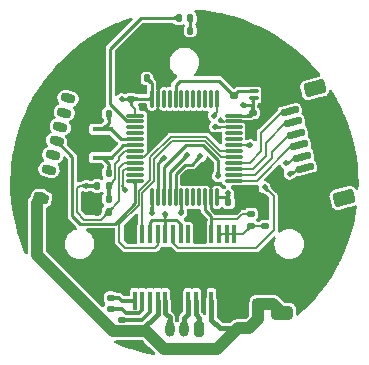
<source format=gbr>
%TF.GenerationSoftware,KiCad,Pcbnew,(6.0.0)*%
%TF.CreationDate,2022-02-06T18:29:28+08:00*%
%TF.ProjectId,STM32_FOC,53544d33-325f-4464-9f43-2e6b69636164,rev?*%
%TF.SameCoordinates,Original*%
%TF.FileFunction,Copper,L1,Top*%
%TF.FilePolarity,Positive*%
%FSLAX46Y46*%
G04 Gerber Fmt 4.6, Leading zero omitted, Abs format (unit mm)*
G04 Created by KiCad (PCBNEW (6.0.0)) date 2022-02-06 18:29:28*
%MOMM*%
%LPD*%
G01*
G04 APERTURE LIST*
G04 Aperture macros list*
%AMRoundRect*
0 Rectangle with rounded corners*
0 $1 Rounding radius*
0 $2 $3 $4 $5 $6 $7 $8 $9 X,Y pos of 4 corners*
0 Add a 4 corners polygon primitive as box body*
4,1,4,$2,$3,$4,$5,$6,$7,$8,$9,$2,$3,0*
0 Add four circle primitives for the rounded corners*
1,1,$1+$1,$2,$3*
1,1,$1+$1,$4,$5*
1,1,$1+$1,$6,$7*
1,1,$1+$1,$8,$9*
0 Add four rect primitives between the rounded corners*
20,1,$1+$1,$2,$3,$4,$5,0*
20,1,$1+$1,$4,$5,$6,$7,0*
20,1,$1+$1,$6,$7,$8,$9,0*
20,1,$1+$1,$8,$9,$2,$3,0*%
%AMHorizOval*
0 Thick line with rounded ends*
0 $1 width*
0 $2 $3 position (X,Y) of the first rounded end (center of the circle)*
0 $4 $5 position (X,Y) of the second rounded end (center of the circle)*
0 Add line between two ends*
20,1,$1,$2,$3,$4,$5,0*
0 Add two circle primitives to create the rounded ends*
1,1,$1,$2,$3*
1,1,$1,$4,$5*%
G04 Aperture macros list end*
%TA.AperFunction,SMDPad,CuDef*%
%ADD10RoundRect,0.140000X0.140000X0.170000X-0.140000X0.170000X-0.140000X-0.170000X0.140000X-0.170000X0*%
%TD*%
%TA.AperFunction,SMDPad,CuDef*%
%ADD11RoundRect,0.140000X0.170000X-0.140000X0.170000X0.140000X-0.170000X0.140000X-0.170000X-0.140000X0*%
%TD*%
%TA.AperFunction,SMDPad,CuDef*%
%ADD12RoundRect,0.140000X-0.140000X-0.170000X0.140000X-0.170000X0.140000X0.170000X-0.140000X0.170000X0*%
%TD*%
%TA.AperFunction,SMDPad,CuDef*%
%ADD13RoundRect,0.140000X-0.170000X0.140000X-0.170000X-0.140000X0.170000X-0.140000X0.170000X0.140000X0*%
%TD*%
%TA.AperFunction,SMDPad,CuDef*%
%ADD14RoundRect,0.075000X0.325000X-0.075000X0.325000X0.075000X-0.325000X0.075000X-0.325000X-0.075000X0*%
%TD*%
%TA.AperFunction,SMDPad,CuDef*%
%ADD15RoundRect,0.135000X0.135000X0.185000X-0.135000X0.185000X-0.135000X-0.185000X0.135000X-0.185000X0*%
%TD*%
%TA.AperFunction,SMDPad,CuDef*%
%ADD16RoundRect,0.135000X-0.185000X0.135000X-0.185000X-0.135000X0.185000X-0.135000X0.185000X0.135000X0*%
%TD*%
%TA.AperFunction,SMDPad,CuDef*%
%ADD17R,1.800000X0.400000*%
%TD*%
%TA.AperFunction,SMDPad,CuDef*%
%ADD18R,1.600000X0.400000*%
%TD*%
%TA.AperFunction,SMDPad,CuDef*%
%ADD19RoundRect,0.250000X0.650000X-0.325000X0.650000X0.325000X-0.650000X0.325000X-0.650000X-0.325000X0*%
%TD*%
%TA.AperFunction,SMDPad,CuDef*%
%ADD20RoundRect,0.147500X0.147500X0.172500X-0.147500X0.172500X-0.147500X-0.172500X0.147500X-0.172500X0*%
%TD*%
%TA.AperFunction,SMDPad,CuDef*%
%ADD21RoundRect,0.135000X0.185000X-0.135000X0.185000X0.135000X-0.185000X0.135000X-0.185000X-0.135000X0*%
%TD*%
%TA.AperFunction,SMDPad,CuDef*%
%ADD22RoundRect,0.075000X-0.662500X-0.075000X0.662500X-0.075000X0.662500X0.075000X-0.662500X0.075000X0*%
%TD*%
%TA.AperFunction,SMDPad,CuDef*%
%ADD23RoundRect,0.075000X-0.075000X-0.662500X0.075000X-0.662500X0.075000X0.662500X-0.075000X0.662500X0*%
%TD*%
%TA.AperFunction,SMDPad,CuDef*%
%ADD24RoundRect,0.150000X-0.642526X-0.016873X-0.564881X-0.306651X0.642526X0.016873X0.564881X0.306651X0*%
%TD*%
%TA.AperFunction,SMDPad,CuDef*%
%ADD25RoundRect,0.250000X-0.718438X0.169842X-0.537265X-0.506306X0.718438X-0.169842X0.537265X0.506306X0*%
%TD*%
%TA.AperFunction,SMDPad,CuDef*%
%ADD26RoundRect,0.135000X-0.135000X-0.185000X0.135000X-0.185000X0.135000X0.185000X-0.135000X0.185000X0*%
%TD*%
%TA.AperFunction,SMDPad,CuDef*%
%ADD27RoundRect,0.225000X0.250000X-0.225000X0.250000X0.225000X-0.250000X0.225000X-0.250000X-0.225000X0*%
%TD*%
%TA.AperFunction,SMDPad,CuDef*%
%ADD28R,0.300000X1.600000*%
%TD*%
%TA.AperFunction,SMDPad,CuDef*%
%ADD29R,5.180000X2.700000*%
%TD*%
%TA.AperFunction,ComponentPad*%
%ADD30C,0.500000*%
%TD*%
%TA.AperFunction,ComponentPad*%
%ADD31RoundRect,0.200000X0.382903X-0.309654X0.486430X0.076717X-0.382903X0.309654X-0.486430X-0.076717X0*%
%TD*%
%TA.AperFunction,ComponentPad*%
%ADD32HorizOval,0.800000X-0.241481X0.064705X0.241481X-0.064705X0*%
%TD*%
%TA.AperFunction,ComponentPad*%
%ADD33RoundRect,0.200000X0.200000X0.450000X-0.200000X0.450000X-0.200000X-0.450000X0.200000X-0.450000X0*%
%TD*%
%TA.AperFunction,ComponentPad*%
%ADD34O,0.800000X1.300000*%
%TD*%
%TA.AperFunction,ViaPad*%
%ADD35C,0.500000*%
%TD*%
%TA.AperFunction,Conductor*%
%ADD36C,1.000000*%
%TD*%
%TA.AperFunction,Conductor*%
%ADD37C,0.400000*%
%TD*%
%TA.AperFunction,Conductor*%
%ADD38C,0.300000*%
%TD*%
%TA.AperFunction,Conductor*%
%ADD39C,0.200000*%
%TD*%
%TA.AperFunction,Conductor*%
%ADD40C,0.250000*%
%TD*%
%TA.AperFunction,Conductor*%
%ADD41C,0.500000*%
%TD*%
G04 APERTURE END LIST*
D10*
%TO.P,C1,1*%
%TO.N,HSE_OUT*%
X93580000Y-99100000D03*
%TO.P,C1,2*%
%TO.N,GND*%
X92620000Y-99100000D03*
%TD*%
D11*
%TO.P,C2,1*%
%TO.N,+3V3*%
X95500000Y-92880000D03*
%TO.P,C2,2*%
%TO.N,GND*%
X95500000Y-91920000D03*
%TD*%
D10*
%TO.P,C3,1*%
%TO.N,+3V3*%
X93580000Y-102400000D03*
%TO.P,C3,2*%
%TO.N,GND*%
X92620000Y-102400000D03*
%TD*%
%TO.P,C4,1*%
%TO.N,HSE_IN*%
X93580000Y-94100000D03*
%TO.P,C4,2*%
%TO.N,GND*%
X92620000Y-94100000D03*
%TD*%
D12*
%TO.P,C9,1*%
%TO.N,+3V3*%
X96820000Y-91100000D03*
%TO.P,C9,2*%
%TO.N,GND*%
X97780000Y-91100000D03*
%TD*%
D11*
%TO.P,C14,1*%
%TO.N,GND*%
X96275000Y-113480000D03*
%TO.P,C14,2*%
%TO.N,+12V*%
X96275000Y-112520000D03*
%TD*%
D13*
%TO.P,C16,1*%
%TO.N,Net-(C16-Pad1)*%
X94750000Y-111570000D03*
%TO.P,C16,2*%
%TO.N,+12V*%
X94750000Y-112530000D03*
%TD*%
D14*
%TO.P,JP1,1,A*%
%TO.N,+3V3*%
X105850000Y-92800000D03*
%TO.P,JP1,2,B*%
%TO.N,Net-(JP1-Pad2)*%
X105850000Y-92200000D03*
%TD*%
D15*
%TO.P,R2,1*%
%TO.N,Net-(D1-Pad1)*%
X100510000Y-87050000D03*
%TO.P,R2,2*%
%TO.N,GND*%
X99490000Y-87050000D03*
%TD*%
D16*
%TO.P,R8,1*%
%TO.N,ERROR*%
X105670000Y-102570000D03*
%TO.P,R8,2*%
%TO.N,Net-(C20-Pad1)*%
X105670000Y-103590000D03*
%TD*%
D17*
%TO.P,Y1,1,1*%
%TO.N,HSE_OUT*%
X93070000Y-97800000D03*
%TO.P,Y1,2,2*%
%TO.N,HSE_IN*%
X93070000Y-95400000D03*
D18*
%TO.P,Y1,3,3*%
%TO.N,GND*%
X93070000Y-96600000D03*
%TD*%
D12*
%TO.P,C5,1*%
%TO.N,+3V3*%
X103720000Y-101600000D03*
%TO.P,C5,2*%
%TO.N,GND*%
X104680000Y-101600000D03*
%TD*%
D13*
%TO.P,C17,1*%
%TO.N,Net-(C17-Pad1)*%
X93750000Y-109670000D03*
%TO.P,C17,2*%
%TO.N,Net-(C17-Pad2)*%
X93750000Y-110630000D03*
%TD*%
D19*
%TO.P,C15,1*%
%TO.N,+12V*%
X108280000Y-110965000D03*
%TO.P,C15,2*%
%TO.N,GND*%
X108280000Y-108015000D03*
%TD*%
D20*
%TO.P,D1,1,K*%
%TO.N,Net-(D1-Pad1)*%
X100485000Y-86000000D03*
%TO.P,D1,2,A*%
%TO.N,Net-(D1-Pad2)*%
X99515000Y-86000000D03*
%TD*%
D21*
%TO.P,R1,1*%
%TO.N,Net-(JP1-Pad2)*%
X104200000Y-92560000D03*
%TO.P,R1,2*%
%TO.N,GND*%
X104200000Y-91540000D03*
%TD*%
D11*
%TO.P,C20,1*%
%TO.N,Net-(C20-Pad1)*%
X106850000Y-103590000D03*
%TO.P,C20,2*%
%TO.N,GND*%
X106850000Y-102630000D03*
%TD*%
D22*
%TO.P,U1,1,VBAT*%
%TO.N,+3V3*%
X95837500Y-94250000D03*
%TO.P,U1,2,PC13*%
%TO.N,Net-(D1-Pad2)*%
X95837500Y-94750000D03*
%TO.P,U1,3,PC14*%
%TO.N,unconnected-(U1-Pad3)*%
X95837500Y-95250000D03*
%TO.P,U1,4,PC15*%
%TO.N,unconnected-(U1-Pad4)*%
X95837500Y-95750000D03*
%TO.P,U1,5,PD0*%
%TO.N,HSE_IN*%
X95837500Y-96250000D03*
%TO.P,U1,6,PD1*%
%TO.N,HSE_OUT*%
X95837500Y-96750000D03*
%TO.P,U1,7,NRST*%
%TO.N,Net-(C6-Pad1)*%
X95837500Y-97250000D03*
%TO.P,U1,8,VSSA*%
%TO.N,GND*%
X95837500Y-97750000D03*
%TO.P,U1,9,VDDA*%
%TO.N,+3V3*%
X95837500Y-98250000D03*
%TO.P,U1,10,PA0*%
%TO.N,EN1*%
X95837500Y-98750000D03*
%TO.P,U1,11,PA1*%
%TO.N,unconnected-(U1-Pad11)*%
X95837500Y-99250000D03*
%TO.P,U1,12,PA2*%
%TO.N,USART2_TX*%
X95837500Y-99750000D03*
D23*
%TO.P,U1,13,PA3*%
%TO.N,USART2_RX*%
X97250000Y-101162500D03*
%TO.P,U1,14,PA4*%
%TO.N,CS*%
X97750000Y-101162500D03*
%TO.P,U1,15,PA5*%
%TO.N,SCK*%
X98250000Y-101162500D03*
%TO.P,U1,16,PA6*%
%TO.N,MISO*%
X98750000Y-101162500D03*
%TO.P,U1,17,PA7*%
%TO.N,MOSI*%
X99250000Y-101162500D03*
%TO.P,U1,18,PB0*%
%TO.N,Button*%
X99750000Y-101162500D03*
%TO.P,U1,19,PB1*%
%TO.N,unconnected-(U1-Pad19)*%
X100250000Y-101162500D03*
%TO.P,U1,20,PB2*%
%TO.N,unconnected-(U1-Pad20)*%
X100750000Y-101162500D03*
%TO.P,U1,21,PB10*%
%TO.N,unconnected-(U1-Pad21)*%
X101250000Y-101162500D03*
%TO.P,U1,22,PB11*%
%TO.N,ERROR*%
X101750000Y-101162500D03*
%TO.P,U1,23,VSS*%
%TO.N,GND*%
X102250000Y-101162500D03*
%TO.P,U1,24,VDD*%
%TO.N,+3V3*%
X102750000Y-101162500D03*
D22*
%TO.P,U1,25,PB12*%
%TO.N,SPI2_CS*%
X104162500Y-99750000D03*
%TO.P,U1,26,PB13*%
%TO.N,SPI2_SCK*%
X104162500Y-99250000D03*
%TO.P,U1,27,PB14*%
%TO.N,SPI2_MISO*%
X104162500Y-98750000D03*
%TO.P,U1,28,PB15*%
%TO.N,SPI2_MOSI*%
X104162500Y-98250000D03*
%TO.P,U1,29,PA8*%
%TO.N,PWMA*%
X104162500Y-97750000D03*
%TO.P,U1,30,PA9*%
%TO.N,PWMB*%
X104162500Y-97250000D03*
%TO.P,U1,31,PA10*%
%TO.N,PWMC*%
X104162500Y-96750000D03*
%TO.P,U1,32,PA11*%
%TO.N,USB_DM*%
X104162500Y-96250000D03*
%TO.P,U1,33,PA12*%
%TO.N,USB_DP*%
X104162500Y-95750000D03*
%TO.P,U1,34,PA13*%
%TO.N,SWDIO*%
X104162500Y-95250000D03*
%TO.P,U1,35,VSS*%
%TO.N,GND*%
X104162500Y-94750000D03*
%TO.P,U1,36,VDD*%
%TO.N,+3V3*%
X104162500Y-94250000D03*
D23*
%TO.P,U1,37,PA14*%
%TO.N,SWCLK*%
X102750000Y-92837500D03*
%TO.P,U1,38,PA15*%
%TO.N,unconnected-(U1-Pad38)*%
X102250000Y-92837500D03*
%TO.P,U1,39,PB3*%
%TO.N,unconnected-(U1-Pad39)*%
X101750000Y-92837500D03*
%TO.P,U1,40,PB4*%
%TO.N,unconnected-(U1-Pad40)*%
X101250000Y-92837500D03*
%TO.P,U1,41,PB5*%
%TO.N,unconnected-(U1-Pad41)*%
X100750000Y-92837500D03*
%TO.P,U1,42,PB6*%
%TO.N,I2C1_SCL*%
X100250000Y-92837500D03*
%TO.P,U1,43,PB7*%
%TO.N,I2C1_SDA*%
X99750000Y-92837500D03*
%TO.P,U1,44,BOOT0*%
%TO.N,Net-(JP1-Pad2)*%
X99250000Y-92837500D03*
%TO.P,U1,45,PB8*%
%TO.N,unconnected-(U1-Pad45)*%
X98750000Y-92837500D03*
%TO.P,U1,46,PB9*%
%TO.N,unconnected-(U1-Pad46)*%
X98250000Y-92837500D03*
%TO.P,U1,47,VSS*%
%TO.N,GND*%
X97750000Y-92837500D03*
%TO.P,U1,48,VDD*%
%TO.N,+3V3*%
X97250000Y-92837500D03*
%TD*%
D13*
%TO.P,C8,1*%
%TO.N,+3V3*%
X105800000Y-94020000D03*
%TO.P,C8,2*%
%TO.N,GND*%
X105800000Y-94980000D03*
%TD*%
D10*
%TO.P,C6,1*%
%TO.N,Net-(C6-Pad1)*%
X93580000Y-101300000D03*
%TO.P,C6,2*%
%TO.N,GND*%
X92620000Y-101300000D03*
%TD*%
D24*
%TO.P,J2,1,Pin_1*%
%TO.N,SPI2_MOSI*%
X108914282Y-93862195D03*
%TO.P,J2,2,Pin_2*%
%TO.N,SPI2_MISO*%
X109173101Y-94828121D03*
%TO.P,J2,3,Pin_3*%
%TO.N,SPI2_SCK*%
X109431920Y-95794046D03*
%TO.P,J2,4,Pin_4*%
%TO.N,SPI2_CS*%
X109690739Y-96759972D03*
%TO.P,J2,5,Pin_5*%
%TO.N,+3V3*%
X109949558Y-97725898D03*
%TO.P,J2,6,Pin_6*%
X110208377Y-98691824D03*
%TO.P,J2,7,Pin_7*%
%TO.N,GND*%
X110467196Y-99657750D03*
%TO.P,J2,8,Pin_8*%
X110726015Y-100623676D03*
D25*
%TO.P,J2,MP*%
%TO.N,N/C*%
X113501442Y-101225861D03*
X111016780Y-91952973D03*
%TD*%
D26*
%TO.P,R3,1*%
%TO.N,+3V3*%
X92590000Y-100200000D03*
%TO.P,R3,2*%
%TO.N,Net-(C6-Pad1)*%
X93610000Y-100200000D03*
%TD*%
D27*
%TO.P,C13,1*%
%TO.N,+12V*%
X106250000Y-110175000D03*
%TO.P,C13,2*%
%TO.N,GND*%
X106250000Y-108625000D03*
%TD*%
D28*
%TO.P,U4,1,CPL*%
%TO.N,Net-(C17-Pad1)*%
X95775000Y-109917500D03*
%TO.P,U4,2,CPH*%
%TO.N,Net-(C17-Pad2)*%
X96425000Y-109917500D03*
%TO.P,U4,3,VCP*%
%TO.N,Net-(C16-Pad1)*%
X97075000Y-109917500D03*
%TO.P,U4,4,VM*%
%TO.N,+12V*%
X97725000Y-109917500D03*
%TO.P,U4,5,OUT1*%
%TO.N,U*%
X98375000Y-109917500D03*
%TO.P,U4,6,PGND1*%
%TO.N,GND*%
X99025000Y-109917500D03*
%TO.P,U4,7,PGND2*%
X99675000Y-109917500D03*
%TO.P,U4,8,OUT2*%
%TO.N,V*%
X100325000Y-109917500D03*
%TO.P,U4,9,OUT3*%
%TO.N,W*%
X100975000Y-109917500D03*
%TO.P,U4,10,PGND3*%
%TO.N,GND*%
X101625000Y-109917500D03*
%TO.P,U4,11,VM*%
%TO.N,+12V*%
X102275000Y-109917500D03*
%TO.P,U4,12,COMPP*%
%TO.N,GND*%
X102925000Y-109917500D03*
%TO.P,U4,13,COMPN*%
X103575000Y-109917500D03*
%TO.P,U4,14,GND*%
X104225000Y-109917500D03*
%TO.P,U4,15,V3P3*%
%TO.N,Net-(C20-Pad1)*%
X104225000Y-104317500D03*
%TO.P,U4,16,nRESET*%
X103575000Y-104317500D03*
%TO.P,U4,17,nSLEEP*%
X102925000Y-104317500D03*
%TO.P,U4,18,nFAULT*%
%TO.N,ERROR*%
X102275000Y-104317500D03*
%TO.P,U4,19,nCOMPO*%
%TO.N,GND*%
X101625000Y-104317500D03*
%TO.P,U4,20,GND*%
X100975000Y-104317500D03*
%TO.P,U4,21,NC*%
%TO.N,unconnected-(U4-Pad21)*%
X100325000Y-104317500D03*
%TO.P,U4,22,EN3*%
%TO.N,EN1*%
X99675000Y-104317500D03*
%TO.P,U4,23,IN3*%
%TO.N,PWMC*%
X99025000Y-104317500D03*
%TO.P,U4,24,EN2*%
%TO.N,EN1*%
X98375000Y-104317500D03*
%TO.P,U4,25,IN2*%
%TO.N,PWMB*%
X97725000Y-104317500D03*
%TO.P,U4,26,EN1*%
%TO.N,EN1*%
X97075000Y-104317500D03*
%TO.P,U4,27,IN1*%
%TO.N,PWMA*%
X96425000Y-104317500D03*
%TO.P,U4,28,GND*%
%TO.N,GND*%
X95775000Y-104317500D03*
D29*
%TO.P,U4,29,PGND*%
X100000000Y-107117500D03*
D30*
%TO.P,U4,30*%
X100000000Y-107117500D03*
%TO.P,U4,31*%
X98700000Y-107117500D03*
%TO.P,U4,34*%
X101300000Y-107117500D03*
%TO.P,U4,41*%
X98700000Y-106117500D03*
%TO.P,U4,42*%
X98700000Y-108117500D03*
%TO.P,U4,43*%
X100000000Y-108117500D03*
%TO.P,U4,44*%
X100000000Y-106117500D03*
%TO.P,U4,45*%
X101300000Y-108117500D03*
%TO.P,U4,46*%
X101300000Y-106117500D03*
%TD*%
D31*
%TO.P,J3,1,Pin_1*%
%TO.N,+12V*%
X87882381Y-101237036D03*
D32*
%TO.P,J3,2,Pin_2*%
%TO.N,GND*%
X88205905Y-100029629D03*
%TO.P,J3,3,Pin_3*%
%TO.N,SWDIO*%
X88529429Y-98822221D03*
%TO.P,J3,4,Pin_4*%
%TO.N,SWCLK*%
X88852952Y-97614814D03*
%TO.P,J3,5,Pin_5*%
%TO.N,USART2_TX*%
X89176476Y-96407407D03*
%TO.P,J3,6,Pin_6*%
%TO.N,USART2_RX*%
X89500000Y-95200000D03*
%TO.P,J3,7,Pin_7*%
%TO.N,Button*%
X89823524Y-93992592D03*
%TO.P,J3,8,Pin_8*%
%TO.N,+3V3*%
X90147048Y-92785185D03*
%TD*%
D33*
%TO.P,J1,1,Pin_1*%
%TO.N,W*%
X101250000Y-112350000D03*
D34*
%TO.P,J1,2,Pin_2*%
%TO.N,V*%
X100000000Y-112350000D03*
%TO.P,J1,3,Pin_3*%
%TO.N,U*%
X98750000Y-112350000D03*
%TD*%
D35*
%TO.N,GND*%
X95500000Y-113500000D03*
X91700000Y-102400000D03*
X109400000Y-100890000D03*
X92600000Y-93300000D03*
X105800000Y-95760000D03*
X91700000Y-99100000D03*
X98600000Y-87050000D03*
X105500000Y-101600000D03*
X95150000Y-104300000D03*
X91600000Y-96600000D03*
X109200000Y-100110000D03*
X102037500Y-98537500D03*
X97800000Y-90200000D03*
X101740000Y-103120000D03*
X104200000Y-90700000D03*
X94600000Y-91900000D03*
%TO.N,+3V3*%
X103720000Y-100830000D03*
X94680000Y-92880000D03*
X108610000Y-98280000D03*
X91700000Y-100200000D03*
X108900000Y-99160000D03*
X104970000Y-93390000D03*
%TO.N,USART2_RX*%
X97250000Y-102500000D03*
%TO.N,SWCLK*%
X102475000Y-94250000D03*
%TO.N,SWDIO*%
X102575000Y-95175000D03*
%TO.N,PWMC*%
X106780000Y-100330000D03*
X105580000Y-96750000D03*
%TO.N,EN1*%
X95000000Y-100550000D03*
X98370000Y-102550000D03*
%TO.N,CS*%
X98250000Y-97800000D03*
%TO.N,SCK*%
X102850000Y-99375000D03*
%TO.N,MISO*%
X100250000Y-97550000D03*
%TO.N,MOSI*%
X101350000Y-97700000D03*
%TO.N,Button*%
X99750000Y-102500000D03*
%TD*%
D36*
%TO.N,+12V*%
X105500000Y-112250000D02*
X106250000Y-111500000D01*
X106250000Y-111500000D02*
X106250000Y-110175000D01*
D37*
X105500000Y-112250000D02*
X103000000Y-112250000D01*
D36*
X105500000Y-112250000D02*
X104500000Y-112250000D01*
D37*
X102275000Y-111525000D02*
X102275000Y-109917500D01*
X103000000Y-112250000D02*
X102275000Y-111525000D01*
D36*
X104500000Y-112250000D02*
X102750000Y-114000000D01*
X102750000Y-114000000D02*
X98250000Y-114000000D01*
X98250000Y-114000000D02*
X96770000Y-112520000D01*
X96770000Y-112520000D02*
X96275000Y-112520000D01*
D38*
%TO.N,GND*%
X95500000Y-113500000D02*
X95520000Y-113480000D01*
X95520000Y-113480000D02*
X96275000Y-113480000D01*
D37*
%TO.N,+12V*%
X97725000Y-111070000D02*
X97725000Y-109917500D01*
X96275000Y-112520000D02*
X97725000Y-111070000D01*
D36*
X94750000Y-112530000D02*
X96240000Y-112530000D01*
X87500000Y-106045000D02*
X87500000Y-101619417D01*
X87882381Y-106427381D02*
X87500000Y-106045000D01*
X87500000Y-101619417D02*
X87882381Y-101237036D01*
D39*
%TO.N,GND*%
X109420000Y-100110000D02*
X109200000Y-100110000D01*
X109872250Y-99657750D02*
X109420000Y-100110000D01*
X110467196Y-99657750D02*
X109872250Y-99657750D01*
%TO.N,+3V3*%
X109170000Y-99160000D02*
X108900000Y-99160000D01*
X109638176Y-98691824D02*
X109170000Y-99160000D01*
X110208377Y-98691824D02*
X109638176Y-98691824D01*
%TO.N,GND*%
X110459691Y-100890000D02*
X110726015Y-100623676D01*
X109400000Y-100890000D02*
X110459691Y-100890000D01*
%TO.N,+3V3*%
X108840000Y-98280000D02*
X108610000Y-98280000D01*
X109394102Y-97725898D02*
X108840000Y-98280000D01*
X109949558Y-97725898D02*
X109394102Y-97725898D01*
%TO.N,SPI2_SCK*%
X108925954Y-95794046D02*
X109431920Y-95794046D01*
X107400000Y-97320000D02*
X108925954Y-95794046D01*
X107400000Y-97850000D02*
X107400000Y-97320000D01*
X104788229Y-99250000D02*
X104798229Y-99260000D01*
X105990000Y-99260000D02*
X107400000Y-97850000D01*
X104162500Y-99250000D02*
X104788229Y-99250000D01*
X104798229Y-99260000D02*
X105990000Y-99260000D01*
%TO.N,EN1*%
X94960000Y-98750000D02*
X95837500Y-98750000D01*
X94760000Y-98950000D02*
X94960000Y-98750000D01*
X94760000Y-100310000D02*
X94760000Y-98950000D01*
X95000000Y-100550000D02*
X94760000Y-100310000D01*
%TO.N,Net-(C6-Pad1)*%
X94160480Y-98329520D02*
X94160480Y-99649520D01*
X94160480Y-99649520D02*
X93610000Y-100200000D01*
X94480000Y-98010000D02*
X94160480Y-98329520D01*
X94480000Y-97730000D02*
X94480000Y-98010000D01*
X94960000Y-97250000D02*
X94480000Y-97730000D01*
X95837500Y-97250000D02*
X94960000Y-97250000D01*
%TO.N,+3V3*%
X94460000Y-98700000D02*
X94460000Y-101520000D01*
X94910000Y-98250000D02*
X94460000Y-98700000D01*
X94460000Y-101520000D02*
X93580000Y-102400000D01*
X95837500Y-98250000D02*
X94910000Y-98250000D01*
D40*
%TO.N,GND*%
X104162500Y-94750000D02*
X105570000Y-94750000D01*
X104350000Y-102500000D02*
X104680000Y-102170000D01*
X104200000Y-91540000D02*
X104200000Y-90700000D01*
X92590000Y-99100000D02*
X91700000Y-99100000D01*
D41*
X106250000Y-108625000D02*
X106250000Y-108150000D01*
D40*
X97750000Y-91130000D02*
X97780000Y-91100000D01*
D39*
X101625000Y-103235000D02*
X101625000Y-104317500D01*
D40*
X92600000Y-93300000D02*
X92600000Y-94080000D01*
X102550000Y-102500000D02*
X104350000Y-102500000D01*
X93070000Y-96600000D02*
X91600000Y-96600000D01*
X97750000Y-92837500D02*
X97750000Y-91130000D01*
X102250000Y-102200000D02*
X102550000Y-102500000D01*
X104680000Y-102170000D02*
X104680000Y-101600000D01*
X94620000Y-91920000D02*
X94600000Y-91900000D01*
X102250000Y-101162500D02*
X102250000Y-102200000D01*
D39*
X100975000Y-104317500D02*
X101625000Y-104317500D01*
D40*
X97780000Y-90220000D02*
X97800000Y-90200000D01*
D39*
X106850000Y-102140000D02*
X106310000Y-101600000D01*
X106310000Y-101600000D02*
X105500000Y-101600000D01*
D41*
X106385000Y-108015000D02*
X108280000Y-108015000D01*
X106250000Y-108150000D02*
X106385000Y-108015000D01*
D39*
X101740000Y-103120000D02*
X101625000Y-103235000D01*
D40*
X95500000Y-91920000D02*
X94620000Y-91920000D01*
X97780000Y-91100000D02*
X97780000Y-90220000D01*
D39*
X97750000Y-96600000D02*
X97750000Y-92837500D01*
D40*
X99675000Y-109917500D02*
X99675000Y-108442500D01*
D39*
X96600000Y-97750000D02*
X97750000Y-96600000D01*
D40*
X105800000Y-94980000D02*
X105800000Y-95760000D01*
X92600000Y-94080000D02*
X92620000Y-94100000D01*
X92620000Y-102400000D02*
X91700000Y-102400000D01*
D39*
X95775000Y-104317500D02*
X95167500Y-104317500D01*
D40*
X104680000Y-101600000D02*
X105500000Y-101600000D01*
X105570000Y-94750000D02*
X105800000Y-94980000D01*
X99675000Y-108442500D02*
X100000000Y-108117500D01*
D39*
X106850000Y-102630000D02*
X106850000Y-102140000D01*
D40*
X92620000Y-101300000D02*
X92620000Y-102400000D01*
X99490000Y-87050000D02*
X98600000Y-87050000D01*
D39*
X95167500Y-104317500D02*
X95150000Y-104300000D01*
X95837500Y-97750000D02*
X96600000Y-97750000D01*
D40*
%TO.N,HSE_OUT*%
X94820000Y-96750000D02*
X93770000Y-97800000D01*
X93580000Y-99100000D02*
X93580000Y-98310000D01*
X93770000Y-97800000D02*
X93070000Y-97800000D01*
X95837500Y-96750000D02*
X94820000Y-96750000D01*
X93580000Y-98310000D02*
X93070000Y-97800000D01*
D39*
%TO.N,+3V3*%
X90920000Y-100400000D02*
X91120000Y-100200000D01*
X94680000Y-92880000D02*
X95500000Y-92880000D01*
D40*
X97250000Y-91530000D02*
X96820000Y-91100000D01*
X104162500Y-94250000D02*
X105570000Y-94250000D01*
X105800000Y-93390000D02*
X105800000Y-92850000D01*
D39*
X91120000Y-100200000D02*
X91700000Y-100200000D01*
D40*
X105800000Y-94020000D02*
X105800000Y-93390000D01*
D39*
X95837500Y-93657500D02*
X95837500Y-94250000D01*
X95500000Y-92880000D02*
X95500000Y-93320000D01*
D40*
X103720000Y-101162500D02*
X103720000Y-101600000D01*
D39*
X95500000Y-93320000D02*
X95837500Y-93657500D01*
X93580000Y-102400000D02*
X93580000Y-102410000D01*
X91520000Y-103050000D02*
X90920000Y-102450000D01*
D40*
X102750000Y-101162500D02*
X103720000Y-101162500D01*
X97250000Y-92837500D02*
X97250000Y-91530000D01*
D39*
X90920000Y-102450000D02*
X90920000Y-100400000D01*
D40*
X103720000Y-101600000D02*
X103720000Y-100830000D01*
X105800000Y-93390000D02*
X104970000Y-93390000D01*
X95542500Y-92837500D02*
X97250000Y-92837500D01*
D39*
X92940000Y-103050000D02*
X91520000Y-103050000D01*
D40*
X92560000Y-100200000D02*
X91700000Y-100200000D01*
D39*
X93580000Y-102410000D02*
X92940000Y-103050000D01*
D40*
X105800000Y-92850000D02*
X105850000Y-92800000D01*
X105570000Y-94250000D02*
X105800000Y-94020000D01*
%TO.N,HSE_IN*%
X93650000Y-94250000D02*
X93600000Y-94300000D01*
X93070000Y-95400000D02*
X93770000Y-95400000D01*
X93600000Y-94870000D02*
X93070000Y-95400000D01*
X93600000Y-94300000D02*
X93600000Y-94870000D01*
X94620000Y-96250000D02*
X95837500Y-96250000D01*
X93770000Y-95400000D02*
X94620000Y-96250000D01*
%TO.N,Net-(C6-Pad1)*%
X93580000Y-101300000D02*
X93580000Y-100220000D01*
D38*
%TO.N,Net-(C17-Pad1)*%
X94445000Y-109670000D02*
X94692500Y-109917500D01*
X94692500Y-109917500D02*
X95775000Y-109917500D01*
X93750000Y-109670000D02*
X94445000Y-109670000D01*
%TO.N,Net-(C16-Pad1)*%
X96380000Y-111570000D02*
X97075000Y-110875000D01*
X94750000Y-111570000D02*
X96380000Y-111570000D01*
X97075000Y-110875000D02*
X97075000Y-109917500D01*
%TO.N,Net-(C17-Pad2)*%
X95092011Y-110967011D02*
X94755000Y-110630000D01*
X96174511Y-110967011D02*
X95092011Y-110967011D01*
X96425000Y-110716522D02*
X96174511Y-110967011D01*
X94755000Y-110630000D02*
X93750000Y-110630000D01*
X96425000Y-109917500D02*
X96425000Y-110716522D01*
D40*
%TO.N,Net-(D1-Pad1)*%
X100510000Y-86025000D02*
X100485000Y-86000000D01*
X100510000Y-87050000D02*
X100510000Y-86025000D01*
%TO.N,Net-(D1-Pad2)*%
X95176415Y-94750000D02*
X93700000Y-93273585D01*
X93700000Y-93273585D02*
X93700000Y-88600000D01*
X96300000Y-86000000D02*
X99515000Y-86000000D01*
X93700000Y-88600000D02*
X96300000Y-86000000D01*
X95837500Y-94750000D02*
X95176415Y-94750000D01*
D37*
%TO.N,W*%
X101250000Y-111360000D02*
X101250000Y-112350000D01*
X100975000Y-109917500D02*
X100975000Y-111085000D01*
X100975000Y-111085000D02*
X101250000Y-111360000D01*
%TO.N,V*%
X100000000Y-111360000D02*
X100000000Y-112350000D01*
X100325000Y-109917500D02*
X100325000Y-111035000D01*
X100325000Y-111035000D02*
X100000000Y-111360000D01*
%TO.N,U*%
X98375000Y-109917500D02*
X98375000Y-110965000D01*
X98750000Y-111340000D02*
X98750000Y-112350000D01*
X98375000Y-110965000D02*
X98750000Y-111340000D01*
D40*
%TO.N,USART2_RX*%
X97250000Y-101162500D02*
X97250000Y-102500000D01*
%TO.N,USART2_TX*%
X91130000Y-103410000D02*
X90500000Y-102780000D01*
X90500000Y-97730931D02*
X89176476Y-96407407D01*
X90500000Y-102780000D02*
X90500000Y-97730931D01*
X95837500Y-99750000D02*
X95800000Y-99787500D01*
X94080000Y-103410000D02*
X91130000Y-103410000D01*
X95800000Y-99787500D02*
X95800000Y-101690000D01*
X95800000Y-101690000D02*
X94080000Y-103410000D01*
D39*
%TO.N,SWCLK*%
X102750000Y-92837500D02*
X102750000Y-93975000D01*
X102750000Y-93975000D02*
X102475000Y-94250000D01*
%TO.N,SWDIO*%
X104162500Y-95250000D02*
X102650000Y-95250000D01*
X102650000Y-95250000D02*
X102575000Y-95175000D01*
D36*
%TO.N,+12V*%
X94750000Y-112530000D02*
X93985000Y-112530000D01*
X107490000Y-110175000D02*
X106250000Y-110175000D01*
X108280000Y-110965000D02*
X107490000Y-110175000D01*
X93985000Y-112530000D02*
X87882381Y-106427381D01*
D40*
%TO.N,Net-(JP1-Pad2)*%
X104200000Y-92560000D02*
X104560000Y-92200000D01*
X99250000Y-91650000D02*
X99250000Y-92837500D01*
X104200000Y-92560000D02*
X102940000Y-91300000D01*
X99600000Y-91300000D02*
X99250000Y-91650000D01*
X102940000Y-91300000D02*
X99600000Y-91300000D01*
X104560000Y-92200000D02*
X105850000Y-92200000D01*
D39*
%TO.N,ERROR*%
X105670000Y-102570000D02*
X104880000Y-102570000D01*
D40*
X102275000Y-102775000D02*
X102275000Y-103025000D01*
X102275000Y-103025000D02*
X102275000Y-104317500D01*
X101750000Y-101162500D02*
X101750000Y-102250000D01*
D39*
X104425000Y-103025000D02*
X102275000Y-103025000D01*
D40*
X101750000Y-102250000D02*
X102275000Y-102775000D01*
D39*
X104880000Y-102570000D02*
X104425000Y-103025000D01*
%TO.N,PWMC*%
X107550000Y-103970000D02*
X106070000Y-105450000D01*
X106070000Y-105450000D02*
X99458478Y-105450000D01*
X104162500Y-96750000D02*
X105580000Y-96750000D01*
X107550000Y-101100000D02*
X107550000Y-103970000D01*
X106780000Y-100330000D02*
X107550000Y-101100000D01*
X99458478Y-105450000D02*
X99025000Y-105016522D01*
X99025000Y-105016522D02*
X99025000Y-104317500D01*
%TO.N,PWMB*%
X95000000Y-105450000D02*
X94500000Y-104950000D01*
X101850000Y-96050000D02*
X103050000Y-97250000D01*
X103050000Y-97250000D02*
X104162500Y-97250000D01*
X97100000Y-97776414D02*
X98826414Y-96050000D01*
X97725000Y-105225000D02*
X97500000Y-105450000D01*
X98826414Y-96050000D02*
X101850000Y-96050000D01*
X97725000Y-104317500D02*
X97725000Y-105225000D01*
X97100000Y-99676414D02*
X97100000Y-97776414D01*
X94500000Y-104950000D02*
X94500000Y-103460000D01*
X94500000Y-103460000D02*
X96125480Y-101834520D01*
X96125480Y-100650934D02*
X97100000Y-99676414D01*
X96125480Y-101834520D02*
X96125480Y-100650934D01*
X97500000Y-105450000D02*
X95000000Y-105450000D01*
%TO.N,PWMA*%
X103126414Y-97750000D02*
X104162500Y-97750000D01*
X97400000Y-99800000D02*
X97400000Y-97900000D01*
X96425000Y-104317500D02*
X96425000Y-100775000D01*
X101756414Y-96380000D02*
X103126414Y-97750000D01*
X98920000Y-96380000D02*
X101756414Y-96380000D01*
X97400000Y-97900000D02*
X98920000Y-96380000D01*
X96425000Y-100775000D02*
X97400000Y-99800000D01*
D40*
%TO.N,EN1*%
X99325000Y-103050000D02*
X98700000Y-103050000D01*
X97250000Y-103050000D02*
X97075000Y-103225000D01*
X99675000Y-103400000D02*
X99325000Y-103050000D01*
X98700000Y-103050000D02*
X98375000Y-103050000D01*
X97075000Y-103225000D02*
X97075000Y-104317500D01*
X98700000Y-103050000D02*
X97250000Y-103050000D01*
X98375000Y-103050000D02*
X98375000Y-104317500D01*
X99675000Y-104317500D02*
X99675000Y-103400000D01*
D39*
X98375000Y-102555000D02*
X98375000Y-103050000D01*
X98370000Y-102550000D02*
X98375000Y-102555000D01*
%TO.N,Net-(C20-Pad1)*%
X105670000Y-103590000D02*
X104942500Y-104317500D01*
X106850000Y-103590000D02*
X105670000Y-103590000D01*
X104942500Y-104317500D02*
X102925000Y-104317500D01*
%TO.N,SPI2_MOSI*%
X105510000Y-98250000D02*
X106490000Y-97270000D01*
X106490000Y-97270000D02*
X106490000Y-95690000D01*
X108317805Y-93862195D02*
X108914282Y-93862195D01*
X106490000Y-95690000D02*
X108317805Y-93862195D01*
X104162500Y-98250000D02*
X105510000Y-98250000D01*
%TO.N,SPI2_MISO*%
X106900000Y-97630000D02*
X106900000Y-96540000D01*
X104162500Y-98750000D02*
X105780000Y-98750000D01*
X105780000Y-98750000D02*
X106900000Y-97630000D01*
X106900000Y-96540000D02*
X108611879Y-94828121D01*
X108611879Y-94828121D02*
X109173101Y-94828121D01*
%TO.N,SPI2_CS*%
X106140000Y-99750000D02*
X109130028Y-96759972D01*
X109130028Y-96759972D02*
X109690739Y-96759972D01*
X104162500Y-99750000D02*
X106140000Y-99750000D01*
D40*
%TO.N,CS*%
X98250000Y-97800000D02*
X97750000Y-98300000D01*
X97750000Y-98300000D02*
X97750000Y-101162500D01*
%TO.N,SCK*%
X98250000Y-98600000D02*
X98250000Y-101162500D01*
X101600000Y-96750000D02*
X100100000Y-96750000D01*
X102850000Y-98000000D02*
X101600000Y-96750000D01*
X102850000Y-99375000D02*
X102850000Y-98000000D01*
X100100000Y-96750000D02*
X98250000Y-98600000D01*
%TO.N,MISO*%
X98750000Y-99050000D02*
X98750000Y-101162500D01*
X100250000Y-97550000D02*
X98750000Y-99050000D01*
%TO.N,MOSI*%
X100650000Y-98400000D02*
X100050000Y-98400000D01*
X101350000Y-97700000D02*
X100650000Y-98400000D01*
X100050000Y-98400000D02*
X99250000Y-99200000D01*
X99250000Y-99200000D02*
X99250000Y-101162500D01*
%TO.N,Button*%
X99750000Y-101162500D02*
X99750000Y-102500000D01*
%TD*%
%TA.AperFunction,Conductor*%
%TO.N,+3V3*%
G36*
X93906209Y-101948394D02*
G01*
X94031605Y-102073790D01*
X94035032Y-102082063D01*
X94031865Y-102090068D01*
X93996836Y-102127411D01*
X93963709Y-102168719D01*
X93938555Y-102206956D01*
X93919693Y-102243351D01*
X93905441Y-102279134D01*
X93905373Y-102279352D01*
X93905370Y-102279361D01*
X93896521Y-102307808D01*
X93894118Y-102315533D01*
X93894089Y-102315642D01*
X93894089Y-102315643D01*
X93884043Y-102353779D01*
X93884026Y-102353844D01*
X93873561Y-102394997D01*
X93873498Y-102395233D01*
X93860974Y-102440501D01*
X93860838Y-102440956D01*
X93847046Y-102483929D01*
X93841255Y-102490760D01*
X93836135Y-102492052D01*
X93770781Y-102493330D01*
X93481006Y-102498994D01*
X93484797Y-102305025D01*
X93484798Y-102305024D01*
X93487948Y-102143864D01*
X93491536Y-102135660D01*
X93496070Y-102132954D01*
X93539052Y-102119159D01*
X93539490Y-102119028D01*
X93561689Y-102112886D01*
X93584766Y-102106501D01*
X93585002Y-102106438D01*
X93626220Y-102095956D01*
X93664356Y-102085910D01*
X93664357Y-102085910D01*
X93664466Y-102085881D01*
X93666815Y-102085150D01*
X93700638Y-102074629D01*
X93700647Y-102074626D01*
X93700865Y-102074558D01*
X93736648Y-102060306D01*
X93773043Y-102041444D01*
X93773291Y-102041281D01*
X93811042Y-102016447D01*
X93811048Y-102016443D01*
X93811280Y-102016290D01*
X93852588Y-101983163D01*
X93889933Y-101948134D01*
X93898310Y-101944973D01*
X93906209Y-101948394D01*
G37*
%TD.AperFunction*%
%TD*%
%TA.AperFunction,Conductor*%
%TO.N,Button*%
G36*
X99871774Y-102013427D02*
G01*
X99875199Y-102021497D01*
X99875945Y-102064702D01*
X99878806Y-102111647D01*
X99883618Y-102152360D01*
X99890418Y-102188368D01*
X99899243Y-102221195D01*
X99910128Y-102252368D01*
X99923110Y-102283411D01*
X99923171Y-102283542D01*
X99923175Y-102283551D01*
X99938200Y-102315798D01*
X99938225Y-102315852D01*
X99955509Y-102351216D01*
X99971400Y-102383674D01*
X99971960Y-102392612D01*
X99969325Y-102396929D01*
X99758433Y-102616231D01*
X99750229Y-102619819D01*
X99741567Y-102616231D01*
X99530675Y-102396929D01*
X99527410Y-102388590D01*
X99528600Y-102383675D01*
X99544490Y-102351216D01*
X99561774Y-102315852D01*
X99561799Y-102315798D01*
X99576824Y-102283551D01*
X99576828Y-102283542D01*
X99576889Y-102283411D01*
X99589871Y-102252368D01*
X99600756Y-102221195D01*
X99609581Y-102188368D01*
X99616381Y-102152360D01*
X99621193Y-102111647D01*
X99624054Y-102064702D01*
X99624801Y-102021498D01*
X99628370Y-102013285D01*
X99636499Y-102010000D01*
X99863501Y-102010000D01*
X99871774Y-102013427D01*
G37*
%TD.AperFunction*%
%TD*%
%TA.AperFunction,Conductor*%
%TO.N,Button*%
G36*
X99758433Y-101096269D02*
G01*
X99879838Y-101222515D01*
X99883103Y-101230854D01*
X99882322Y-101234831D01*
X99879956Y-101240971D01*
X99876433Y-101255991D01*
X99876397Y-101256266D01*
X99876395Y-101256276D01*
X99874221Y-101272800D01*
X99874195Y-101273000D01*
X99873012Y-101292054D01*
X99872649Y-101313210D01*
X99872650Y-101313327D01*
X99872650Y-101313360D01*
X99872874Y-101336485D01*
X99872875Y-101336579D01*
X99873452Y-101361930D01*
X99873453Y-101361960D01*
X99873455Y-101362054D01*
X99874156Y-101389789D01*
X99874158Y-101389855D01*
X99874748Y-101419908D01*
X99874750Y-101420048D01*
X99874909Y-101440710D01*
X99871546Y-101449009D01*
X99863209Y-101452500D01*
X99636790Y-101452500D01*
X99628517Y-101449073D01*
X99625090Y-101440710D01*
X99625249Y-101420048D01*
X99625251Y-101419908D01*
X99625841Y-101389855D01*
X99625843Y-101389789D01*
X99626544Y-101362054D01*
X99626546Y-101361960D01*
X99626547Y-101361930D01*
X99627124Y-101336579D01*
X99627125Y-101336485D01*
X99627349Y-101313360D01*
X99627349Y-101313327D01*
X99627350Y-101313210D01*
X99626987Y-101292054D01*
X99625804Y-101273000D01*
X99625778Y-101272800D01*
X99623604Y-101256276D01*
X99623602Y-101256266D01*
X99623566Y-101255991D01*
X99620043Y-101240971D01*
X99619900Y-101240599D01*
X99619900Y-101240598D01*
X99617678Y-101234833D01*
X99617900Y-101225881D01*
X99620162Y-101222515D01*
X99741567Y-101096269D01*
X99749771Y-101092681D01*
X99758433Y-101096269D01*
G37*
%TD.AperFunction*%
%TD*%
%TA.AperFunction,Conductor*%
%TO.N,+12V*%
G36*
X96530785Y-111997970D02*
G01*
X96797030Y-112264215D01*
X96800457Y-112272488D01*
X96797005Y-112280785D01*
X96762089Y-112315480D01*
X96723568Y-112353631D01*
X96689382Y-112388020D01*
X96659152Y-112419701D01*
X96632496Y-112449727D01*
X96632408Y-112449837D01*
X96632399Y-112449848D01*
X96609151Y-112479003D01*
X96609033Y-112479151D01*
X96588383Y-112509025D01*
X96570163Y-112540404D01*
X96553993Y-112574341D01*
X96542322Y-112604561D01*
X96536146Y-112611043D01*
X96531640Y-112612042D01*
X96293789Y-112616692D01*
X96188171Y-112618756D01*
X96179832Y-112615491D01*
X96176244Y-112606829D01*
X96179901Y-112419738D01*
X96182958Y-112263361D01*
X96186545Y-112255158D01*
X96190439Y-112252678D01*
X96203790Y-112247521D01*
X96220444Y-112241089D01*
X96220452Y-112241086D01*
X96220658Y-112241006D01*
X96254595Y-112224836D01*
X96285974Y-112206616D01*
X96315848Y-112185966D01*
X96315996Y-112185848D01*
X96345151Y-112162600D01*
X96345162Y-112162591D01*
X96345272Y-112162503D01*
X96375298Y-112135847D01*
X96406979Y-112105617D01*
X96441368Y-112071431D01*
X96479519Y-112032910D01*
X96514214Y-111997996D01*
X96522475Y-111994543D01*
X96530785Y-111997970D01*
G37*
%TD.AperFunction*%
%TD*%
%TA.AperFunction,Conductor*%
%TO.N,+3V3*%
G36*
X109269703Y-98934435D02*
G01*
X109394908Y-99059640D01*
X109398335Y-99067913D01*
X109394744Y-99076347D01*
X109361415Y-99108393D01*
X109361046Y-99108733D01*
X109324107Y-99141317D01*
X109323737Y-99141629D01*
X109300124Y-99160675D01*
X109290588Y-99168366D01*
X109290226Y-99168646D01*
X109259805Y-99191277D01*
X109259559Y-99191455D01*
X109230765Y-99211736D01*
X109230701Y-99211750D01*
X109230715Y-99211771D01*
X109202493Y-99231428D01*
X109174003Y-99252048D01*
X109144231Y-99275339D01*
X109112160Y-99303012D01*
X109112057Y-99303110D01*
X109112054Y-99303113D01*
X109083156Y-99330688D01*
X109074805Y-99333920D01*
X109069166Y-99332318D01*
X108789760Y-99168646D01*
X108788338Y-99167813D01*
X108782932Y-99160675D01*
X108784157Y-99151804D01*
X108786142Y-99149285D01*
X108794264Y-99141475D01*
X109003111Y-98940636D01*
X109011450Y-98937371D01*
X109016297Y-98938527D01*
X109036701Y-98948352D01*
X109040571Y-98950112D01*
X109062989Y-98960308D01*
X109063005Y-98960315D01*
X109063133Y-98960373D01*
X109063263Y-98960424D01*
X109063272Y-98960428D01*
X109088327Y-98970292D01*
X109088339Y-98970296D01*
X109088552Y-98970380D01*
X109088777Y-98970447D01*
X109088781Y-98970448D01*
X109099206Y-98973535D01*
X109113240Y-98977690D01*
X109113600Y-98977748D01*
X109113603Y-98977749D01*
X109130095Y-98980422D01*
X109137482Y-98981619D01*
X109161562Y-98981486D01*
X109185762Y-98976605D01*
X109186296Y-98976381D01*
X109186300Y-98976380D01*
X109209879Y-98966500D01*
X109210366Y-98966296D01*
X109210804Y-98966012D01*
X109210807Y-98966010D01*
X109235291Y-98950112D01*
X109235659Y-98949873D01*
X109246108Y-98940636D01*
X109253681Y-98933942D01*
X109262149Y-98931030D01*
X109269703Y-98934435D01*
G37*
%TD.AperFunction*%
%TD*%
%TA.AperFunction,Conductor*%
%TO.N,+3V3*%
G36*
X110003244Y-98483792D02*
G01*
X110345039Y-98684011D01*
X110350445Y-98691149D01*
X110349220Y-98700020D01*
X110347236Y-98702538D01*
X110084104Y-98955580D01*
X110075765Y-98958845D01*
X110069915Y-98957144D01*
X110031692Y-98933899D01*
X110030286Y-98932895D01*
X109989052Y-98898574D01*
X109988299Y-98897889D01*
X109949895Y-98859810D01*
X109949643Y-98859553D01*
X109913259Y-98821187D01*
X109913258Y-98821186D01*
X109913222Y-98821148D01*
X109878060Y-98786113D01*
X109843271Y-98758007D01*
X109825908Y-98749310D01*
X109808793Y-98740737D01*
X109808791Y-98740737D01*
X109807852Y-98740266D01*
X109770804Y-98736327D01*
X109769608Y-98736728D01*
X109769607Y-98736728D01*
X109759384Y-98740155D01*
X109731125Y-98749628D01*
X109730338Y-98750246D01*
X109730337Y-98750246D01*
X109695976Y-98777203D01*
X109687351Y-98779614D01*
X109680481Y-98776271D01*
X109555426Y-98651216D01*
X109551999Y-98642943D01*
X109555426Y-98634670D01*
X109556159Y-98633998D01*
X109595312Y-98601169D01*
X109597217Y-98599869D01*
X109643292Y-98574707D01*
X109645432Y-98573802D01*
X109690068Y-98559958D01*
X109691913Y-98559546D01*
X109735839Y-98553409D01*
X109736958Y-98553307D01*
X109780719Y-98551431D01*
X109780914Y-98551424D01*
X109824288Y-98550288D01*
X109824298Y-98550287D01*
X109824504Y-98550282D01*
X109842828Y-98548556D01*
X109867215Y-98546259D01*
X109867217Y-98546259D01*
X109867649Y-98546218D01*
X109910499Y-98535552D01*
X109911049Y-98535283D01*
X109911051Y-98535282D01*
X109952692Y-98514895D01*
X109952693Y-98514894D01*
X109953286Y-98514604D01*
X109989951Y-98484807D01*
X109998533Y-98482249D01*
X110003244Y-98483792D01*
G37*
%TD.AperFunction*%
%TD*%
%TA.AperFunction,Conductor*%
%TO.N,+3V3*%
G36*
X108975160Y-98019181D02*
G01*
X109100379Y-98144400D01*
X109103806Y-98152673D01*
X109100331Y-98160993D01*
X109065164Y-98195755D01*
X109027626Y-98231936D01*
X109006905Y-98251394D01*
X108994833Y-98262730D01*
X108994734Y-98262822D01*
X108965323Y-98289807D01*
X108937952Y-98314533D01*
X108911365Y-98338476D01*
X108884257Y-98363154D01*
X108855325Y-98390085D01*
X108823265Y-98420786D01*
X108823234Y-98420817D01*
X108792995Y-98450642D01*
X108784698Y-98454012D01*
X108779128Y-98452556D01*
X108498187Y-98297548D01*
X108492599Y-98290551D01*
X108493595Y-98281652D01*
X108495048Y-98279583D01*
X108694324Y-98052697D01*
X108702359Y-98048742D01*
X108707216Y-98049460D01*
X108723852Y-98055686D01*
X108730083Y-98058018D01*
X108758642Y-98067606D01*
X108785725Y-98074824D01*
X108811728Y-98079105D01*
X108812101Y-98079116D01*
X108812107Y-98079117D01*
X108836583Y-98079866D01*
X108836586Y-98079866D01*
X108837049Y-98079880D01*
X108837512Y-98079819D01*
X108837513Y-98079819D01*
X108861576Y-98076650D01*
X108861579Y-98076649D01*
X108862083Y-98076583D01*
X108862568Y-98076430D01*
X108862572Y-98076429D01*
X108886756Y-98068793D01*
X108886762Y-98068790D01*
X108887226Y-98068644D01*
X108907923Y-98058034D01*
X108912504Y-98055686D01*
X108912507Y-98055684D01*
X108912876Y-98055495D01*
X108939428Y-98036570D01*
X108959025Y-98018789D01*
X108967455Y-98015768D01*
X108975160Y-98019181D01*
G37*
%TD.AperFunction*%
%TD*%
%TA.AperFunction,Conductor*%
%TO.N,+3V3*%
G36*
X109744466Y-97517890D02*
G01*
X110086220Y-97718085D01*
X110091626Y-97725223D01*
X110090401Y-97734094D01*
X110088417Y-97736612D01*
X109882876Y-97934271D01*
X109825258Y-97989680D01*
X109816919Y-97992945D01*
X109811110Y-97991268D01*
X109773644Y-97968688D01*
X109772293Y-97967738D01*
X109731599Y-97934579D01*
X109730878Y-97933941D01*
X109692809Y-97897316D01*
X109692583Y-97897092D01*
X109656505Y-97860446D01*
X109656442Y-97860382D01*
X109621489Y-97827056D01*
X109621253Y-97826875D01*
X109621246Y-97826869D01*
X109587406Y-97800913D01*
X109587404Y-97800912D01*
X109586901Y-97800526D01*
X109573507Y-97794262D01*
X109552674Y-97784518D01*
X109552671Y-97784517D01*
X109551734Y-97784079D01*
X109550703Y-97783993D01*
X109550701Y-97783992D01*
X109533048Y-97782512D01*
X109515044Y-97781002D01*
X109475885Y-97794582D01*
X109475120Y-97795184D01*
X109475119Y-97795185D01*
X109441479Y-97821677D01*
X109432859Y-97824103D01*
X109425967Y-97820758D01*
X109300884Y-97695675D01*
X109297457Y-97687402D01*
X109300884Y-97679129D01*
X109301588Y-97678481D01*
X109340710Y-97645373D01*
X109342502Y-97644123D01*
X109388365Y-97618149D01*
X109390377Y-97617249D01*
X109413241Y-97609503D01*
X109434639Y-97602255D01*
X109436386Y-97601810D01*
X109479822Y-97594278D01*
X109480879Y-97594144D01*
X109509653Y-97591869D01*
X109524091Y-97590727D01*
X109524279Y-97590714D01*
X109567026Y-97588027D01*
X109567028Y-97588027D01*
X109567216Y-97588015D01*
X109579302Y-97586455D01*
X109609372Y-97582573D01*
X109609376Y-97582572D01*
X109609788Y-97582519D01*
X109652160Y-97570679D01*
X109670445Y-97561318D01*
X109694055Y-97549231D01*
X109694057Y-97549230D01*
X109694613Y-97548945D01*
X109695099Y-97548546D01*
X109731124Y-97518945D01*
X109739692Y-97516341D01*
X109744466Y-97517890D01*
G37*
%TD.AperFunction*%
%TD*%
%TA.AperFunction,Conductor*%
%TO.N,SPI2_SCK*%
G36*
X109226964Y-95586118D02*
G01*
X109350278Y-95658353D01*
X109568582Y-95786233D01*
X109573988Y-95793371D01*
X109572763Y-95802242D01*
X109570779Y-95804760D01*
X109487652Y-95884699D01*
X109307523Y-96057921D01*
X109299184Y-96061186D01*
X109293520Y-96059595D01*
X109258499Y-96039175D01*
X109257354Y-96038414D01*
X109218371Y-96009057D01*
X109217779Y-96008580D01*
X109180987Y-95976928D01*
X109180870Y-95976827D01*
X109145667Y-95945722D01*
X109145580Y-95945645D01*
X109119660Y-95924713D01*
X109111654Y-95918248D01*
X109111652Y-95918246D01*
X109111385Y-95918031D01*
X109081286Y-95899142D01*
X109078082Y-95897131D01*
X109078078Y-95897129D01*
X109077533Y-95896787D01*
X109064938Y-95892345D01*
X109044180Y-95885025D01*
X109044179Y-95885025D01*
X109043255Y-95884699D01*
X109042275Y-95884695D01*
X109008881Y-95884559D01*
X109008879Y-95884559D01*
X109007781Y-95884555D01*
X109006757Y-95884954D01*
X108971165Y-95898821D01*
X108971163Y-95898822D01*
X108970342Y-95899142D01*
X108938348Y-95924713D01*
X108929747Y-95927202D01*
X108922771Y-95923847D01*
X108797604Y-95798680D01*
X108794177Y-95790407D01*
X108798181Y-95781595D01*
X108837386Y-95747356D01*
X108838792Y-95746303D01*
X108883992Y-95717518D01*
X108885566Y-95716678D01*
X108928593Y-95697790D01*
X108930016Y-95697272D01*
X108931177Y-95696933D01*
X108971710Y-95685097D01*
X108972608Y-95684873D01*
X109013686Y-95676374D01*
X109013850Y-95676341D01*
X109027828Y-95673655D01*
X109054662Y-95668500D01*
X109095239Y-95658268D01*
X109095555Y-95658146D01*
X109095564Y-95658143D01*
X109135531Y-95642692D01*
X109135537Y-95642689D01*
X109135977Y-95642519D01*
X109136383Y-95642279D01*
X109136388Y-95642277D01*
X109158134Y-95629445D01*
X109177339Y-95618114D01*
X109213460Y-95587311D01*
X109221978Y-95584550D01*
X109226964Y-95586118D01*
G37*
%TD.AperFunction*%
%TD*%
%TA.AperFunction,Conductor*%
%TO.N,SPI2_SCK*%
G36*
X104235117Y-99118300D02*
G01*
X104248504Y-99124407D01*
X104267828Y-99131957D01*
X104286497Y-99137854D01*
X104305147Y-99142302D01*
X104305337Y-99142334D01*
X104305344Y-99142335D01*
X104312597Y-99143540D01*
X104324420Y-99145505D01*
X104324586Y-99145522D01*
X104324597Y-99145524D01*
X104344829Y-99147655D01*
X104344841Y-99147656D01*
X104344955Y-99147668D01*
X104345061Y-99147674D01*
X104345082Y-99147676D01*
X104367314Y-99148990D01*
X104367339Y-99148991D01*
X104367390Y-99148994D01*
X104367481Y-99148997D01*
X104367493Y-99148997D01*
X104385482Y-99149497D01*
X104392367Y-99149689D01*
X104420523Y-99149956D01*
X104424593Y-99149962D01*
X104440816Y-99149984D01*
X104449085Y-99153422D01*
X104452500Y-99161684D01*
X104452500Y-99338316D01*
X104449073Y-99346589D01*
X104440817Y-99350016D01*
X104420523Y-99350043D01*
X104392367Y-99350310D01*
X104385482Y-99350502D01*
X104367493Y-99351002D01*
X104367481Y-99351002D01*
X104367390Y-99351005D01*
X104367339Y-99351008D01*
X104367314Y-99351009D01*
X104345082Y-99352323D01*
X104345061Y-99352325D01*
X104344955Y-99352331D01*
X104344841Y-99352343D01*
X104344829Y-99352344D01*
X104324597Y-99354475D01*
X104324586Y-99354477D01*
X104324420Y-99354494D01*
X104312597Y-99356459D01*
X104305344Y-99357664D01*
X104305337Y-99357665D01*
X104305147Y-99357697D01*
X104286497Y-99362145D01*
X104267828Y-99368042D01*
X104248504Y-99375592D01*
X104248359Y-99375658D01*
X104248357Y-99375659D01*
X104235118Y-99381699D01*
X104226168Y-99382016D01*
X104222151Y-99379488D01*
X104096269Y-99258433D01*
X104092681Y-99250229D01*
X104096269Y-99241567D01*
X104179338Y-99161684D01*
X104222151Y-99120512D01*
X104230490Y-99117247D01*
X104235117Y-99118300D01*
G37*
%TD.AperFunction*%
%TD*%
%TA.AperFunction,Conductor*%
%TO.N,EN1*%
G36*
X95777848Y-98620512D02*
G01*
X95820663Y-98661684D01*
X95903731Y-98741567D01*
X95907319Y-98749771D01*
X95903731Y-98758433D01*
X95789751Y-98868042D01*
X95777849Y-98879488D01*
X95769510Y-98882753D01*
X95764884Y-98881700D01*
X95751495Y-98875592D01*
X95732171Y-98868042D01*
X95713502Y-98862145D01*
X95694852Y-98857697D01*
X95694662Y-98857665D01*
X95694655Y-98857664D01*
X95687402Y-98856459D01*
X95675579Y-98854494D01*
X95675413Y-98854477D01*
X95675402Y-98854475D01*
X95655170Y-98852344D01*
X95655158Y-98852343D01*
X95655044Y-98852331D01*
X95654938Y-98852325D01*
X95654917Y-98852323D01*
X95632685Y-98851009D01*
X95632660Y-98851008D01*
X95632609Y-98851005D01*
X95632518Y-98851002D01*
X95632506Y-98851002D01*
X95614517Y-98850502D01*
X95607632Y-98850310D01*
X95579476Y-98850043D01*
X95559183Y-98850016D01*
X95550916Y-98846578D01*
X95547500Y-98838316D01*
X95547500Y-98661684D01*
X95550927Y-98653411D01*
X95559184Y-98649984D01*
X95575427Y-98649962D01*
X95579476Y-98649956D01*
X95607632Y-98649689D01*
X95614517Y-98649497D01*
X95632506Y-98648997D01*
X95632518Y-98648997D01*
X95632609Y-98648994D01*
X95632660Y-98648991D01*
X95632685Y-98648990D01*
X95654917Y-98647676D01*
X95654938Y-98647674D01*
X95655044Y-98647668D01*
X95655158Y-98647656D01*
X95655170Y-98647655D01*
X95675402Y-98645524D01*
X95675413Y-98645522D01*
X95675579Y-98645505D01*
X95687402Y-98643540D01*
X95694655Y-98642335D01*
X95694662Y-98642334D01*
X95694852Y-98642302D01*
X95713502Y-98637854D01*
X95732171Y-98631957D01*
X95751495Y-98624407D01*
X95764883Y-98618300D01*
X95773833Y-98617984D01*
X95777848Y-98620512D01*
G37*
%TD.AperFunction*%
%TD*%
%TA.AperFunction,Conductor*%
%TO.N,EN1*%
G36*
X94857560Y-100152839D02*
G01*
X94860942Y-100160083D01*
X94863280Y-100186566D01*
X94872652Y-100215935D01*
X94887407Y-100238713D01*
X94906839Y-100256092D01*
X94930240Y-100269267D01*
X94956904Y-100279431D01*
X94971315Y-100283547D01*
X94986010Y-100287745D01*
X94986025Y-100287749D01*
X94986123Y-100287777D01*
X95017190Y-100295499D01*
X95049147Y-100303726D01*
X95049664Y-100303873D01*
X95073955Y-100311356D01*
X95080852Y-100317066D01*
X95082208Y-100322308D01*
X95084946Y-100462354D01*
X95086597Y-100546754D01*
X95088086Y-100622932D01*
X95084821Y-100631271D01*
X95076617Y-100634859D01*
X95073431Y-100634481D01*
X94758271Y-100552160D01*
X94751133Y-100546754D01*
X94749545Y-100541463D01*
X94747498Y-100503090D01*
X94747498Y-100503088D01*
X94747480Y-100502755D01*
X94740640Y-100462354D01*
X94730560Y-100426829D01*
X94718320Y-100394212D01*
X94705000Y-100362536D01*
X94705000Y-100362535D01*
X94691799Y-100330124D01*
X94691568Y-100329506D01*
X94679906Y-100295499D01*
X94679603Y-100294615D01*
X94679316Y-100293642D01*
X94673312Y-100269420D01*
X94669502Y-100254052D01*
X94669277Y-100252903D01*
X94662601Y-100206459D01*
X94662494Y-100205316D01*
X94661685Y-100187184D01*
X94660545Y-100161633D01*
X94663599Y-100153216D01*
X94672233Y-100149412D01*
X94849287Y-100149412D01*
X94857560Y-100152839D01*
G37*
%TD.AperFunction*%
%TD*%
%TA.AperFunction,Conductor*%
%TO.N,Net-(C6-Pad1)*%
G36*
X93922078Y-99762547D02*
G01*
X94047452Y-99887921D01*
X94050879Y-99896194D01*
X94047702Y-99904210D01*
X94035833Y-99916831D01*
X94014277Y-99939751D01*
X93982205Y-99979385D01*
X93957684Y-100016033D01*
X93939138Y-100050882D01*
X93924989Y-100085117D01*
X93913662Y-100119925D01*
X93903581Y-100156492D01*
X93899095Y-100173516D01*
X93893187Y-100195933D01*
X93893133Y-100196129D01*
X93880907Y-100239442D01*
X93880781Y-100239858D01*
X93867609Y-100280666D01*
X93861807Y-100287486D01*
X93856704Y-100288770D01*
X93850442Y-100288892D01*
X93514541Y-100295459D01*
X93519998Y-100016296D01*
X93521230Y-99953296D01*
X93524818Y-99945092D01*
X93529334Y-99942391D01*
X93546313Y-99936910D01*
X93570163Y-99929211D01*
X93570537Y-99929098D01*
X93613912Y-99916854D01*
X93614042Y-99916819D01*
X93630478Y-99912487D01*
X93653463Y-99906430D01*
X93653488Y-99906423D01*
X93653507Y-99906418D01*
X93677513Y-99899800D01*
X93689926Y-99896378D01*
X93689934Y-99896376D01*
X93690074Y-99896337D01*
X93690208Y-99896293D01*
X93690216Y-99896291D01*
X93724664Y-99885081D01*
X93724665Y-99885080D01*
X93724882Y-99885010D01*
X93759117Y-99870861D01*
X93793966Y-99852315D01*
X93830614Y-99827794D01*
X93870248Y-99795722D01*
X93905790Y-99762297D01*
X93914164Y-99759126D01*
X93922078Y-99762547D01*
G37*
%TD.AperFunction*%
%TD*%
%TA.AperFunction,Conductor*%
%TO.N,Net-(C6-Pad1)*%
G36*
X95777848Y-97120512D02*
G01*
X95820663Y-97161684D01*
X95903731Y-97241567D01*
X95907319Y-97249771D01*
X95903731Y-97258433D01*
X95789751Y-97368042D01*
X95777849Y-97379488D01*
X95769510Y-97382753D01*
X95764884Y-97381700D01*
X95751495Y-97375592D01*
X95732171Y-97368042D01*
X95713502Y-97362145D01*
X95694852Y-97357697D01*
X95694662Y-97357665D01*
X95694655Y-97357664D01*
X95687402Y-97356459D01*
X95675579Y-97354494D01*
X95675413Y-97354477D01*
X95675402Y-97354475D01*
X95655170Y-97352344D01*
X95655158Y-97352343D01*
X95655044Y-97352331D01*
X95654938Y-97352325D01*
X95654917Y-97352323D01*
X95632685Y-97351009D01*
X95632660Y-97351008D01*
X95632609Y-97351005D01*
X95632518Y-97351002D01*
X95632506Y-97351002D01*
X95614517Y-97350502D01*
X95607632Y-97350310D01*
X95579476Y-97350043D01*
X95559183Y-97350016D01*
X95550916Y-97346578D01*
X95547500Y-97338316D01*
X95547500Y-97161684D01*
X95550927Y-97153411D01*
X95559184Y-97149984D01*
X95575427Y-97149962D01*
X95579476Y-97149956D01*
X95607632Y-97149689D01*
X95614517Y-97149497D01*
X95632506Y-97148997D01*
X95632518Y-97148997D01*
X95632609Y-97148994D01*
X95632660Y-97148991D01*
X95632685Y-97148990D01*
X95654917Y-97147676D01*
X95654938Y-97147674D01*
X95655044Y-97147668D01*
X95655158Y-97147656D01*
X95655170Y-97147655D01*
X95675402Y-97145524D01*
X95675413Y-97145522D01*
X95675579Y-97145505D01*
X95687402Y-97143540D01*
X95694655Y-97142335D01*
X95694662Y-97142334D01*
X95694852Y-97142302D01*
X95713502Y-97137854D01*
X95732171Y-97131957D01*
X95751495Y-97124407D01*
X95764883Y-97118300D01*
X95773833Y-97117984D01*
X95777848Y-97120512D01*
G37*
%TD.AperFunction*%
%TD*%
%TA.AperFunction,Conductor*%
%TO.N,+3V3*%
G36*
X102822333Y-101030178D02*
G01*
X102828098Y-101032400D01*
X102828107Y-101032403D01*
X102828471Y-101032543D01*
X102828852Y-101032632D01*
X102828854Y-101032633D01*
X102843213Y-101036001D01*
X102843217Y-101036002D01*
X102843491Y-101036066D01*
X102843766Y-101036102D01*
X102843776Y-101036104D01*
X102860300Y-101038278D01*
X102860309Y-101038279D01*
X102860500Y-101038304D01*
X102860693Y-101038316D01*
X102879456Y-101039481D01*
X102879460Y-101039481D01*
X102879554Y-101039487D01*
X102879662Y-101039489D01*
X102879666Y-101039489D01*
X102885982Y-101039597D01*
X102900710Y-101039850D01*
X102900817Y-101039849D01*
X102900825Y-101039849D01*
X102905954Y-101039799D01*
X102924025Y-101039625D01*
X102924060Y-101039624D01*
X102924079Y-101039624D01*
X102932825Y-101039425D01*
X102949554Y-101039044D01*
X102977289Y-101038343D01*
X102977355Y-101038341D01*
X103007408Y-101037751D01*
X103007548Y-101037749D01*
X103020489Y-101037649D01*
X103028211Y-101037590D01*
X103036509Y-101040953D01*
X103040000Y-101049290D01*
X103040000Y-101275709D01*
X103036573Y-101283982D01*
X103028210Y-101287409D01*
X103007548Y-101287250D01*
X103007408Y-101287248D01*
X102977355Y-101286658D01*
X102977289Y-101286656D01*
X102949554Y-101285955D01*
X102932825Y-101285574D01*
X102924079Y-101285375D01*
X102924060Y-101285375D01*
X102924025Y-101285374D01*
X102905954Y-101285200D01*
X102900825Y-101285150D01*
X102900817Y-101285150D01*
X102900710Y-101285149D01*
X102885982Y-101285402D01*
X102879666Y-101285510D01*
X102879662Y-101285510D01*
X102879554Y-101285512D01*
X102879460Y-101285518D01*
X102879456Y-101285518D01*
X102861128Y-101286656D01*
X102860500Y-101286695D01*
X102860309Y-101286720D01*
X102860300Y-101286721D01*
X102843776Y-101288895D01*
X102843766Y-101288897D01*
X102843491Y-101288933D01*
X102843217Y-101288997D01*
X102843213Y-101288998D01*
X102836606Y-101290548D01*
X102828471Y-101292456D01*
X102822332Y-101294822D01*
X102813381Y-101294600D01*
X102810015Y-101292338D01*
X102804984Y-101287500D01*
X102683769Y-101170933D01*
X102680181Y-101162729D01*
X102683769Y-101154067D01*
X102801394Y-101040953D01*
X102810015Y-101032662D01*
X102818354Y-101029397D01*
X102822333Y-101030178D01*
G37*
%TD.AperFunction*%
%TD*%
%TA.AperFunction,Conductor*%
%TO.N,+3V3*%
G36*
X95777848Y-98120512D02*
G01*
X95820663Y-98161684D01*
X95903731Y-98241567D01*
X95907319Y-98249771D01*
X95903731Y-98258433D01*
X95789751Y-98368042D01*
X95777849Y-98379488D01*
X95769510Y-98382753D01*
X95764884Y-98381700D01*
X95751495Y-98375592D01*
X95732171Y-98368042D01*
X95713502Y-98362145D01*
X95694852Y-98357697D01*
X95694662Y-98357665D01*
X95694655Y-98357664D01*
X95687402Y-98356459D01*
X95675579Y-98354494D01*
X95675413Y-98354477D01*
X95675402Y-98354475D01*
X95655170Y-98352344D01*
X95655158Y-98352343D01*
X95655044Y-98352331D01*
X95654938Y-98352325D01*
X95654917Y-98352323D01*
X95632685Y-98351009D01*
X95632660Y-98351008D01*
X95632609Y-98351005D01*
X95632518Y-98351002D01*
X95632506Y-98351002D01*
X95614517Y-98350502D01*
X95607632Y-98350310D01*
X95579476Y-98350043D01*
X95559183Y-98350016D01*
X95550916Y-98346578D01*
X95547500Y-98338316D01*
X95547500Y-98161684D01*
X95550927Y-98153411D01*
X95559184Y-98149984D01*
X95575427Y-98149962D01*
X95579476Y-98149956D01*
X95607632Y-98149689D01*
X95614517Y-98149497D01*
X95632506Y-98148997D01*
X95632518Y-98148997D01*
X95632609Y-98148994D01*
X95632660Y-98148991D01*
X95632685Y-98148990D01*
X95654917Y-98147676D01*
X95654938Y-98147674D01*
X95655044Y-98147668D01*
X95655158Y-98147656D01*
X95655170Y-98147655D01*
X95675402Y-98145524D01*
X95675413Y-98145522D01*
X95675579Y-98145505D01*
X95687402Y-98143540D01*
X95694655Y-98142335D01*
X95694662Y-98142334D01*
X95694852Y-98142302D01*
X95713502Y-98137854D01*
X95732171Y-98131957D01*
X95751495Y-98124407D01*
X95764883Y-98118300D01*
X95773833Y-98117984D01*
X95777848Y-98120512D01*
G37*
%TD.AperFunction*%
%TD*%
%TA.AperFunction,Conductor*%
%TO.N,HSE_OUT*%
G36*
X93701836Y-98553427D02*
G01*
X93705260Y-98561433D01*
X93706403Y-98611776D01*
X93710555Y-98664414D01*
X93717365Y-98709760D01*
X93726746Y-98749658D01*
X93738606Y-98785953D01*
X93752859Y-98820490D01*
X93769413Y-98855113D01*
X93788181Y-98891668D01*
X93809073Y-98931999D01*
X93828316Y-98970568D01*
X93828943Y-98979498D01*
X93826280Y-98983899D01*
X93588433Y-99231231D01*
X93580229Y-99234819D01*
X93571567Y-99231231D01*
X93333720Y-98983899D01*
X93330455Y-98975560D01*
X93331684Y-98970566D01*
X93331685Y-98970565D01*
X93350926Y-98931999D01*
X93371818Y-98891668D01*
X93390586Y-98855113D01*
X93407140Y-98820490D01*
X93421393Y-98785953D01*
X93433253Y-98749658D01*
X93442634Y-98709760D01*
X93449444Y-98664414D01*
X93453596Y-98611776D01*
X93454740Y-98561434D01*
X93458354Y-98553241D01*
X93466437Y-98550000D01*
X93693563Y-98550000D01*
X93701836Y-98553427D01*
G37*
%TD.AperFunction*%
%TD*%
%TA.AperFunction,Conductor*%
%TO.N,HSE_OUT*%
G36*
X93164444Y-97623381D02*
G01*
X93186181Y-97633493D01*
X93212898Y-97644609D01*
X93238292Y-97653572D01*
X93238468Y-97653622D01*
X93238476Y-97653624D01*
X93250705Y-97657062D01*
X93263327Y-97660610D01*
X93263523Y-97660651D01*
X93263532Y-97660653D01*
X93283790Y-97664869D01*
X93288967Y-97665946D01*
X93300016Y-97667513D01*
X93316021Y-97669784D01*
X93316026Y-97669785D01*
X93316177Y-97669806D01*
X93345921Y-97672416D01*
X93360842Y-97673128D01*
X93379095Y-97673999D01*
X93379109Y-97673999D01*
X93379163Y-97674002D01*
X93382230Y-97674066D01*
X93416844Y-97674788D01*
X93416868Y-97674788D01*
X93422582Y-97674816D01*
X93448358Y-97674943D01*
X93456614Y-97678411D01*
X93460000Y-97686643D01*
X93460000Y-97913357D01*
X93456573Y-97921630D01*
X93448357Y-97925057D01*
X93416868Y-97925211D01*
X93416847Y-97925211D01*
X93382616Y-97925925D01*
X93379163Y-97925997D01*
X93379109Y-97926000D01*
X93379095Y-97926000D01*
X93377022Y-97926099D01*
X93374698Y-97926210D01*
X93345921Y-97927583D01*
X93316177Y-97930193D01*
X93288967Y-97934053D01*
X93263327Y-97939389D01*
X93238292Y-97946427D01*
X93212898Y-97955390D01*
X93186181Y-97966506D01*
X93157177Y-97980000D01*
X92978769Y-97808433D01*
X92975181Y-97800229D01*
X92978769Y-97791567D01*
X92998344Y-97772743D01*
X93042648Y-97730138D01*
X93114948Y-97660610D01*
X93151400Y-97625556D01*
X93159739Y-97622291D01*
X93164444Y-97623381D01*
G37*
%TD.AperFunction*%
%TD*%
%TA.AperFunction,Conductor*%
%TO.N,HSE_OUT*%
G36*
X95774121Y-96617901D02*
G01*
X95777484Y-96620162D01*
X95784960Y-96627350D01*
X95903731Y-96741567D01*
X95907319Y-96749771D01*
X95903731Y-96758433D01*
X95782516Y-96875000D01*
X95777485Y-96879838D01*
X95769146Y-96883103D01*
X95765168Y-96882322D01*
X95759405Y-96880101D01*
X95759401Y-96880100D01*
X95759028Y-96879956D01*
X95750893Y-96878048D01*
X95744286Y-96876498D01*
X95744282Y-96876497D01*
X95744008Y-96876433D01*
X95743733Y-96876397D01*
X95743723Y-96876395D01*
X95727199Y-96874221D01*
X95727190Y-96874220D01*
X95726999Y-96874195D01*
X95726371Y-96874156D01*
X95708043Y-96873018D01*
X95708039Y-96873018D01*
X95707945Y-96873012D01*
X95707837Y-96873010D01*
X95707833Y-96873010D01*
X95701517Y-96872902D01*
X95686789Y-96872649D01*
X95686682Y-96872650D01*
X95686674Y-96872650D01*
X95681545Y-96872700D01*
X95663474Y-96872874D01*
X95663439Y-96872875D01*
X95663420Y-96872875D01*
X95654674Y-96873074D01*
X95637945Y-96873455D01*
X95610210Y-96874156D01*
X95610144Y-96874158D01*
X95580091Y-96874748D01*
X95579951Y-96874750D01*
X95559290Y-96874909D01*
X95550991Y-96871546D01*
X95547500Y-96863209D01*
X95547500Y-96636790D01*
X95550927Y-96628517D01*
X95559289Y-96625090D01*
X95567057Y-96625150D01*
X95579951Y-96625249D01*
X95580091Y-96625251D01*
X95610144Y-96625841D01*
X95610210Y-96625843D01*
X95637945Y-96626544D01*
X95654674Y-96626925D01*
X95663420Y-96627124D01*
X95663439Y-96627124D01*
X95663474Y-96627125D01*
X95681545Y-96627299D01*
X95686674Y-96627349D01*
X95686682Y-96627349D01*
X95686789Y-96627350D01*
X95701517Y-96627097D01*
X95707833Y-96626989D01*
X95707837Y-96626989D01*
X95707945Y-96626987D01*
X95708039Y-96626981D01*
X95708043Y-96626981D01*
X95726806Y-96625816D01*
X95726999Y-96625804D01*
X95727190Y-96625779D01*
X95727199Y-96625778D01*
X95743723Y-96623604D01*
X95743733Y-96623602D01*
X95744008Y-96623566D01*
X95744282Y-96623502D01*
X95744286Y-96623501D01*
X95751950Y-96621703D01*
X95759028Y-96620043D01*
X95759402Y-96619899D01*
X95759405Y-96619898D01*
X95765169Y-96617677D01*
X95774121Y-96617901D01*
G37*
%TD.AperFunction*%
%TD*%
%TA.AperFunction,Conductor*%
%TO.N,HSE_OUT*%
G36*
X93015470Y-97729606D02*
G01*
X93042648Y-97730138D01*
X93258923Y-97734365D01*
X93269891Y-97764415D01*
X93280922Y-97791167D01*
X93292540Y-97815461D01*
X93305266Y-97838140D01*
X93319623Y-97860043D01*
X93336133Y-97882013D01*
X93355320Y-97904891D01*
X93374698Y-97926210D01*
X93376067Y-97927716D01*
X93376068Y-97927718D01*
X93377694Y-97929506D01*
X93377704Y-97929517D01*
X93403810Y-97956734D01*
X93425967Y-97979111D01*
X93429353Y-97987401D01*
X93425926Y-97995616D01*
X93265616Y-98155926D01*
X93257343Y-98159353D01*
X93249111Y-98155967D01*
X93226734Y-98133810D01*
X93199517Y-98107704D01*
X93174973Y-98085394D01*
X93174960Y-98085383D01*
X93174891Y-98085320D01*
X93152013Y-98066133D01*
X93130043Y-98049623D01*
X93108140Y-98035266D01*
X93085461Y-98022540D01*
X93085291Y-98022459D01*
X93085282Y-98022454D01*
X93061307Y-98010989D01*
X93061167Y-98010922D01*
X93061044Y-98010871D01*
X93061030Y-98010865D01*
X93034499Y-97999925D01*
X93034476Y-97999916D01*
X93034415Y-97999891D01*
X93011894Y-97991671D01*
X93005298Y-97985615D01*
X93004208Y-97980909D01*
X93004173Y-97979111D01*
X93003116Y-97925000D01*
X93001260Y-97830061D01*
X92999528Y-97741454D01*
X93002793Y-97733116D01*
X93011455Y-97729528D01*
X93015470Y-97729606D01*
G37*
%TD.AperFunction*%
%TD*%
%TA.AperFunction,Conductor*%
%TO.N,+3V3*%
G36*
X94796384Y-92658759D02*
G01*
X94830633Y-92676128D01*
X94830894Y-92676265D01*
X94867095Y-92695967D01*
X94899695Y-92714118D01*
X94930311Y-92730463D01*
X94960688Y-92744811D01*
X94992569Y-92756975D01*
X94999724Y-92758969D01*
X95027434Y-92766692D01*
X95027440Y-92766693D01*
X95027697Y-92766765D01*
X95067815Y-92773991D01*
X95114668Y-92778466D01*
X95170000Y-92780000D01*
X95170000Y-92980000D01*
X95114668Y-92981533D01*
X95067815Y-92986008D01*
X95027697Y-92993234D01*
X95027440Y-92993306D01*
X95027434Y-92993307D01*
X95014277Y-92996974D01*
X94992569Y-93003024D01*
X94960688Y-93015188D01*
X94930311Y-93029536D01*
X94899695Y-93045881D01*
X94867095Y-93064032D01*
X94830894Y-93083734D01*
X94830633Y-93083871D01*
X94813960Y-93092327D01*
X94796383Y-93101241D01*
X94787454Y-93101926D01*
X94782981Y-93099239D01*
X94766929Y-93083802D01*
X94563769Y-92888433D01*
X94560181Y-92880229D01*
X94563769Y-92871567D01*
X94782982Y-92660761D01*
X94791321Y-92657496D01*
X94796384Y-92658759D01*
G37*
%TD.AperFunction*%
%TD*%
%TA.AperFunction,Conductor*%
%TO.N,+3V3*%
G36*
X95383976Y-92633794D02*
G01*
X95476628Y-92722893D01*
X95640000Y-92880000D01*
X95377951Y-93132000D01*
X95330163Y-93107433D01*
X95325091Y-93104560D01*
X95325091Y-93104559D01*
X95316110Y-93099470D01*
X95289061Y-93084145D01*
X95288850Y-93084022D01*
X95274940Y-93075753D01*
X95252324Y-93062308D01*
X95218156Y-93042388D01*
X95218021Y-93042317D01*
X95184621Y-93024766D01*
X95184614Y-93024763D01*
X95184411Y-93024656D01*
X95149032Y-93009432D01*
X95148751Y-93009343D01*
X95148746Y-93009341D01*
X95128589Y-93002946D01*
X95109959Y-92997035D01*
X95109671Y-92996976D01*
X95109665Y-92996974D01*
X95065399Y-92987838D01*
X95065389Y-92987836D01*
X95065135Y-92987784D01*
X95012501Y-92981999D01*
X94950000Y-92980000D01*
X94950000Y-92780000D01*
X95012501Y-92778000D01*
X95065135Y-92772215D01*
X95065389Y-92772163D01*
X95065399Y-92772161D01*
X95109665Y-92763025D01*
X95109671Y-92763023D01*
X95109959Y-92762964D01*
X95139504Y-92753590D01*
X95148746Y-92750658D01*
X95148751Y-92750656D01*
X95149032Y-92750567D01*
X95184411Y-92735343D01*
X95184614Y-92735236D01*
X95184621Y-92735233D01*
X95218021Y-92717682D01*
X95218023Y-92717681D01*
X95218156Y-92717611D01*
X95252324Y-92697691D01*
X95288850Y-92675977D01*
X95289061Y-92675854D01*
X95305185Y-92666718D01*
X95329978Y-92652671D01*
X95330362Y-92652464D01*
X95370518Y-92631821D01*
X95379441Y-92631087D01*
X95383976Y-92633794D01*
G37*
%TD.AperFunction*%
%TD*%
%TA.AperFunction,Conductor*%
%TO.N,+3V3*%
G36*
X97076242Y-91007950D02*
G01*
X97084446Y-91011538D01*
X97087109Y-91015939D01*
X97100740Y-91056716D01*
X97100792Y-91056875D01*
X97114518Y-91100106D01*
X97127095Y-91139224D01*
X97127109Y-91139263D01*
X97127116Y-91139285D01*
X97139414Y-91174116D01*
X97139872Y-91175412D01*
X97154215Y-91209911D01*
X97171493Y-91243962D01*
X97193072Y-91278807D01*
X97220321Y-91315687D01*
X97254606Y-91355844D01*
X97254707Y-91355950D01*
X97254719Y-91355963D01*
X97265370Y-91367109D01*
X97289395Y-91392251D01*
X97292633Y-91400599D01*
X97289209Y-91408606D01*
X97128606Y-91569209D01*
X97120333Y-91572636D01*
X97112251Y-91569395D01*
X97095788Y-91553664D01*
X97075963Y-91534719D01*
X97075950Y-91534707D01*
X97075844Y-91534606D01*
X97035687Y-91500321D01*
X96998807Y-91473072D01*
X96963962Y-91451493D01*
X96963751Y-91451386D01*
X96963744Y-91451382D01*
X96930100Y-91434311D01*
X96929911Y-91434215D01*
X96895412Y-91419872D01*
X96894116Y-91419414D01*
X96859285Y-91407116D01*
X96859263Y-91407109D01*
X96859224Y-91407095D01*
X96820106Y-91394518D01*
X96776875Y-91380792D01*
X96776716Y-91380740D01*
X96735939Y-91367109D01*
X96729179Y-91361236D01*
X96727950Y-91356242D01*
X96721244Y-91013171D01*
X96724509Y-91004832D01*
X96733171Y-91001244D01*
X97076242Y-91007950D01*
G37*
%TD.AperFunction*%
%TD*%
%TA.AperFunction,Conductor*%
%TO.N,+3V3*%
G36*
X104234833Y-94117678D02*
G01*
X104240598Y-94119900D01*
X104240607Y-94119903D01*
X104240971Y-94120043D01*
X104241352Y-94120132D01*
X104241354Y-94120133D01*
X104255713Y-94123501D01*
X104255717Y-94123502D01*
X104255991Y-94123566D01*
X104256266Y-94123602D01*
X104256276Y-94123604D01*
X104272800Y-94125778D01*
X104272809Y-94125779D01*
X104273000Y-94125804D01*
X104273193Y-94125816D01*
X104291956Y-94126981D01*
X104291960Y-94126981D01*
X104292054Y-94126987D01*
X104292162Y-94126989D01*
X104292166Y-94126989D01*
X104298482Y-94127097D01*
X104313210Y-94127350D01*
X104313317Y-94127349D01*
X104313325Y-94127349D01*
X104318454Y-94127299D01*
X104336525Y-94127125D01*
X104336560Y-94127124D01*
X104336579Y-94127124D01*
X104345325Y-94126925D01*
X104362054Y-94126544D01*
X104389789Y-94125843D01*
X104389855Y-94125841D01*
X104419908Y-94125251D01*
X104420048Y-94125249D01*
X104432989Y-94125149D01*
X104440711Y-94125090D01*
X104449009Y-94128453D01*
X104452500Y-94136790D01*
X104452500Y-94363209D01*
X104449073Y-94371482D01*
X104440710Y-94374909D01*
X104420048Y-94374750D01*
X104419908Y-94374748D01*
X104389855Y-94374158D01*
X104389789Y-94374156D01*
X104362054Y-94373455D01*
X104345325Y-94373074D01*
X104336579Y-94372875D01*
X104336560Y-94372875D01*
X104336525Y-94372874D01*
X104318454Y-94372700D01*
X104313325Y-94372650D01*
X104313317Y-94372650D01*
X104313210Y-94372649D01*
X104298482Y-94372902D01*
X104292166Y-94373010D01*
X104292162Y-94373010D01*
X104292054Y-94373012D01*
X104291960Y-94373018D01*
X104291956Y-94373018D01*
X104273628Y-94374156D01*
X104273000Y-94374195D01*
X104272809Y-94374220D01*
X104272800Y-94374221D01*
X104256276Y-94376395D01*
X104256266Y-94376397D01*
X104255991Y-94376433D01*
X104255717Y-94376497D01*
X104255713Y-94376498D01*
X104249106Y-94378048D01*
X104240971Y-94379956D01*
X104234832Y-94382322D01*
X104225881Y-94382100D01*
X104222515Y-94379838D01*
X104217484Y-94375000D01*
X104096269Y-94258433D01*
X104092681Y-94250229D01*
X104096269Y-94241567D01*
X104213894Y-94128453D01*
X104222515Y-94120162D01*
X104230854Y-94116897D01*
X104234833Y-94117678D01*
G37*
%TD.AperFunction*%
%TD*%
%TA.AperFunction,Conductor*%
%TO.N,+3V3*%
G36*
X105878944Y-92739836D02*
G01*
X105954275Y-92898159D01*
X105954735Y-92907102D01*
X105952903Y-92910423D01*
X105950097Y-92913987D01*
X105950092Y-92913994D01*
X105949772Y-92914401D01*
X105943413Y-92926410D01*
X105943281Y-92926772D01*
X105943278Y-92926779D01*
X105942914Y-92927779D01*
X105938209Y-92940692D01*
X105934052Y-92957197D01*
X105930833Y-92975872D01*
X105928443Y-92996666D01*
X105926773Y-93019528D01*
X105925715Y-93044405D01*
X105925713Y-93044498D01*
X105925712Y-93044530D01*
X105925160Y-93071246D01*
X105925065Y-93088365D01*
X105921592Y-93096619D01*
X105913365Y-93100000D01*
X105686971Y-93100000D01*
X105678698Y-93096573D01*
X105675274Y-93088032D01*
X105675925Y-93059657D01*
X105675948Y-93059145D01*
X105678413Y-93022269D01*
X105678452Y-93021821D01*
X105682024Y-92987972D01*
X105682067Y-92987615D01*
X105686322Y-92956497D01*
X105686351Y-92956303D01*
X105688770Y-92940973D01*
X105690851Y-92927779D01*
X105695150Y-92901690D01*
X105695692Y-92898159D01*
X105698768Y-92878094D01*
X105698769Y-92878089D01*
X105698786Y-92877976D01*
X105701312Y-92856463D01*
X105702283Y-92836975D01*
X105701693Y-92826873D01*
X105704632Y-92818414D01*
X105707937Y-92815830D01*
X105862943Y-92734502D01*
X105871861Y-92733693D01*
X105878944Y-92739836D01*
G37*
%TD.AperFunction*%
%TD*%
%TA.AperFunction,Conductor*%
%TO.N,+3V3*%
G36*
X91597018Y-99980761D02*
G01*
X91669500Y-100050463D01*
X91825000Y-100200000D01*
X91669577Y-100349463D01*
X91597018Y-100419239D01*
X91588679Y-100422504D01*
X91583616Y-100421241D01*
X91549366Y-100403871D01*
X91549105Y-100403734D01*
X91512904Y-100384032D01*
X91480304Y-100365881D01*
X91449688Y-100349536D01*
X91419311Y-100335188D01*
X91387430Y-100323024D01*
X91369389Y-100317996D01*
X91352565Y-100313307D01*
X91352559Y-100313306D01*
X91352302Y-100313234D01*
X91312184Y-100306008D01*
X91285499Y-100303459D01*
X91265511Y-100301550D01*
X91265505Y-100301550D01*
X91265331Y-100301533D01*
X91265162Y-100301528D01*
X91265157Y-100301528D01*
X91221376Y-100300315D01*
X91213201Y-100296660D01*
X91210000Y-100288619D01*
X91210000Y-100111381D01*
X91213427Y-100103108D01*
X91221376Y-100099685D01*
X91265157Y-100098471D01*
X91265162Y-100098471D01*
X91265331Y-100098466D01*
X91265505Y-100098449D01*
X91265511Y-100098449D01*
X91285499Y-100096540D01*
X91312184Y-100093991D01*
X91352302Y-100086765D01*
X91352559Y-100086693D01*
X91352565Y-100086692D01*
X91369389Y-100082003D01*
X91387430Y-100076975D01*
X91419311Y-100064811D01*
X91449688Y-100050463D01*
X91480304Y-100034118D01*
X91512904Y-100015967D01*
X91549086Y-99996276D01*
X91549387Y-99996118D01*
X91583616Y-99978759D01*
X91592545Y-99978074D01*
X91597018Y-99980761D01*
G37*
%TD.AperFunction*%
%TD*%
%TA.AperFunction,Conductor*%
%TO.N,+3V3*%
G36*
X105921836Y-93473427D02*
G01*
X105925260Y-93481433D01*
X105926403Y-93531776D01*
X105930555Y-93584414D01*
X105937365Y-93629760D01*
X105946746Y-93669658D01*
X105958606Y-93705953D01*
X105972859Y-93740490D01*
X105989413Y-93775113D01*
X106008181Y-93811668D01*
X106029073Y-93851999D01*
X106048316Y-93890568D01*
X106048943Y-93899498D01*
X106046280Y-93903899D01*
X105800000Y-94160000D01*
X105553720Y-93903899D01*
X105550455Y-93895560D01*
X105551684Y-93890566D01*
X105551685Y-93890565D01*
X105570926Y-93851999D01*
X105591818Y-93811668D01*
X105610586Y-93775113D01*
X105627140Y-93740490D01*
X105641393Y-93705953D01*
X105653253Y-93669658D01*
X105662634Y-93629760D01*
X105669444Y-93584414D01*
X105673596Y-93531776D01*
X105674740Y-93481434D01*
X105678354Y-93473241D01*
X105686437Y-93470000D01*
X105913563Y-93470000D01*
X105921836Y-93473427D01*
G37*
%TD.AperFunction*%
%TD*%
%TA.AperFunction,Conductor*%
%TO.N,+3V3*%
G36*
X95934089Y-93963427D02*
G01*
X95937516Y-93971683D01*
X95937543Y-93991976D01*
X95937810Y-94020132D01*
X95938505Y-94045109D01*
X95939831Y-94067544D01*
X95941994Y-94088079D01*
X95945197Y-94107352D01*
X95949645Y-94126002D01*
X95955542Y-94144671D01*
X95963092Y-94163995D01*
X95963152Y-94164126D01*
X95969200Y-94177383D01*
X95969516Y-94186332D01*
X95966988Y-94190349D01*
X95845933Y-94316231D01*
X95837729Y-94319819D01*
X95829067Y-94316231D01*
X95708012Y-94190349D01*
X95704747Y-94182010D01*
X95705800Y-94177383D01*
X95711847Y-94164126D01*
X95711907Y-94163995D01*
X95719457Y-94144671D01*
X95725354Y-94126002D01*
X95729802Y-94107352D01*
X95733005Y-94088079D01*
X95735168Y-94067544D01*
X95736494Y-94045109D01*
X95737189Y-94020132D01*
X95737456Y-93991976D01*
X95737484Y-93971684D01*
X95740922Y-93963415D01*
X95749184Y-93960000D01*
X95925816Y-93960000D01*
X95934089Y-93963427D01*
G37*
%TD.AperFunction*%
%TD*%
%TA.AperFunction,Conductor*%
%TO.N,+3V3*%
G36*
X95752000Y-93002049D02*
G01*
X95730533Y-93039978D01*
X95705794Y-93075310D01*
X95701322Y-93081085D01*
X95700779Y-93081786D01*
X95700777Y-93081788D01*
X95699047Y-93084022D01*
X95679994Y-93108624D01*
X95655348Y-93140502D01*
X95634066Y-93171525D01*
X95633899Y-93171852D01*
X95633896Y-93171857D01*
X95618655Y-93201697D01*
X95618361Y-93202273D01*
X95610446Y-93233328D01*
X95612533Y-93265270D01*
X95626834Y-93298681D01*
X95627341Y-93299307D01*
X95627343Y-93299310D01*
X95648930Y-93325955D01*
X95651475Y-93334540D01*
X95648112Y-93341593D01*
X95522922Y-93466783D01*
X95514649Y-93470210D01*
X95505899Y-93466277D01*
X95473630Y-93429923D01*
X95472684Y-93428703D01*
X95444258Y-93386606D01*
X95443467Y-93385246D01*
X95423786Y-93345457D01*
X95423267Y-93344239D01*
X95409528Y-93305919D01*
X95409278Y-93305131D01*
X95398803Y-93267557D01*
X95398762Y-93267406D01*
X95388959Y-93230334D01*
X95388916Y-93230170D01*
X95377050Y-93193084D01*
X95360439Y-93155704D01*
X95336341Y-93117511D01*
X95325091Y-93104559D01*
X95325090Y-93104558D01*
X95302011Y-93077989D01*
X95500000Y-92740000D01*
X95752000Y-93002049D01*
G37*
%TD.AperFunction*%
%TD*%
%TA.AperFunction,Conductor*%
%TO.N,+3V3*%
G36*
X103634935Y-101045410D02*
G01*
X103657249Y-101066880D01*
X103668013Y-101098520D01*
X103670799Y-101136940D01*
X103669179Y-101178750D01*
X103666724Y-101220560D01*
X103667007Y-101258979D01*
X103673599Y-101290620D01*
X103690073Y-101312090D01*
X103720000Y-101320000D01*
X103720000Y-101734724D01*
X103711567Y-101731231D01*
X103697867Y-101716984D01*
X103473720Y-101483899D01*
X103470455Y-101475560D01*
X103471020Y-101473263D01*
X103484729Y-101451983D01*
X103508315Y-101425536D01*
X103535873Y-101399365D01*
X103564515Y-101374228D01*
X103591355Y-101350881D01*
X103613507Y-101330082D01*
X103628083Y-101312588D01*
X103632199Y-101299154D01*
X103622966Y-101290539D01*
X103597500Y-101287500D01*
X103597500Y-101037500D01*
X103634935Y-101045410D01*
G37*
%TD.AperFunction*%
%TD*%
%TA.AperFunction,Conductor*%
%TO.N,+3V3*%
G36*
X97371482Y-92550927D02*
G01*
X97374909Y-92559290D01*
X97374750Y-92579951D01*
X97374748Y-92580091D01*
X97374158Y-92610144D01*
X97373455Y-92637945D01*
X97372874Y-92663474D01*
X97372649Y-92686789D01*
X97373012Y-92707945D01*
X97373018Y-92708039D01*
X97373018Y-92708043D01*
X97373343Y-92713283D01*
X97374195Y-92726999D01*
X97374220Y-92727190D01*
X97374221Y-92727199D01*
X97376395Y-92743723D01*
X97376397Y-92743733D01*
X97376433Y-92744008D01*
X97379956Y-92759028D01*
X97380100Y-92759401D01*
X97380101Y-92759405D01*
X97382322Y-92765168D01*
X97382100Y-92774120D01*
X97379838Y-92777485D01*
X97325118Y-92834386D01*
X97325117Y-92834387D01*
X97286767Y-92874267D01*
X97286692Y-92874345D01*
X97253476Y-92908885D01*
X97249310Y-92911669D01*
X97249231Y-92911700D01*
X97115000Y-92772117D01*
X97120043Y-92759028D01*
X97123566Y-92744008D01*
X97125804Y-92726999D01*
X97126609Y-92714044D01*
X97126987Y-92707945D01*
X97127350Y-92686789D01*
X97127125Y-92663474D01*
X97126544Y-92637945D01*
X97125841Y-92610144D01*
X97125251Y-92580091D01*
X97125249Y-92579951D01*
X97125090Y-92559290D01*
X97128453Y-92550991D01*
X97136790Y-92547500D01*
X97363209Y-92547500D01*
X97371482Y-92550927D01*
G37*
%TD.AperFunction*%
%TD*%
%TA.AperFunction,Conductor*%
%TO.N,+3V3*%
G36*
X103728433Y-100713769D02*
G01*
X103939325Y-100933071D01*
X103942590Y-100941410D01*
X103941400Y-100946324D01*
X103925509Y-100978783D01*
X103908225Y-101014147D01*
X103893110Y-101046588D01*
X103880128Y-101077631D01*
X103869243Y-101108804D01*
X103860418Y-101141631D01*
X103853618Y-101177639D01*
X103848806Y-101218352D01*
X103845945Y-101265297D01*
X103845000Y-101320000D01*
X103595000Y-101320000D01*
X103594054Y-101265297D01*
X103591193Y-101218352D01*
X103586381Y-101177639D01*
X103579581Y-101141631D01*
X103570756Y-101108804D01*
X103559871Y-101077631D01*
X103546889Y-101046588D01*
X103531774Y-101014147D01*
X103514490Y-100978783D01*
X103498600Y-100946325D01*
X103498040Y-100937388D01*
X103500675Y-100933071D01*
X103711567Y-100713769D01*
X103719771Y-100710181D01*
X103728433Y-100713769D01*
G37*
%TD.AperFunction*%
%TD*%
%TA.AperFunction,Conductor*%
%TO.N,+3V3*%
G36*
X103846403Y-101111776D02*
G01*
X103850555Y-101164414D01*
X103853144Y-101181652D01*
X103857365Y-101209760D01*
X103866746Y-101249658D01*
X103878606Y-101285953D01*
X103892859Y-101320490D01*
X103909413Y-101355113D01*
X103928181Y-101391668D01*
X103949073Y-101431999D01*
X103968316Y-101470568D01*
X103968943Y-101479498D01*
X103966280Y-101483899D01*
X103728433Y-101731231D01*
X103720229Y-101734819D01*
X103711567Y-101731231D01*
X103473720Y-101483899D01*
X103470455Y-101475560D01*
X103471684Y-101470566D01*
X103471685Y-101470565D01*
X103490926Y-101431999D01*
X103511818Y-101391668D01*
X103530586Y-101355113D01*
X103547140Y-101320490D01*
X103561393Y-101285953D01*
X103573253Y-101249658D01*
X103582634Y-101209760D01*
X103589444Y-101164414D01*
X103593596Y-101111776D01*
X103595000Y-101050000D01*
X103845000Y-101050000D01*
X103846403Y-101111776D01*
G37*
%TD.AperFunction*%
%TD*%
%TA.AperFunction,Conductor*%
%TO.N,+3V3*%
G36*
X105086325Y-93168600D02*
G01*
X105118783Y-93184490D01*
X105154117Y-93201760D01*
X105154144Y-93201773D01*
X105154147Y-93201774D01*
X105186588Y-93216889D01*
X105217631Y-93229871D01*
X105235465Y-93236098D01*
X105248600Y-93240685D01*
X105248606Y-93240687D01*
X105248804Y-93240756D01*
X105281631Y-93249581D01*
X105281829Y-93249618D01*
X105281836Y-93249620D01*
X105299635Y-93252981D01*
X105317639Y-93256381D01*
X105358352Y-93261193D01*
X105405297Y-93264054D01*
X105448502Y-93264801D01*
X105456715Y-93268370D01*
X105460000Y-93276499D01*
X105460000Y-93503501D01*
X105456573Y-93511774D01*
X105448503Y-93515199D01*
X105405297Y-93515945D01*
X105358352Y-93518806D01*
X105317639Y-93523618D01*
X105299635Y-93527018D01*
X105281836Y-93530379D01*
X105281829Y-93530381D01*
X105281631Y-93530418D01*
X105248804Y-93539243D01*
X105248606Y-93539312D01*
X105248600Y-93539314D01*
X105235465Y-93543901D01*
X105217631Y-93550128D01*
X105186588Y-93563110D01*
X105186457Y-93563171D01*
X105186448Y-93563175D01*
X105154201Y-93578200D01*
X105154117Y-93578239D01*
X105118783Y-93595509D01*
X105086325Y-93611400D01*
X105077389Y-93611960D01*
X105073071Y-93609325D01*
X104853769Y-93398433D01*
X104850181Y-93390229D01*
X104853769Y-93381567D01*
X105073071Y-93170675D01*
X105081410Y-93167410D01*
X105086325Y-93168600D01*
G37*
%TD.AperFunction*%
%TD*%
%TA.AperFunction,Conductor*%
%TO.N,+3V3*%
G36*
X95591050Y-92615190D02*
G01*
X95636463Y-92629898D01*
X95636644Y-92629958D01*
X95683089Y-92645918D01*
X95724920Y-92660499D01*
X95724991Y-92660523D01*
X95756270Y-92670924D01*
X95764147Y-92673543D01*
X95780743Y-92678420D01*
X95802706Y-92684875D01*
X95802713Y-92684877D01*
X95802870Y-92684923D01*
X95803027Y-92684960D01*
X95803037Y-92684963D01*
X95843014Y-92694474D01*
X95843191Y-92694516D01*
X95887212Y-92702196D01*
X95887381Y-92702215D01*
X95887387Y-92702216D01*
X95900143Y-92703660D01*
X95937037Y-92707836D01*
X95994765Y-92711313D01*
X95994864Y-92711315D01*
X95994871Y-92711315D01*
X96051005Y-92712299D01*
X96059217Y-92715870D01*
X96062500Y-92723997D01*
X96062500Y-92951084D01*
X96059073Y-92959357D01*
X96051087Y-92962780D01*
X96002969Y-92963962D01*
X96002961Y-92963962D01*
X96002775Y-92963967D01*
X96002609Y-92963981D01*
X96002597Y-92963982D01*
X95951940Y-92968358D01*
X95951927Y-92968360D01*
X95951726Y-92968377D01*
X95951526Y-92968411D01*
X95951514Y-92968412D01*
X95907981Y-92975696D01*
X95907975Y-92975697D01*
X95907708Y-92975742D01*
X95907442Y-92975813D01*
X95907438Y-92975814D01*
X95888913Y-92980768D01*
X95869074Y-92986074D01*
X95834178Y-92999385D01*
X95833936Y-92999505D01*
X95833932Y-92999507D01*
X95801553Y-93015598D01*
X95801376Y-93015686D01*
X95801214Y-93015783D01*
X95801206Y-93015787D01*
X95781252Y-93027693D01*
X95769021Y-93034990D01*
X95735467Y-93057309D01*
X95699068Y-93082654D01*
X95658180Y-93111038D01*
X95361558Y-92900827D01*
X95489149Y-92734934D01*
X95490391Y-92733320D01*
X95578171Y-92619188D01*
X95585931Y-92614719D01*
X95591050Y-92615190D01*
G37*
%TD.AperFunction*%
%TD*%
%TA.AperFunction,Conductor*%
%TO.N,+3V3*%
G36*
X97324200Y-92836731D02*
G01*
X97324170Y-92836808D01*
X97321386Y-92840975D01*
X97248563Y-92911006D01*
X97246887Y-92912618D01*
X97246886Y-92912618D01*
X97207277Y-92950709D01*
X97197226Y-92960375D01*
X97189985Y-92967338D01*
X97181646Y-92970603D01*
X97177668Y-92969822D01*
X97171905Y-92967601D01*
X97171901Y-92967600D01*
X97171528Y-92967456D01*
X97163393Y-92965548D01*
X97156786Y-92963998D01*
X97156782Y-92963997D01*
X97156508Y-92963933D01*
X97156233Y-92963897D01*
X97156223Y-92963895D01*
X97139699Y-92961721D01*
X97139690Y-92961720D01*
X97139499Y-92961695D01*
X97138871Y-92961656D01*
X97120543Y-92960518D01*
X97120539Y-92960518D01*
X97120445Y-92960512D01*
X97120337Y-92960510D01*
X97120333Y-92960510D01*
X97114017Y-92960402D01*
X97099289Y-92960149D01*
X97099182Y-92960150D01*
X97099174Y-92960150D01*
X97094045Y-92960200D01*
X97075974Y-92960374D01*
X97075939Y-92960375D01*
X97075920Y-92960375D01*
X97067174Y-92960574D01*
X97050445Y-92960955D01*
X97022710Y-92961656D01*
X97022644Y-92961658D01*
X96992591Y-92962248D01*
X96992451Y-92962250D01*
X96971790Y-92962409D01*
X96963491Y-92959046D01*
X96960000Y-92950709D01*
X96960000Y-92724290D01*
X96963427Y-92716017D01*
X96971789Y-92712590D01*
X96979557Y-92712650D01*
X96992451Y-92712749D01*
X96992591Y-92712751D01*
X97022644Y-92713341D01*
X97022710Y-92713343D01*
X97050445Y-92714044D01*
X97067174Y-92714425D01*
X97075920Y-92714624D01*
X97075939Y-92714624D01*
X97075974Y-92714625D01*
X97094045Y-92714799D01*
X97099174Y-92714849D01*
X97099182Y-92714849D01*
X97099289Y-92714850D01*
X97116244Y-92714559D01*
X97120331Y-92714489D01*
X97120333Y-92714489D01*
X97120445Y-92714487D01*
X97120535Y-92714481D01*
X97120546Y-92714481D01*
X97124283Y-92714249D01*
X97126605Y-92714105D01*
X97139499Y-92713304D01*
X97156508Y-92711066D01*
X97171528Y-92707543D01*
X97184617Y-92702500D01*
X97324200Y-92836731D01*
G37*
%TD.AperFunction*%
%TD*%
%TA.AperFunction,Conductor*%
%TO.N,+3V3*%
G36*
X91816325Y-99978600D02*
G01*
X91848783Y-99994490D01*
X91884117Y-100011760D01*
X91884144Y-100011773D01*
X91884147Y-100011774D01*
X91916588Y-100026889D01*
X91947631Y-100039871D01*
X91965465Y-100046098D01*
X91978600Y-100050685D01*
X91978606Y-100050687D01*
X91978804Y-100050756D01*
X92011631Y-100059581D01*
X92011829Y-100059618D01*
X92011836Y-100059620D01*
X92029635Y-100062981D01*
X92047639Y-100066381D01*
X92088352Y-100071193D01*
X92102421Y-100072050D01*
X92119866Y-100073114D01*
X92119873Y-100073114D01*
X92135297Y-100074054D01*
X92190000Y-100075000D01*
X92190000Y-100325000D01*
X92135297Y-100325945D01*
X92119873Y-100326885D01*
X92119866Y-100326885D01*
X92102421Y-100327949D01*
X92088352Y-100328806D01*
X92047639Y-100333618D01*
X92029635Y-100337018D01*
X92011836Y-100340379D01*
X92011829Y-100340381D01*
X92011631Y-100340418D01*
X91978804Y-100349243D01*
X91978606Y-100349312D01*
X91978600Y-100349314D01*
X91965465Y-100353901D01*
X91947631Y-100360128D01*
X91916588Y-100373110D01*
X91916457Y-100373171D01*
X91916448Y-100373175D01*
X91884201Y-100388200D01*
X91884117Y-100388239D01*
X91848783Y-100405509D01*
X91816325Y-100421400D01*
X91807387Y-100421960D01*
X91803072Y-100419326D01*
X91575000Y-100200000D01*
X91700000Y-100079793D01*
X91702931Y-100076975D01*
X91803071Y-99980675D01*
X91811410Y-99977410D01*
X91816325Y-99978600D01*
G37*
%TD.AperFunction*%
%TD*%
%TA.AperFunction,Conductor*%
%TO.N,+3V3*%
G36*
X92478235Y-99962698D02*
G01*
X92716231Y-100191567D01*
X92719819Y-100199771D01*
X92716231Y-100208433D01*
X92478235Y-100437302D01*
X92469896Y-100440567D01*
X92464941Y-100439358D01*
X92427384Y-100420797D01*
X92427308Y-100420759D01*
X92387775Y-100400864D01*
X92351713Y-100383215D01*
X92351671Y-100383196D01*
X92351660Y-100383191D01*
X92317583Y-100367936D01*
X92317429Y-100367867D01*
X92317277Y-100367809D01*
X92317262Y-100367803D01*
X92296997Y-100360099D01*
X92283154Y-100354836D01*
X92247120Y-100344138D01*
X92246901Y-100344092D01*
X92246898Y-100344091D01*
X92235339Y-100341652D01*
X92207556Y-100335789D01*
X92207338Y-100335760D01*
X92207327Y-100335758D01*
X92162889Y-100329832D01*
X92162694Y-100329806D01*
X92151182Y-100329007D01*
X92120633Y-100326888D01*
X92120626Y-100326888D01*
X92110765Y-100326204D01*
X92050000Y-100325000D01*
X92050000Y-100075000D01*
X92110765Y-100073795D01*
X92120251Y-100073137D01*
X92120625Y-100073111D01*
X92120633Y-100073111D01*
X92151411Y-100070976D01*
X92162694Y-100070193D01*
X92162889Y-100070167D01*
X92207327Y-100064241D01*
X92207338Y-100064239D01*
X92207556Y-100064210D01*
X92235339Y-100058347D01*
X92246898Y-100055908D01*
X92246901Y-100055907D01*
X92247120Y-100055861D01*
X92283154Y-100045163D01*
X92296997Y-100039900D01*
X92317262Y-100032196D01*
X92317277Y-100032190D01*
X92317429Y-100032132D01*
X92323586Y-100029376D01*
X92351660Y-100016808D01*
X92351671Y-100016803D01*
X92351713Y-100016784D01*
X92387775Y-99999135D01*
X92427384Y-99979202D01*
X92464941Y-99960642D01*
X92473877Y-99960049D01*
X92478235Y-99962698D01*
G37*
%TD.AperFunction*%
%TD*%
%TA.AperFunction,Conductor*%
%TO.N,+3V3*%
G36*
X93677611Y-102495151D02*
G01*
X93678033Y-102565887D01*
X93678557Y-102653711D01*
X93675179Y-102662005D01*
X93670725Y-102664822D01*
X93653543Y-102670840D01*
X93626884Y-102680176D01*
X93626445Y-102680320D01*
X93580532Y-102694391D01*
X93580299Y-102694460D01*
X93538601Y-102706297D01*
X93538546Y-102706313D01*
X93538518Y-102706321D01*
X93499974Y-102717572D01*
X93499961Y-102717576D01*
X93499814Y-102717619D01*
X93499671Y-102717667D01*
X93499656Y-102717672D01*
X93479385Y-102724516D01*
X93462937Y-102730069D01*
X93462737Y-102730153D01*
X93462730Y-102730156D01*
X93448826Y-102736022D01*
X93426642Y-102745380D01*
X93426413Y-102745503D01*
X93426407Y-102745506D01*
X93411026Y-102753778D01*
X93389654Y-102765272D01*
X93389419Y-102765430D01*
X93389414Y-102765433D01*
X93366445Y-102780877D01*
X93350701Y-102791463D01*
X93308508Y-102825672D01*
X93308361Y-102825810D01*
X93308351Y-102825819D01*
X93288913Y-102844110D01*
X93270068Y-102861841D01*
X93261695Y-102865015D01*
X93253778Y-102861593D01*
X93128398Y-102736213D01*
X93124971Y-102727940D01*
X93128140Y-102719933D01*
X93163386Y-102682393D01*
X93163522Y-102682224D01*
X93163528Y-102682217D01*
X93196575Y-102641111D01*
X93196577Y-102641108D01*
X93196742Y-102640903D01*
X93222090Y-102602483D01*
X93241074Y-102565887D01*
X93255335Y-102529870D01*
X93266513Y-102493187D01*
X93276253Y-102454592D01*
X93286177Y-102412913D01*
X93286223Y-102412728D01*
X93297927Y-102366892D01*
X93298041Y-102366478D01*
X93310891Y-102322892D01*
X93316517Y-102315926D01*
X93321586Y-102314513D01*
X93676437Y-102298512D01*
X93677611Y-102495151D01*
G37*
%TD.AperFunction*%
%TD*%
%TA.AperFunction,Conductor*%
%TO.N,+3V3*%
G36*
X105850205Y-94107793D02*
G01*
X105802193Y-94291606D01*
X105796787Y-94298744D01*
X105791332Y-94300340D01*
X105774902Y-94300985D01*
X105746479Y-94302100D01*
X105746245Y-94302129D01*
X105746243Y-94302129D01*
X105700433Y-94307772D01*
X105700426Y-94307773D01*
X105700208Y-94307800D01*
X105659055Y-94316200D01*
X105658891Y-94316244D01*
X105658886Y-94316245D01*
X105636336Y-94322272D01*
X105620889Y-94326400D01*
X105583579Y-94337500D01*
X105545201Y-94348540D01*
X105544754Y-94348658D01*
X105524441Y-94353592D01*
X105503362Y-94358711D01*
X105502638Y-94358863D01*
X105489567Y-94361173D01*
X105455880Y-94367128D01*
X105455063Y-94367242D01*
X105427870Y-94370050D01*
X105400684Y-94372857D01*
X105399860Y-94372913D01*
X105371666Y-94373824D01*
X105347347Y-94374610D01*
X105338968Y-94371452D01*
X105335270Y-94362916D01*
X105335270Y-94135946D01*
X105338697Y-94127673D01*
X105346191Y-94124272D01*
X105373977Y-94122421D01*
X105406387Y-94114956D01*
X105406894Y-94114731D01*
X105406900Y-94114729D01*
X105432755Y-94103256D01*
X105432759Y-94103254D01*
X105433306Y-94103011D01*
X105455537Y-94086993D01*
X105455926Y-94086576D01*
X105455929Y-94086573D01*
X105469031Y-94072515D01*
X105473884Y-94067308D01*
X105489152Y-94044363D01*
X105502144Y-94018564D01*
X105513664Y-93990318D01*
X105524517Y-93960031D01*
X105524537Y-93959972D01*
X105524554Y-93959925D01*
X105532847Y-93935840D01*
X105538781Y-93929133D01*
X105543680Y-93927951D01*
X105576238Y-93927315D01*
X105898994Y-93921006D01*
X105850205Y-94107793D01*
G37*
%TD.AperFunction*%
%TD*%
%TA.AperFunction,Conductor*%
%TO.N,HSE_IN*%
G36*
X93186181Y-95233493D02*
G01*
X93212898Y-95244609D01*
X93238292Y-95253572D01*
X93263327Y-95260610D01*
X93288967Y-95265946D01*
X93316177Y-95269806D01*
X93345921Y-95272416D01*
X93374698Y-95273789D01*
X93377307Y-95273913D01*
X93379095Y-95273999D01*
X93379109Y-95273999D01*
X93379163Y-95274002D01*
X93382230Y-95274066D01*
X93416844Y-95274788D01*
X93416868Y-95274788D01*
X93422582Y-95274816D01*
X93448358Y-95274943D01*
X93456614Y-95278411D01*
X93460000Y-95286643D01*
X93460000Y-95513357D01*
X93456573Y-95521630D01*
X93448357Y-95525057D01*
X93416868Y-95525211D01*
X93416847Y-95525211D01*
X93382616Y-95525925D01*
X93379163Y-95525997D01*
X93379109Y-95526000D01*
X93379095Y-95526000D01*
X93360842Y-95526871D01*
X93345921Y-95527583D01*
X93316177Y-95530193D01*
X93316026Y-95530214D01*
X93316021Y-95530215D01*
X93300016Y-95532486D01*
X93288967Y-95534053D01*
X93288778Y-95534092D01*
X93288780Y-95534092D01*
X93263532Y-95539346D01*
X93263523Y-95539348D01*
X93263327Y-95539389D01*
X93250705Y-95542937D01*
X93238476Y-95546375D01*
X93238468Y-95546377D01*
X93238292Y-95546427D01*
X93212898Y-95555390D01*
X93186181Y-95566506D01*
X93169119Y-95574444D01*
X93164444Y-95576619D01*
X93155498Y-95577002D01*
X93151401Y-95574445D01*
X93131586Y-95555390D01*
X93042648Y-95469862D01*
X92978769Y-95408433D01*
X92975181Y-95400229D01*
X92978769Y-95391567D01*
X92999582Y-95371552D01*
X93157177Y-95220000D01*
X93186181Y-95233493D01*
G37*
%TD.AperFunction*%
%TD*%
%TA.AperFunction,Conductor*%
%TO.N,HSE_IN*%
G36*
X93265615Y-95044073D02*
G01*
X93425926Y-95204384D01*
X93429353Y-95212657D01*
X93425967Y-95220889D01*
X93403810Y-95243265D01*
X93377704Y-95270482D01*
X93355320Y-95295108D01*
X93336133Y-95317986D01*
X93319623Y-95339956D01*
X93305266Y-95361859D01*
X93292540Y-95384538D01*
X93280922Y-95408832D01*
X93269891Y-95435584D01*
X93258923Y-95465635D01*
X93042648Y-95469862D01*
X93015470Y-95470394D01*
X93011455Y-95470472D01*
X93003116Y-95467207D01*
X92999528Y-95458546D01*
X92999664Y-95451576D01*
X93002723Y-95295108D01*
X93004208Y-95219090D01*
X93007796Y-95210887D01*
X93011894Y-95208329D01*
X93022701Y-95204384D01*
X93034415Y-95200108D01*
X93034478Y-95200082D01*
X93034499Y-95200074D01*
X93061030Y-95189134D01*
X93061044Y-95189128D01*
X93061167Y-95189077D01*
X93063912Y-95187764D01*
X93085282Y-95177545D01*
X93085291Y-95177540D01*
X93085461Y-95177459D01*
X93108140Y-95164733D01*
X93130043Y-95150376D01*
X93152013Y-95133866D01*
X93174891Y-95114679D01*
X93174960Y-95114616D01*
X93174973Y-95114605D01*
X93199517Y-95092295D01*
X93199528Y-95092284D01*
X93226734Y-95066189D01*
X93226788Y-95066136D01*
X93249069Y-95044073D01*
X93249111Y-95044031D01*
X93257400Y-95040646D01*
X93265615Y-95044073D01*
G37*
%TD.AperFunction*%
%TD*%
%TA.AperFunction,Conductor*%
%TO.N,HSE_IN*%
G36*
X93579062Y-93968502D02*
G01*
X93833928Y-94198261D01*
X93837778Y-94206345D01*
X93836911Y-94211410D01*
X93819472Y-94253708D01*
X93800654Y-94297391D01*
X93783695Y-94336813D01*
X93783670Y-94336876D01*
X93783660Y-94336899D01*
X93775119Y-94358045D01*
X93768691Y-94373957D01*
X93755735Y-94410806D01*
X93744923Y-94449342D01*
X93736348Y-94491547D01*
X93730106Y-94539403D01*
X93730093Y-94539585D01*
X93730092Y-94539600D01*
X93726303Y-94594732D01*
X93726292Y-94594893D01*
X93726289Y-94595033D01*
X93726289Y-94595038D01*
X93725228Y-94648532D01*
X93721637Y-94656736D01*
X93713530Y-94660000D01*
X93486433Y-94660000D01*
X93478160Y-94656573D01*
X93474736Y-94648570D01*
X93473590Y-94598895D01*
X93473589Y-94598885D01*
X93473586Y-94598734D01*
X93469361Y-94546445D01*
X93462349Y-94501370D01*
X93452576Y-94461744D01*
X93440067Y-94425805D01*
X93424845Y-94391790D01*
X93406937Y-94357934D01*
X93386366Y-94322475D01*
X93363157Y-94283649D01*
X93341504Y-94246787D01*
X93340268Y-94237918D01*
X93342602Y-94233373D01*
X93562239Y-93969704D01*
X93570167Y-93965540D01*
X93579062Y-93968502D01*
G37*
%TD.AperFunction*%
%TD*%
%TA.AperFunction,Conductor*%
%TO.N,HSE_IN*%
G36*
X95774121Y-96117901D02*
G01*
X95777484Y-96120162D01*
X95784960Y-96127350D01*
X95903731Y-96241567D01*
X95907319Y-96249771D01*
X95903731Y-96258433D01*
X95782516Y-96375000D01*
X95777485Y-96379838D01*
X95769146Y-96383103D01*
X95765168Y-96382322D01*
X95759405Y-96380101D01*
X95759401Y-96380100D01*
X95759028Y-96379956D01*
X95750893Y-96378048D01*
X95744286Y-96376498D01*
X95744282Y-96376497D01*
X95744008Y-96376433D01*
X95743733Y-96376397D01*
X95743723Y-96376395D01*
X95727199Y-96374221D01*
X95727190Y-96374220D01*
X95726999Y-96374195D01*
X95726371Y-96374156D01*
X95708043Y-96373018D01*
X95708039Y-96373018D01*
X95707945Y-96373012D01*
X95707837Y-96373010D01*
X95707833Y-96373010D01*
X95701517Y-96372902D01*
X95686789Y-96372649D01*
X95686682Y-96372650D01*
X95686674Y-96372650D01*
X95681545Y-96372700D01*
X95663474Y-96372874D01*
X95663439Y-96372875D01*
X95663420Y-96372875D01*
X95654674Y-96373074D01*
X95637945Y-96373455D01*
X95610210Y-96374156D01*
X95610144Y-96374158D01*
X95580091Y-96374748D01*
X95579951Y-96374750D01*
X95559290Y-96374909D01*
X95550991Y-96371546D01*
X95547500Y-96363209D01*
X95547500Y-96136790D01*
X95550927Y-96128517D01*
X95559289Y-96125090D01*
X95567057Y-96125150D01*
X95579951Y-96125249D01*
X95580091Y-96125251D01*
X95610144Y-96125841D01*
X95610210Y-96125843D01*
X95637945Y-96126544D01*
X95654674Y-96126925D01*
X95663420Y-96127124D01*
X95663439Y-96127124D01*
X95663474Y-96127125D01*
X95681545Y-96127299D01*
X95686674Y-96127349D01*
X95686682Y-96127349D01*
X95686789Y-96127350D01*
X95701517Y-96127097D01*
X95707833Y-96126989D01*
X95707837Y-96126989D01*
X95707945Y-96126987D01*
X95708039Y-96126981D01*
X95708043Y-96126981D01*
X95726806Y-96125816D01*
X95726999Y-96125804D01*
X95727190Y-96125779D01*
X95727199Y-96125778D01*
X95743723Y-96123604D01*
X95743733Y-96123602D01*
X95744008Y-96123566D01*
X95744282Y-96123502D01*
X95744286Y-96123501D01*
X95751950Y-96121703D01*
X95759028Y-96120043D01*
X95759402Y-96119899D01*
X95759405Y-96119898D01*
X95765169Y-96117677D01*
X95774121Y-96117901D01*
G37*
%TD.AperFunction*%
%TD*%
%TA.AperFunction,Conductor*%
%TO.N,Net-(C6-Pad1)*%
G36*
X93701836Y-100753427D02*
G01*
X93705260Y-100761433D01*
X93706403Y-100811776D01*
X93710555Y-100864414D01*
X93717365Y-100909760D01*
X93726746Y-100949658D01*
X93738606Y-100985953D01*
X93752859Y-101020490D01*
X93769413Y-101055113D01*
X93788181Y-101091668D01*
X93809073Y-101131999D01*
X93828316Y-101170568D01*
X93828943Y-101179498D01*
X93826280Y-101183899D01*
X93588433Y-101431231D01*
X93580229Y-101434819D01*
X93571567Y-101431231D01*
X93333720Y-101183899D01*
X93330455Y-101175560D01*
X93331684Y-101170566D01*
X93331685Y-101170565D01*
X93350926Y-101131999D01*
X93371818Y-101091668D01*
X93390586Y-101055113D01*
X93407140Y-101020490D01*
X93421393Y-100985953D01*
X93433253Y-100949658D01*
X93442634Y-100909760D01*
X93449444Y-100864414D01*
X93453596Y-100811776D01*
X93454740Y-100761434D01*
X93458354Y-100753241D01*
X93466437Y-100750000D01*
X93693563Y-100750000D01*
X93701836Y-100753427D01*
G37*
%TD.AperFunction*%
%TD*%
%TA.AperFunction,Conductor*%
%TO.N,Net-(C6-Pad1)*%
G36*
X93798264Y-100291422D02*
G01*
X93833522Y-100337305D01*
X93835846Y-100345953D01*
X93834114Y-100350718D01*
X93812761Y-100384241D01*
X93789838Y-100420229D01*
X93769719Y-100453369D01*
X93752376Y-100485260D01*
X93737780Y-100517504D01*
X93725903Y-100551699D01*
X93716714Y-100589446D01*
X93710187Y-100632345D01*
X93706292Y-100681996D01*
X93706289Y-100682148D01*
X93706288Y-100682160D01*
X93705255Y-100728560D01*
X93701645Y-100736755D01*
X93693558Y-100740000D01*
X93466500Y-100740000D01*
X93458227Y-100736573D01*
X93454802Y-100728501D01*
X93454006Y-100682160D01*
X93453903Y-100676195D01*
X93450659Y-100621716D01*
X93448391Y-100601667D01*
X93445355Y-100574816D01*
X93445353Y-100574801D01*
X93445334Y-100574635D01*
X93437996Y-100533022D01*
X93428714Y-100494948D01*
X93425809Y-100485453D01*
X93417582Y-100458573D01*
X93417576Y-100458555D01*
X93417554Y-100458483D01*
X93404584Y-100421698D01*
X93389871Y-100382665D01*
X93373484Y-100339453D01*
X93358312Y-100297869D01*
X93358695Y-100288923D01*
X93361817Y-100284867D01*
X93515322Y-100157064D01*
X93624908Y-100065826D01*
X93798264Y-100291422D01*
G37*
%TD.AperFunction*%
%TD*%
%TA.AperFunction,Conductor*%
%TO.N,Net-(C17-Pad1)*%
G36*
X93879378Y-109421538D02*
G01*
X93883737Y-109423642D01*
X93915838Y-109439137D01*
X93955086Y-109457496D01*
X93991413Y-109473208D01*
X94026440Y-109486403D01*
X94047084Y-109492716D01*
X94061581Y-109497149D01*
X94061591Y-109497152D01*
X94061785Y-109497211D01*
X94061994Y-109497259D01*
X94061998Y-109497260D01*
X94080427Y-109501486D01*
X94099070Y-109505762D01*
X94099275Y-109505794D01*
X94099284Y-109505796D01*
X94139734Y-109512158D01*
X94139739Y-109512159D01*
X94139913Y-109512186D01*
X94140091Y-109512203D01*
X94140098Y-109512204D01*
X94161827Y-109514294D01*
X94185936Y-109516614D01*
X94195019Y-109517054D01*
X94238650Y-109519170D01*
X94238662Y-109519170D01*
X94238758Y-109519175D01*
X94258605Y-109519442D01*
X94288458Y-109519845D01*
X94296684Y-109523383D01*
X94300000Y-109531544D01*
X94300000Y-109808456D01*
X94296573Y-109816729D01*
X94288457Y-109820155D01*
X94264036Y-109820484D01*
X94238758Y-109820824D01*
X94238659Y-109820829D01*
X94238652Y-109820829D01*
X94199629Y-109822721D01*
X94185936Y-109823385D01*
X94161827Y-109825705D01*
X94140098Y-109827795D01*
X94140091Y-109827796D01*
X94139913Y-109827813D01*
X94139739Y-109827840D01*
X94139734Y-109827841D01*
X94099284Y-109834203D01*
X94099275Y-109834205D01*
X94099070Y-109834237D01*
X94080427Y-109838513D01*
X94061998Y-109842739D01*
X94061994Y-109842740D01*
X94061785Y-109842788D01*
X94061591Y-109842847D01*
X94061581Y-109842850D01*
X94047084Y-109847283D01*
X94026440Y-109853596D01*
X93991413Y-109866791D01*
X93955086Y-109882503D01*
X93915838Y-109900862D01*
X93886425Y-109915060D01*
X93879378Y-109918462D01*
X93870438Y-109918972D01*
X93866182Y-109916358D01*
X93814638Y-109866791D01*
X93618769Y-109678433D01*
X93615181Y-109670229D01*
X93618769Y-109661567D01*
X93765982Y-109520000D01*
X93866182Y-109423642D01*
X93874521Y-109420377D01*
X93879378Y-109421538D01*
G37*
%TD.AperFunction*%
%TD*%
%TA.AperFunction,Conductor*%
%TO.N,Net-(C16-Pad1)*%
G36*
X94879378Y-111321538D02*
G01*
X94883737Y-111323642D01*
X94915838Y-111339137D01*
X94955086Y-111357496D01*
X94991413Y-111373208D01*
X95026440Y-111386403D01*
X95047084Y-111392716D01*
X95061581Y-111397149D01*
X95061591Y-111397152D01*
X95061785Y-111397211D01*
X95061994Y-111397259D01*
X95061998Y-111397260D01*
X95080428Y-111401487D01*
X95099070Y-111405762D01*
X95099275Y-111405794D01*
X95099284Y-111405796D01*
X95139734Y-111412158D01*
X95139739Y-111412159D01*
X95139913Y-111412186D01*
X95140091Y-111412203D01*
X95140098Y-111412204D01*
X95161827Y-111414294D01*
X95185936Y-111416614D01*
X95195019Y-111417054D01*
X95238650Y-111419170D01*
X95238662Y-111419170D01*
X95238758Y-111419175D01*
X95258605Y-111419442D01*
X95288458Y-111419845D01*
X95296684Y-111423383D01*
X95300000Y-111431544D01*
X95300000Y-111708456D01*
X95296573Y-111716729D01*
X95288457Y-111720155D01*
X95264036Y-111720484D01*
X95238758Y-111720824D01*
X95238659Y-111720829D01*
X95238652Y-111720829D01*
X95199629Y-111722721D01*
X95185936Y-111723385D01*
X95161827Y-111725705D01*
X95140098Y-111727795D01*
X95140091Y-111727796D01*
X95139913Y-111727813D01*
X95139739Y-111727840D01*
X95139734Y-111727841D01*
X95099284Y-111734203D01*
X95099275Y-111734205D01*
X95099070Y-111734237D01*
X95080427Y-111738513D01*
X95061998Y-111742739D01*
X95061994Y-111742740D01*
X95061785Y-111742788D01*
X95061591Y-111742847D01*
X95061581Y-111742850D01*
X95047084Y-111747283D01*
X95026440Y-111753596D01*
X94991413Y-111766791D01*
X94955086Y-111782503D01*
X94915838Y-111800862D01*
X94886425Y-111815060D01*
X94879378Y-111818462D01*
X94870438Y-111818972D01*
X94866182Y-111816358D01*
X94814638Y-111766791D01*
X94618769Y-111578433D01*
X94615181Y-111570229D01*
X94618769Y-111561567D01*
X94765982Y-111420000D01*
X94866182Y-111323642D01*
X94874521Y-111320377D01*
X94879378Y-111321538D01*
G37*
%TD.AperFunction*%
%TD*%
%TA.AperFunction,Conductor*%
%TO.N,Net-(C17-Pad2)*%
G36*
X93879378Y-110381538D02*
G01*
X93883737Y-110383642D01*
X93915838Y-110399137D01*
X93955086Y-110417496D01*
X93991413Y-110433208D01*
X94026440Y-110446403D01*
X94047084Y-110452716D01*
X94061581Y-110457149D01*
X94061591Y-110457152D01*
X94061785Y-110457211D01*
X94061994Y-110457259D01*
X94061998Y-110457260D01*
X94080428Y-110461487D01*
X94099070Y-110465762D01*
X94099275Y-110465794D01*
X94099284Y-110465796D01*
X94139734Y-110472158D01*
X94139739Y-110472159D01*
X94139913Y-110472186D01*
X94140091Y-110472203D01*
X94140098Y-110472204D01*
X94161827Y-110474294D01*
X94185936Y-110476614D01*
X94195019Y-110477054D01*
X94238650Y-110479170D01*
X94238662Y-110479170D01*
X94238758Y-110479175D01*
X94258605Y-110479442D01*
X94288458Y-110479845D01*
X94296684Y-110483383D01*
X94300000Y-110491544D01*
X94300000Y-110768456D01*
X94296573Y-110776729D01*
X94288457Y-110780155D01*
X94264036Y-110780484D01*
X94238758Y-110780824D01*
X94238659Y-110780829D01*
X94238652Y-110780829D01*
X94199629Y-110782721D01*
X94185936Y-110783385D01*
X94161827Y-110785705D01*
X94140098Y-110787795D01*
X94140091Y-110787796D01*
X94139913Y-110787813D01*
X94139739Y-110787840D01*
X94139734Y-110787841D01*
X94099284Y-110794203D01*
X94099275Y-110794205D01*
X94099070Y-110794237D01*
X94080428Y-110798512D01*
X94061998Y-110802739D01*
X94061994Y-110802740D01*
X94061785Y-110802788D01*
X94061591Y-110802847D01*
X94061581Y-110802850D01*
X94047084Y-110807283D01*
X94026440Y-110813596D01*
X93991413Y-110826791D01*
X93955086Y-110842503D01*
X93915838Y-110860862D01*
X93886425Y-110875060D01*
X93879378Y-110878462D01*
X93870438Y-110878972D01*
X93866182Y-110876358D01*
X93814638Y-110826791D01*
X93618769Y-110638433D01*
X93615181Y-110630229D01*
X93618769Y-110621567D01*
X93765982Y-110480000D01*
X93866182Y-110383642D01*
X93874521Y-110380377D01*
X93879378Y-110381538D01*
G37*
%TD.AperFunction*%
%TD*%
%TA.AperFunction,Conductor*%
%TO.N,Net-(D1-Pad1)*%
G36*
X100635750Y-86555656D02*
G01*
X100635750Y-86555666D01*
X100636250Y-86579411D01*
X100639969Y-86630144D01*
X100639991Y-86630304D01*
X100639993Y-86630319D01*
X100646081Y-86673727D01*
X100646111Y-86673940D01*
X100654629Y-86712536D01*
X100665476Y-86747672D01*
X100678604Y-86781086D01*
X100693967Y-86814518D01*
X100694006Y-86814596D01*
X100694013Y-86814611D01*
X100711514Y-86849696D01*
X100711519Y-86849706D01*
X100731212Y-86888391D01*
X100731266Y-86888500D01*
X100749341Y-86924936D01*
X100749948Y-86933870D01*
X100747293Y-86938245D01*
X100518433Y-87176231D01*
X100510229Y-87179819D01*
X100501567Y-87176231D01*
X100272707Y-86938244D01*
X100269442Y-86929905D01*
X100270659Y-86924935D01*
X100288733Y-86888500D01*
X100288787Y-86888391D01*
X100308480Y-86849706D01*
X100308485Y-86849696D01*
X100325986Y-86814611D01*
X100325993Y-86814596D01*
X100326032Y-86814518D01*
X100341395Y-86781086D01*
X100354523Y-86747672D01*
X100365370Y-86712536D01*
X100373888Y-86673940D01*
X100373918Y-86673727D01*
X100380006Y-86630319D01*
X100380008Y-86630304D01*
X100380030Y-86630144D01*
X100383749Y-86579411D01*
X100385000Y-86520000D01*
X100635000Y-86520000D01*
X100635750Y-86555656D01*
G37*
%TD.AperFunction*%
%TD*%
%TA.AperFunction,Conductor*%
%TO.N,Net-(D1-Pad1)*%
G36*
X100481689Y-85861053D02*
G01*
X100754189Y-86100247D01*
X100758146Y-86108280D01*
X100757332Y-86113391D01*
X100738937Y-86159313D01*
X100738835Y-86159558D01*
X100722973Y-86196689D01*
X100718921Y-86206173D01*
X100700653Y-86248152D01*
X100684264Y-86287516D01*
X100669926Y-86326428D01*
X100657810Y-86367055D01*
X100648087Y-86411561D01*
X100648054Y-86411791D01*
X100648053Y-86411799D01*
X100644947Y-86433740D01*
X100640931Y-86462110D01*
X100636511Y-86520868D01*
X100635000Y-86590000D01*
X100385000Y-86590000D01*
X100383347Y-86525597D01*
X100378441Y-86470793D01*
X100370358Y-86423692D01*
X100359175Y-86382401D01*
X100344970Y-86345024D01*
X100327820Y-86309666D01*
X100322691Y-86300640D01*
X100307869Y-86274554D01*
X100307859Y-86274537D01*
X100307801Y-86274435D01*
X100284991Y-86237434D01*
X100259467Y-86196769D01*
X100235600Y-86157593D01*
X100234222Y-86148746D01*
X100236504Y-86144138D01*
X100464883Y-85862477D01*
X100472755Y-85858209D01*
X100481689Y-85861053D01*
G37*
%TD.AperFunction*%
%TD*%
%TA.AperFunction,Conductor*%
%TO.N,Net-(D1-Pad2)*%
G36*
X99392376Y-85740235D02*
G01*
X99653731Y-85991567D01*
X99657319Y-85999771D01*
X99653731Y-86008433D01*
X99412241Y-86240663D01*
X99392377Y-86259765D01*
X99384038Y-86263030D01*
X99379019Y-86261789D01*
X99337048Y-86240726D01*
X99336839Y-86240619D01*
X99293667Y-86217857D01*
X99293668Y-86217854D01*
X99293656Y-86217851D01*
X99254631Y-86197217D01*
X99217796Y-86178884D01*
X99217630Y-86178812D01*
X99181348Y-86163081D01*
X99181338Y-86163077D01*
X99181144Y-86162993D01*
X99142657Y-86149682D01*
X99142416Y-86149622D01*
X99142407Y-86149619D01*
X99100555Y-86139149D01*
X99100543Y-86139147D01*
X99100317Y-86139090D01*
X99100088Y-86139053D01*
X99100077Y-86139051D01*
X99074239Y-86134906D01*
X99052106Y-86131354D01*
X99051881Y-86131335D01*
X99051873Y-86131334D01*
X99029369Y-86129432D01*
X98996006Y-86126611D01*
X98941414Y-86125279D01*
X98933228Y-86121651D01*
X98930000Y-86113582D01*
X98930000Y-85886418D01*
X98933427Y-85878145D01*
X98941413Y-85874721D01*
X98996006Y-85873388D01*
X99026486Y-85870811D01*
X99051873Y-85868665D01*
X99051881Y-85868664D01*
X99052106Y-85868645D01*
X99074239Y-85865093D01*
X99100077Y-85860948D01*
X99100088Y-85860946D01*
X99100317Y-85860909D01*
X99100543Y-85860852D01*
X99100555Y-85860850D01*
X99142407Y-85850380D01*
X99142416Y-85850377D01*
X99142657Y-85850317D01*
X99181144Y-85837006D01*
X99181338Y-85836922D01*
X99181348Y-85836918D01*
X99217630Y-85821187D01*
X99217631Y-85821187D01*
X99217796Y-85821115D01*
X99254631Y-85802782D01*
X99293656Y-85782148D01*
X99293669Y-85782147D01*
X99293667Y-85782142D01*
X99336839Y-85759380D01*
X99337048Y-85759273D01*
X99379018Y-85738211D01*
X99387950Y-85737563D01*
X99392376Y-85740235D01*
G37*
%TD.AperFunction*%
%TD*%
%TA.AperFunction,Conductor*%
%TO.N,Net-(D1-Pad2)*%
G36*
X95774121Y-94617901D02*
G01*
X95777484Y-94620162D01*
X95784960Y-94627350D01*
X95903731Y-94741567D01*
X95907319Y-94749771D01*
X95903731Y-94758433D01*
X95782516Y-94875000D01*
X95777485Y-94879838D01*
X95769146Y-94883103D01*
X95765168Y-94882322D01*
X95759405Y-94880101D01*
X95759401Y-94880100D01*
X95759028Y-94879956D01*
X95750893Y-94878048D01*
X95744286Y-94876498D01*
X95744282Y-94876497D01*
X95744008Y-94876433D01*
X95743733Y-94876397D01*
X95743723Y-94876395D01*
X95727199Y-94874221D01*
X95727190Y-94874220D01*
X95726999Y-94874195D01*
X95726371Y-94874156D01*
X95708043Y-94873018D01*
X95708039Y-94873018D01*
X95707945Y-94873012D01*
X95707837Y-94873010D01*
X95707833Y-94873010D01*
X95701517Y-94872902D01*
X95686789Y-94872649D01*
X95686682Y-94872650D01*
X95686674Y-94872650D01*
X95681545Y-94872700D01*
X95663474Y-94872874D01*
X95663439Y-94872875D01*
X95663420Y-94872875D01*
X95654674Y-94873074D01*
X95637945Y-94873455D01*
X95610210Y-94874156D01*
X95610144Y-94874158D01*
X95580091Y-94874748D01*
X95579951Y-94874750D01*
X95559290Y-94874909D01*
X95550991Y-94871546D01*
X95547500Y-94863209D01*
X95547500Y-94636790D01*
X95550927Y-94628517D01*
X95559289Y-94625090D01*
X95567057Y-94625150D01*
X95579951Y-94625249D01*
X95580091Y-94625251D01*
X95610144Y-94625841D01*
X95610210Y-94625843D01*
X95637945Y-94626544D01*
X95654674Y-94626925D01*
X95663420Y-94627124D01*
X95663439Y-94627124D01*
X95663474Y-94627125D01*
X95681545Y-94627299D01*
X95686674Y-94627349D01*
X95686682Y-94627349D01*
X95686789Y-94627350D01*
X95701517Y-94627097D01*
X95707833Y-94626989D01*
X95707837Y-94626989D01*
X95707945Y-94626987D01*
X95708039Y-94626981D01*
X95708043Y-94626981D01*
X95726806Y-94625816D01*
X95726999Y-94625804D01*
X95727190Y-94625779D01*
X95727199Y-94625778D01*
X95743723Y-94623604D01*
X95743733Y-94623602D01*
X95744008Y-94623566D01*
X95744282Y-94623502D01*
X95744286Y-94623501D01*
X95751950Y-94621703D01*
X95759028Y-94620043D01*
X95759402Y-94619899D01*
X95759405Y-94619898D01*
X95765169Y-94617677D01*
X95774121Y-94617901D01*
G37*
%TD.AperFunction*%
%TD*%
%TA.AperFunction,Conductor*%
%TO.N,W*%
G36*
X101446768Y-111563427D02*
G01*
X101450193Y-111571503D01*
X101451485Y-111648340D01*
X101455992Y-111724174D01*
X101463598Y-111789958D01*
X101474378Y-111848153D01*
X101488410Y-111901217D01*
X101505768Y-111951610D01*
X101526530Y-112001790D01*
X101550771Y-112054216D01*
X101550803Y-112054282D01*
X101550805Y-112054286D01*
X101578569Y-112111348D01*
X101606407Y-112168294D01*
X101606962Y-112177231D01*
X101604329Y-112181542D01*
X101258433Y-112541231D01*
X101250229Y-112544819D01*
X101241567Y-112541231D01*
X100895671Y-112181542D01*
X100892406Y-112173203D01*
X100893593Y-112168294D01*
X100921430Y-112111348D01*
X100949194Y-112054286D01*
X100949196Y-112054282D01*
X100949228Y-112054216D01*
X100973469Y-112001790D01*
X100994231Y-111951610D01*
X101011589Y-111901217D01*
X101025621Y-111848153D01*
X101036401Y-111789958D01*
X101044007Y-111724174D01*
X101048514Y-111648340D01*
X101049807Y-111571503D01*
X101053372Y-111563289D01*
X101061505Y-111560000D01*
X101438495Y-111560000D01*
X101446768Y-111563427D01*
G37*
%TD.AperFunction*%
%TD*%
%TA.AperFunction,Conductor*%
%TO.N,V*%
G36*
X100196768Y-111563427D02*
G01*
X100200193Y-111571503D01*
X100201485Y-111648340D01*
X100205992Y-111724174D01*
X100213598Y-111789958D01*
X100224378Y-111848153D01*
X100238410Y-111901217D01*
X100255768Y-111951610D01*
X100276530Y-112001790D01*
X100300771Y-112054216D01*
X100300803Y-112054282D01*
X100300805Y-112054286D01*
X100328569Y-112111348D01*
X100356407Y-112168294D01*
X100356962Y-112177231D01*
X100354329Y-112181542D01*
X100008433Y-112541231D01*
X100000229Y-112544819D01*
X99991567Y-112541231D01*
X99645671Y-112181542D01*
X99642406Y-112173203D01*
X99643593Y-112168294D01*
X99671430Y-112111348D01*
X99699194Y-112054286D01*
X99699196Y-112054282D01*
X99699228Y-112054216D01*
X99723469Y-112001790D01*
X99744231Y-111951610D01*
X99761589Y-111901217D01*
X99775621Y-111848153D01*
X99786401Y-111789958D01*
X99794007Y-111724174D01*
X99798514Y-111648340D01*
X99799807Y-111571503D01*
X99803372Y-111563289D01*
X99811505Y-111560000D01*
X100188495Y-111560000D01*
X100196768Y-111563427D01*
G37*
%TD.AperFunction*%
%TD*%
%TA.AperFunction,Conductor*%
%TO.N,U*%
G36*
X98946768Y-111563427D02*
G01*
X98950193Y-111571503D01*
X98951485Y-111648340D01*
X98955992Y-111724174D01*
X98963598Y-111789958D01*
X98974378Y-111848153D01*
X98988410Y-111901217D01*
X99005768Y-111951610D01*
X99026530Y-112001790D01*
X99050771Y-112054216D01*
X99050803Y-112054282D01*
X99050805Y-112054286D01*
X99078569Y-112111348D01*
X99106407Y-112168294D01*
X99106962Y-112177231D01*
X99104329Y-112181542D01*
X98758433Y-112541231D01*
X98750229Y-112544819D01*
X98741567Y-112541231D01*
X98395671Y-112181542D01*
X98392406Y-112173203D01*
X98393593Y-112168294D01*
X98421430Y-112111348D01*
X98449194Y-112054286D01*
X98449196Y-112054282D01*
X98449228Y-112054216D01*
X98473469Y-112001790D01*
X98494231Y-111951610D01*
X98511589Y-111901217D01*
X98525621Y-111848153D01*
X98536401Y-111789958D01*
X98544007Y-111724174D01*
X98548514Y-111648340D01*
X98549807Y-111571503D01*
X98553372Y-111563289D01*
X98561505Y-111560000D01*
X98938495Y-111560000D01*
X98946768Y-111563427D01*
G37*
%TD.AperFunction*%
%TD*%
%TA.AperFunction,Conductor*%
%TO.N,USART2_RX*%
G36*
X97371774Y-102013427D02*
G01*
X97375199Y-102021497D01*
X97375945Y-102064702D01*
X97378806Y-102111647D01*
X97383618Y-102152360D01*
X97390418Y-102188368D01*
X97399243Y-102221195D01*
X97410128Y-102252368D01*
X97423110Y-102283411D01*
X97423171Y-102283542D01*
X97423175Y-102283551D01*
X97438200Y-102315798D01*
X97438225Y-102315852D01*
X97455509Y-102351216D01*
X97471400Y-102383674D01*
X97471960Y-102392612D01*
X97469325Y-102396929D01*
X97258433Y-102616231D01*
X97250229Y-102619819D01*
X97241567Y-102616231D01*
X97030675Y-102396929D01*
X97027410Y-102388590D01*
X97028600Y-102383675D01*
X97044490Y-102351216D01*
X97061774Y-102315852D01*
X97061799Y-102315798D01*
X97076824Y-102283551D01*
X97076828Y-102283542D01*
X97076889Y-102283411D01*
X97089871Y-102252368D01*
X97100756Y-102221195D01*
X97109581Y-102188368D01*
X97116381Y-102152360D01*
X97121193Y-102111647D01*
X97124054Y-102064702D01*
X97124801Y-102021498D01*
X97128370Y-102013285D01*
X97136499Y-102010000D01*
X97363501Y-102010000D01*
X97371774Y-102013427D01*
G37*
%TD.AperFunction*%
%TD*%
%TA.AperFunction,Conductor*%
%TO.N,USART2_RX*%
G36*
X97258433Y-101096269D02*
G01*
X97379838Y-101222515D01*
X97383103Y-101230854D01*
X97382322Y-101234831D01*
X97379956Y-101240971D01*
X97376433Y-101255991D01*
X97376397Y-101256266D01*
X97376395Y-101256276D01*
X97374221Y-101272800D01*
X97374195Y-101273000D01*
X97373012Y-101292054D01*
X97372649Y-101313210D01*
X97372650Y-101313327D01*
X97372650Y-101313360D01*
X97372874Y-101336485D01*
X97372875Y-101336579D01*
X97373452Y-101361930D01*
X97373453Y-101361960D01*
X97373455Y-101362054D01*
X97374156Y-101389789D01*
X97374158Y-101389855D01*
X97374748Y-101419908D01*
X97374750Y-101420048D01*
X97374909Y-101440710D01*
X97371546Y-101449009D01*
X97363209Y-101452500D01*
X97136790Y-101452500D01*
X97128517Y-101449073D01*
X97125090Y-101440710D01*
X97125249Y-101420048D01*
X97125251Y-101419908D01*
X97125841Y-101389855D01*
X97125843Y-101389789D01*
X97126544Y-101362054D01*
X97126546Y-101361960D01*
X97126547Y-101361930D01*
X97127124Y-101336579D01*
X97127125Y-101336485D01*
X97127349Y-101313360D01*
X97127349Y-101313327D01*
X97127350Y-101313210D01*
X97126987Y-101292054D01*
X97125804Y-101273000D01*
X97125778Y-101272800D01*
X97123604Y-101256276D01*
X97123602Y-101256266D01*
X97123566Y-101255991D01*
X97120043Y-101240971D01*
X97119900Y-101240599D01*
X97119900Y-101240598D01*
X97117678Y-101234833D01*
X97117900Y-101225881D01*
X97120162Y-101222515D01*
X97241567Y-101096269D01*
X97249771Y-101092681D01*
X97258433Y-101096269D01*
G37*
%TD.AperFunction*%
%TD*%
%TA.AperFunction,Conductor*%
%TO.N,USART2_TX*%
G36*
X89545919Y-96275973D02*
G01*
X89554123Y-96279561D01*
X89556849Y-96284154D01*
X89577934Y-96351044D01*
X89578100Y-96351624D01*
X89595375Y-96418250D01*
X89595463Y-96418609D01*
X89609175Y-96479317D01*
X89609174Y-96479317D01*
X89609176Y-96479321D01*
X89621883Y-96535661D01*
X89636182Y-96589253D01*
X89636259Y-96589472D01*
X89636260Y-96589475D01*
X89654594Y-96641562D01*
X89654597Y-96641570D01*
X89654698Y-96641856D01*
X89680059Y-96695231D01*
X89680232Y-96695509D01*
X89680236Y-96695516D01*
X89714727Y-96750881D01*
X89714891Y-96751144D01*
X89715077Y-96751382D01*
X89715080Y-96751387D01*
X89761671Y-96811163D01*
X89761677Y-96811170D01*
X89761822Y-96811356D01*
X89775730Y-96826306D01*
X89815791Y-96869370D01*
X89818917Y-96877761D01*
X89815498Y-96885612D01*
X89654681Y-97046429D01*
X89646408Y-97049856D01*
X89638439Y-97046722D01*
X89607794Y-97018214D01*
X89580425Y-96992753D01*
X89580239Y-96992608D01*
X89580232Y-96992602D01*
X89520456Y-96946011D01*
X89520451Y-96946008D01*
X89520213Y-96945822D01*
X89519950Y-96945658D01*
X89464585Y-96911167D01*
X89464578Y-96911163D01*
X89464300Y-96910990D01*
X89410925Y-96885629D01*
X89410639Y-96885528D01*
X89410631Y-96885525D01*
X89358544Y-96867191D01*
X89358541Y-96867190D01*
X89358322Y-96867113D01*
X89304730Y-96852814D01*
X89248390Y-96840107D01*
X89248386Y-96840104D01*
X89248386Y-96840106D01*
X89187678Y-96826394D01*
X89187319Y-96826306D01*
X89120693Y-96809031D01*
X89120113Y-96808865D01*
X89053223Y-96787780D01*
X89046362Y-96782024D01*
X89045042Y-96776850D01*
X89035293Y-96278151D01*
X89038558Y-96269812D01*
X89047220Y-96266224D01*
X89545919Y-96275973D01*
G37*
%TD.AperFunction*%
%TD*%
%TA.AperFunction,Conductor*%
%TO.N,USART2_TX*%
G36*
X95861991Y-99687890D02*
G01*
X95914410Y-99780103D01*
X95948620Y-99840285D01*
X95949730Y-99849171D01*
X95948114Y-99852661D01*
X95945401Y-99856637D01*
X95945397Y-99856643D01*
X95945118Y-99857053D01*
X95939366Y-99869698D01*
X95934828Y-99884537D01*
X95931360Y-99901542D01*
X95928819Y-99920686D01*
X95927062Y-99941939D01*
X95927058Y-99942029D01*
X95925944Y-99965276D01*
X95925324Y-99990666D01*
X95925324Y-99990688D01*
X95925057Y-100018083D01*
X95925023Y-100035822D01*
X95921580Y-100044089D01*
X95913323Y-100047500D01*
X95686922Y-100047500D01*
X95678649Y-100044073D01*
X95675224Y-100035581D01*
X95675721Y-100009093D01*
X95675736Y-100008680D01*
X95677640Y-99973469D01*
X95677664Y-99973123D01*
X95680379Y-99940742D01*
X95680403Y-99940486D01*
X95683565Y-99910681D01*
X95683581Y-99910541D01*
X95686807Y-99883259D01*
X95689722Y-99858327D01*
X95689723Y-99858319D01*
X95691923Y-99835799D01*
X95691924Y-99835779D01*
X95691933Y-99835692D01*
X95693062Y-99815207D01*
X95692728Y-99796726D01*
X95691531Y-99787579D01*
X95693855Y-99778931D01*
X95696957Y-99776123D01*
X95838957Y-99687890D01*
X95845645Y-99683734D01*
X95854481Y-99682279D01*
X95861991Y-99687890D01*
G37*
%TD.AperFunction*%
%TD*%
%TA.AperFunction,Conductor*%
%TO.N,SWCLK*%
G36*
X102758433Y-92771269D02*
G01*
X102879488Y-92897151D01*
X102882753Y-92905490D01*
X102881699Y-92910118D01*
X102875592Y-92923504D01*
X102868042Y-92942828D01*
X102862145Y-92961497D01*
X102857697Y-92980147D01*
X102854494Y-92999420D01*
X102852331Y-93019955D01*
X102851005Y-93042390D01*
X102850310Y-93067367D01*
X102850309Y-93067475D01*
X102850043Y-93095523D01*
X102850016Y-93115816D01*
X102846578Y-93124084D01*
X102838316Y-93127500D01*
X102661684Y-93127500D01*
X102653411Y-93124073D01*
X102649984Y-93115816D01*
X102649956Y-93095523D01*
X102649690Y-93067475D01*
X102649689Y-93067367D01*
X102648994Y-93042390D01*
X102647668Y-93019955D01*
X102645505Y-92999420D01*
X102642302Y-92980147D01*
X102637854Y-92961497D01*
X102631957Y-92942828D01*
X102624407Y-92923504D01*
X102618300Y-92910117D01*
X102617984Y-92901168D01*
X102620512Y-92897151D01*
X102741567Y-92771269D01*
X102749771Y-92767681D01*
X102758433Y-92771269D01*
G37*
%TD.AperFunction*%
%TD*%
%TA.AperFunction,Conductor*%
%TO.N,SWCLK*%
G36*
X102845812Y-93867336D02*
G01*
X102849216Y-93876345D01*
X102846551Y-93918648D01*
X102846335Y-93920264D01*
X102837168Y-93964930D01*
X102836723Y-93966520D01*
X102830757Y-93983175D01*
X102823236Y-94004169D01*
X102822682Y-94005462D01*
X102806196Y-94038379D01*
X102805772Y-94039152D01*
X102787500Y-94069636D01*
X102769000Y-94099486D01*
X102751999Y-94130384D01*
X102738000Y-94164394D01*
X102728500Y-94203578D01*
X102728465Y-94204048D01*
X102725628Y-94241671D01*
X102721589Y-94249663D01*
X102716918Y-94252111D01*
X102401569Y-94334481D01*
X102392698Y-94333256D01*
X102387292Y-94326118D01*
X102386914Y-94322932D01*
X102388340Y-94250000D01*
X102392787Y-94022518D01*
X102396375Y-94014315D01*
X102401305Y-94011489D01*
X102422648Y-94005462D01*
X102428131Y-94003914D01*
X102429121Y-94003681D01*
X102445642Y-94000534D01*
X102464437Y-93996954D01*
X102464864Y-93996881D01*
X102500129Y-93991636D01*
X102534033Y-93986341D01*
X102534211Y-93986302D01*
X102534220Y-93986300D01*
X102565023Y-93979497D01*
X102565022Y-93979497D01*
X102565399Y-93979414D01*
X102565760Y-93979282D01*
X102565764Y-93979281D01*
X102592641Y-93969467D01*
X102592640Y-93969467D01*
X102593252Y-93969244D01*
X102616615Y-93954220D01*
X102617184Y-93953536D01*
X102617187Y-93953534D01*
X102633901Y-93933464D01*
X102633902Y-93933462D01*
X102634511Y-93932731D01*
X102645965Y-93903164D01*
X102648920Y-93874412D01*
X102653175Y-93866533D01*
X102660559Y-93863909D01*
X102837539Y-93863909D01*
X102845812Y-93867336D01*
G37*
%TD.AperFunction*%
%TD*%
%TA.AperFunction,Conductor*%
%TO.N,SWDIO*%
G36*
X102751042Y-94997403D02*
G01*
X102776068Y-95021044D01*
X102776089Y-95021090D01*
X102776102Y-95021076D01*
X102803881Y-95047537D01*
X102803892Y-95047547D01*
X102829771Y-95071110D01*
X102855079Y-95091709D01*
X102881156Y-95109291D01*
X102909343Y-95123799D01*
X102909704Y-95123929D01*
X102909709Y-95123931D01*
X102923751Y-95128982D01*
X102940981Y-95135179D01*
X102955344Y-95138411D01*
X102977119Y-95143311D01*
X102977124Y-95143312D01*
X102977409Y-95143376D01*
X103019968Y-95148334D01*
X103058690Y-95149623D01*
X103066844Y-95153324D01*
X103070000Y-95161317D01*
X103070000Y-95338521D01*
X103066573Y-95346794D01*
X103058523Y-95350219D01*
X103006284Y-95351217D01*
X103006282Y-95351217D01*
X103006182Y-95351219D01*
X103006088Y-95351225D01*
X103006087Y-95351225D01*
X102952136Y-95354648D01*
X102952118Y-95354650D01*
X102952017Y-95354656D01*
X102951917Y-95354667D01*
X102951899Y-95354669D01*
X102927906Y-95357408D01*
X102905397Y-95359978D01*
X102884779Y-95363419D01*
X102864381Y-95366823D01*
X102864361Y-95366827D01*
X102864216Y-95366851D01*
X102864071Y-95366882D01*
X102864050Y-95366886D01*
X102835968Y-95372890D01*
X102826367Y-95374943D01*
X102826319Y-95374955D01*
X102826300Y-95374959D01*
X102789741Y-95383921D01*
X102752275Y-95393442D01*
X102752132Y-95393477D01*
X102732144Y-95398291D01*
X102711867Y-95403174D01*
X102711593Y-95403236D01*
X102666332Y-95412805D01*
X102665922Y-95412884D01*
X102621526Y-95420616D01*
X102612788Y-95418660D01*
X102609296Y-95414780D01*
X102582640Y-95366886D01*
X102461393Y-95149042D01*
X102460364Y-95140147D01*
X102466330Y-95132914D01*
X102484068Y-95123931D01*
X102588154Y-95071217D01*
X102737721Y-94995470D01*
X102746650Y-94994790D01*
X102751042Y-94997403D01*
G37*
%TD.AperFunction*%
%TD*%
%TA.AperFunction,Conductor*%
%TO.N,SWDIO*%
G36*
X104102848Y-95120512D02*
G01*
X104145663Y-95161684D01*
X104228731Y-95241567D01*
X104232319Y-95249771D01*
X104228731Y-95258433D01*
X104114751Y-95368042D01*
X104102849Y-95379488D01*
X104094510Y-95382753D01*
X104089884Y-95381700D01*
X104076495Y-95375592D01*
X104057171Y-95368042D01*
X104038502Y-95362145D01*
X104019852Y-95357697D01*
X104019662Y-95357665D01*
X104019655Y-95357664D01*
X104012402Y-95356459D01*
X104000579Y-95354494D01*
X104000413Y-95354477D01*
X104000402Y-95354475D01*
X103980170Y-95352344D01*
X103980158Y-95352343D01*
X103980044Y-95352331D01*
X103979938Y-95352325D01*
X103979917Y-95352323D01*
X103957685Y-95351009D01*
X103957660Y-95351008D01*
X103957609Y-95351005D01*
X103957518Y-95351002D01*
X103957506Y-95351002D01*
X103939517Y-95350502D01*
X103932632Y-95350310D01*
X103904476Y-95350043D01*
X103884183Y-95350016D01*
X103875916Y-95346578D01*
X103872500Y-95338316D01*
X103872500Y-95161684D01*
X103875927Y-95153411D01*
X103884184Y-95149984D01*
X103900427Y-95149962D01*
X103904476Y-95149956D01*
X103932632Y-95149689D01*
X103939517Y-95149497D01*
X103957506Y-95148997D01*
X103957518Y-95148997D01*
X103957609Y-95148994D01*
X103957660Y-95148991D01*
X103957685Y-95148990D01*
X103979917Y-95147676D01*
X103979938Y-95147674D01*
X103980044Y-95147668D01*
X103980158Y-95147656D01*
X103980170Y-95147655D01*
X104000402Y-95145524D01*
X104000413Y-95145522D01*
X104000579Y-95145505D01*
X104012402Y-95143540D01*
X104019655Y-95142335D01*
X104019662Y-95142334D01*
X104019852Y-95142302D01*
X104038502Y-95137854D01*
X104057171Y-95131957D01*
X104076495Y-95124407D01*
X104089883Y-95118300D01*
X104098833Y-95117984D01*
X104102848Y-95120512D01*
G37*
%TD.AperFunction*%
%TD*%
%TA.AperFunction,Conductor*%
%TO.N,+12V*%
G36*
X107465447Y-109676734D02*
G01*
X107603333Y-109694820D01*
X107606281Y-109695609D01*
X107734847Y-109748850D01*
X107737166Y-109750138D01*
X107819154Y-109808751D01*
X107847253Y-109828839D01*
X107848817Y-109830180D01*
X107942603Y-109926155D01*
X107943558Y-109927263D01*
X108023065Y-110032125D01*
X108023599Y-110032892D01*
X108090888Y-110138138D01*
X108091104Y-110138488D01*
X108148290Y-110235559D01*
X108197412Y-110315640D01*
X108240579Y-110369980D01*
X108275308Y-110387617D01*
X108281330Y-110395092D01*
X108479386Y-111153336D01*
X108478161Y-111162207D01*
X108471023Y-111167613D01*
X108467838Y-111167991D01*
X107746256Y-111153884D01*
X107738052Y-111150296D01*
X107735010Y-111144468D01*
X107731301Y-111125821D01*
X107731160Y-111124938D01*
X107725796Y-111080399D01*
X107725790Y-111080347D01*
X107718594Y-111023234D01*
X107707645Y-110958683D01*
X107690964Y-110891334D01*
X107666568Y-110825826D01*
X107632477Y-110766799D01*
X107586710Y-110718892D01*
X107585908Y-110718458D01*
X107528167Y-110687221D01*
X107528164Y-110687220D01*
X107527288Y-110686746D01*
X107526300Y-110686591D01*
X107526299Y-110686591D01*
X107487896Y-110680582D01*
X107462120Y-110676548D01*
X107454476Y-110671884D01*
X107452229Y-110664989D01*
X107452229Y-109688335D01*
X107455656Y-109680062D01*
X107463929Y-109676635D01*
X107465447Y-109676734D01*
G37*
%TD.AperFunction*%
%TD*%
%TA.AperFunction,Conductor*%
%TO.N,Net-(JP1-Pad2)*%
G36*
X104586592Y-92078872D02*
G01*
X104590825Y-92086764D01*
X104590883Y-92087927D01*
X104590883Y-92314619D01*
X104587456Y-92322892D01*
X104580576Y-92326236D01*
X104546658Y-92330303D01*
X104546655Y-92330304D01*
X104545703Y-92330418D01*
X104513870Y-92345705D01*
X104493012Y-92369403D01*
X104480757Y-92400059D01*
X104474733Y-92436217D01*
X104472567Y-92476422D01*
X104472566Y-92476497D01*
X104471890Y-92519106D01*
X104471884Y-92519337D01*
X104470338Y-92562724D01*
X104470274Y-92563593D01*
X104465586Y-92605981D01*
X104465308Y-92607531D01*
X104457216Y-92639920D01*
X104451886Y-92647116D01*
X104446094Y-92648782D01*
X104295386Y-92651728D01*
X104112885Y-92655296D01*
X104105592Y-92652925D01*
X104105267Y-92652679D01*
X104200000Y-92290000D01*
X104232149Y-92286053D01*
X104232150Y-92286053D01*
X104233422Y-92285897D01*
X104233423Y-92285897D01*
X104243154Y-92284702D01*
X104249031Y-92283980D01*
X104288942Y-92267640D01*
X104289497Y-92267240D01*
X104289500Y-92267238D01*
X104321952Y-92243828D01*
X104321955Y-92243826D01*
X104322323Y-92243560D01*
X104351767Y-92214320D01*
X104379773Y-92182606D01*
X104379936Y-92182424D01*
X104408802Y-92151122D01*
X104409668Y-92150276D01*
X104441616Y-92122123D01*
X104443274Y-92120903D01*
X104480888Y-92098038D01*
X104483239Y-92096945D01*
X104529387Y-92081440D01*
X104531950Y-92080889D01*
X104555022Y-92078583D01*
X104578021Y-92076285D01*
X104586592Y-92078872D01*
G37*
%TD.AperFunction*%
%TD*%
%TA.AperFunction,Conductor*%
%TO.N,Net-(JP1-Pad2)*%
G36*
X99371482Y-92550927D02*
G01*
X99374909Y-92559290D01*
X99374750Y-92579951D01*
X99374748Y-92580091D01*
X99374158Y-92610144D01*
X99373455Y-92637945D01*
X99372874Y-92663474D01*
X99372649Y-92686789D01*
X99373012Y-92707945D01*
X99374195Y-92726999D01*
X99374220Y-92727190D01*
X99374221Y-92727199D01*
X99376395Y-92743723D01*
X99376397Y-92743733D01*
X99376433Y-92744008D01*
X99379956Y-92759028D01*
X99380100Y-92759401D01*
X99380101Y-92759405D01*
X99382322Y-92765168D01*
X99382100Y-92774120D01*
X99379838Y-92777485D01*
X99258433Y-92903731D01*
X99250229Y-92907319D01*
X99241567Y-92903731D01*
X99120162Y-92777485D01*
X99116897Y-92769146D01*
X99117677Y-92765169D01*
X99119898Y-92759405D01*
X99119899Y-92759402D01*
X99120043Y-92759028D01*
X99123566Y-92744008D01*
X99123602Y-92743733D01*
X99123604Y-92743723D01*
X99125778Y-92727199D01*
X99125779Y-92727190D01*
X99125804Y-92726999D01*
X99126987Y-92707945D01*
X99127350Y-92686789D01*
X99127125Y-92663474D01*
X99126544Y-92637945D01*
X99125841Y-92610144D01*
X99125251Y-92580091D01*
X99125249Y-92579951D01*
X99125090Y-92559290D01*
X99128453Y-92550991D01*
X99136790Y-92547500D01*
X99363209Y-92547500D01*
X99371482Y-92550927D01*
G37*
%TD.AperFunction*%
%TD*%
%TA.AperFunction,Conductor*%
%TO.N,Net-(JP1-Pad2)*%
G36*
X103921892Y-92104775D02*
G01*
X103956386Y-92137847D01*
X103956399Y-92137859D01*
X103956516Y-92137971D01*
X103956634Y-92138073D01*
X103956644Y-92138082D01*
X103989220Y-92166207D01*
X103995021Y-92171215D01*
X103995175Y-92171331D01*
X104030152Y-92197705D01*
X104030164Y-92197713D01*
X104030332Y-92197840D01*
X104063646Y-92219109D01*
X104096160Y-92236284D01*
X104096329Y-92236358D01*
X104096338Y-92236362D01*
X104128924Y-92250564D01*
X104129071Y-92250628D01*
X104163574Y-92263405D01*
X104163619Y-92263420D01*
X104163630Y-92263424D01*
X104197832Y-92274861D01*
X104200867Y-92275876D01*
X104232150Y-92286053D01*
X104232151Y-92286053D01*
X104242145Y-92289304D01*
X104288607Y-92304954D01*
X104295386Y-92651728D01*
X104295405Y-92652691D01*
X104291701Y-92654311D01*
X104286785Y-92655289D01*
X104219890Y-92653982D01*
X104103996Y-92651716D01*
X104025003Y-92650172D01*
X103953185Y-92648768D01*
X103944981Y-92645180D01*
X103942326Y-92640805D01*
X103929304Y-92602145D01*
X103929266Y-92602029D01*
X103915879Y-92560875D01*
X103915876Y-92560867D01*
X103903405Y-92523574D01*
X103890628Y-92489071D01*
X103876284Y-92456160D01*
X103859109Y-92423646D01*
X103837840Y-92390332D01*
X103837713Y-92390164D01*
X103837705Y-92390152D01*
X103811331Y-92355175D01*
X103811215Y-92355021D01*
X103777971Y-92316516D01*
X103777859Y-92316399D01*
X103777847Y-92316386D01*
X103744775Y-92281892D01*
X103741523Y-92273549D01*
X103744947Y-92265522D01*
X103905522Y-92104947D01*
X103913795Y-92101520D01*
X103921892Y-92104775D01*
G37*
%TD.AperFunction*%
%TD*%
%TA.AperFunction,Conductor*%
%TO.N,Net-(JP1-Pad2)*%
G36*
X105786621Y-92067901D02*
G01*
X105789984Y-92070162D01*
X105797460Y-92077350D01*
X105916231Y-92191567D01*
X105919819Y-92199771D01*
X105916231Y-92208433D01*
X105795016Y-92325000D01*
X105789985Y-92329838D01*
X105781646Y-92333103D01*
X105777668Y-92332322D01*
X105771905Y-92330101D01*
X105771901Y-92330100D01*
X105771528Y-92329956D01*
X105763393Y-92328048D01*
X105756786Y-92326498D01*
X105756782Y-92326497D01*
X105756508Y-92326433D01*
X105756233Y-92326397D01*
X105756223Y-92326395D01*
X105739699Y-92324221D01*
X105739690Y-92324220D01*
X105739499Y-92324195D01*
X105738871Y-92324156D01*
X105720543Y-92323018D01*
X105720539Y-92323018D01*
X105720445Y-92323012D01*
X105720337Y-92323010D01*
X105720333Y-92323010D01*
X105714017Y-92322902D01*
X105699289Y-92322649D01*
X105699182Y-92322650D01*
X105699174Y-92322650D01*
X105694045Y-92322700D01*
X105675974Y-92322874D01*
X105675939Y-92322875D01*
X105675920Y-92322875D01*
X105667174Y-92323074D01*
X105650445Y-92323455D01*
X105622710Y-92324156D01*
X105622644Y-92324158D01*
X105592591Y-92324748D01*
X105592451Y-92324750D01*
X105571790Y-92324909D01*
X105563491Y-92321546D01*
X105560000Y-92313209D01*
X105560000Y-92086790D01*
X105563427Y-92078517D01*
X105571789Y-92075090D01*
X105579557Y-92075150D01*
X105592451Y-92075249D01*
X105592591Y-92075251D01*
X105622644Y-92075841D01*
X105622710Y-92075843D01*
X105650445Y-92076544D01*
X105667174Y-92076925D01*
X105675920Y-92077124D01*
X105675939Y-92077124D01*
X105675974Y-92077125D01*
X105694045Y-92077299D01*
X105699174Y-92077349D01*
X105699182Y-92077349D01*
X105699289Y-92077350D01*
X105714017Y-92077097D01*
X105720333Y-92076989D01*
X105720337Y-92076989D01*
X105720445Y-92076987D01*
X105720539Y-92076981D01*
X105720543Y-92076981D01*
X105739306Y-92075816D01*
X105739499Y-92075804D01*
X105739690Y-92075779D01*
X105739699Y-92075778D01*
X105756223Y-92073604D01*
X105756233Y-92073602D01*
X105756508Y-92073566D01*
X105756782Y-92073502D01*
X105756786Y-92073501D01*
X105764450Y-92071703D01*
X105771528Y-92070043D01*
X105771902Y-92069899D01*
X105771905Y-92069898D01*
X105777669Y-92067677D01*
X105786621Y-92067901D01*
G37*
%TD.AperFunction*%
%TD*%
%TA.AperFunction,Conductor*%
%TO.N,ERROR*%
G36*
X105558324Y-102332783D02*
G01*
X105704208Y-102473073D01*
X105796231Y-102561567D01*
X105799819Y-102569771D01*
X105796231Y-102578433D01*
X105558324Y-102807216D01*
X105549985Y-102810481D01*
X105544882Y-102809197D01*
X105506721Y-102789659D01*
X105506339Y-102789455D01*
X105467019Y-102767447D01*
X105466841Y-102767345D01*
X105445762Y-102755059D01*
X105431641Y-102746829D01*
X105431594Y-102746802D01*
X105398780Y-102728171D01*
X105398768Y-102728165D01*
X105398656Y-102728101D01*
X105366033Y-102711497D01*
X105331821Y-102697294D01*
X105294064Y-102685766D01*
X105250811Y-102677191D01*
X105250550Y-102677164D01*
X105250547Y-102677163D01*
X105200326Y-102671866D01*
X105200323Y-102671866D01*
X105200107Y-102671843D01*
X105151340Y-102670348D01*
X105143177Y-102666669D01*
X105140000Y-102658653D01*
X105140000Y-102481346D01*
X105143427Y-102473073D01*
X105151341Y-102469652D01*
X105200107Y-102468156D01*
X105213892Y-102466702D01*
X105250547Y-102462836D01*
X105250550Y-102462835D01*
X105250811Y-102462808D01*
X105294064Y-102454233D01*
X105331821Y-102442705D01*
X105366033Y-102428502D01*
X105398656Y-102411898D01*
X105398768Y-102411834D01*
X105398780Y-102411828D01*
X105431594Y-102393197D01*
X105431641Y-102393170D01*
X105445762Y-102384940D01*
X105466841Y-102372654D01*
X105467018Y-102372552D01*
X105506330Y-102350548D01*
X105506699Y-102350352D01*
X105544883Y-102330803D01*
X105553809Y-102330083D01*
X105558324Y-102332783D01*
G37*
%TD.AperFunction*%
%TD*%
%TA.AperFunction,Conductor*%
%TO.N,ERROR*%
G36*
X102396482Y-104030927D02*
G01*
X102399909Y-104039290D01*
X102399750Y-104059951D01*
X102399748Y-104060091D01*
X102399158Y-104090144D01*
X102398455Y-104117945D01*
X102397874Y-104143474D01*
X102397649Y-104166789D01*
X102398012Y-104187945D01*
X102399195Y-104206999D01*
X102399220Y-104207190D01*
X102399221Y-104207199D01*
X102401395Y-104223723D01*
X102401397Y-104223733D01*
X102401433Y-104224008D01*
X102404956Y-104239028D01*
X102405100Y-104239401D01*
X102405101Y-104239405D01*
X102407322Y-104245168D01*
X102407100Y-104254120D01*
X102404838Y-104257485D01*
X102283433Y-104383731D01*
X102275229Y-104387319D01*
X102266567Y-104383731D01*
X102145162Y-104257485D01*
X102141897Y-104249146D01*
X102142677Y-104245169D01*
X102144898Y-104239405D01*
X102144899Y-104239402D01*
X102145043Y-104239028D01*
X102148566Y-104224008D01*
X102148602Y-104223733D01*
X102148604Y-104223723D01*
X102150778Y-104207199D01*
X102150779Y-104207190D01*
X102150804Y-104206999D01*
X102151987Y-104187945D01*
X102152350Y-104166789D01*
X102152125Y-104143474D01*
X102151544Y-104117945D01*
X102150841Y-104090144D01*
X102150251Y-104060091D01*
X102150249Y-104059951D01*
X102150090Y-104039290D01*
X102153453Y-104030991D01*
X102161790Y-104027500D01*
X102388209Y-104027500D01*
X102396482Y-104030927D01*
G37*
%TD.AperFunction*%
%TD*%
%TA.AperFunction,Conductor*%
%TO.N,ERROR*%
G36*
X101758433Y-101096269D02*
G01*
X101879838Y-101222515D01*
X101883103Y-101230854D01*
X101882322Y-101234831D01*
X101879956Y-101240971D01*
X101876433Y-101255991D01*
X101876397Y-101256266D01*
X101876395Y-101256276D01*
X101874221Y-101272800D01*
X101874195Y-101273000D01*
X101873012Y-101292054D01*
X101872649Y-101313210D01*
X101872650Y-101313327D01*
X101872650Y-101313360D01*
X101872874Y-101336485D01*
X101872875Y-101336579D01*
X101873452Y-101361930D01*
X101873453Y-101361960D01*
X101873455Y-101362054D01*
X101874156Y-101389789D01*
X101874158Y-101389855D01*
X101874748Y-101419908D01*
X101874750Y-101420048D01*
X101874909Y-101440710D01*
X101871546Y-101449009D01*
X101863209Y-101452500D01*
X101636790Y-101452500D01*
X101628517Y-101449073D01*
X101625090Y-101440710D01*
X101625249Y-101420048D01*
X101625251Y-101419908D01*
X101625841Y-101389855D01*
X101625843Y-101389789D01*
X101626544Y-101362054D01*
X101626546Y-101361960D01*
X101626547Y-101361930D01*
X101627124Y-101336579D01*
X101627125Y-101336485D01*
X101627349Y-101313360D01*
X101627349Y-101313327D01*
X101627350Y-101313210D01*
X101626987Y-101292054D01*
X101625804Y-101273000D01*
X101625778Y-101272800D01*
X101623604Y-101256276D01*
X101623602Y-101256266D01*
X101623566Y-101255991D01*
X101620043Y-101240971D01*
X101619900Y-101240599D01*
X101619900Y-101240598D01*
X101617678Y-101234833D01*
X101617900Y-101225881D01*
X101620162Y-101222515D01*
X101741567Y-101096269D01*
X101749771Y-101092681D01*
X101758433Y-101096269D01*
G37*
%TD.AperFunction*%
%TD*%
%TA.AperFunction,Conductor*%
%TO.N,PWMC*%
G36*
X105477018Y-96530761D02*
G01*
X105696231Y-96741567D01*
X105699819Y-96749771D01*
X105696231Y-96758433D01*
X105477018Y-96969239D01*
X105468679Y-96972504D01*
X105463616Y-96971241D01*
X105429366Y-96953871D01*
X105429105Y-96953734D01*
X105392904Y-96934032D01*
X105360304Y-96915881D01*
X105329688Y-96899536D01*
X105299311Y-96885188D01*
X105267430Y-96873024D01*
X105249389Y-96867996D01*
X105232565Y-96863307D01*
X105232559Y-96863306D01*
X105232302Y-96863234D01*
X105192184Y-96856008D01*
X105165499Y-96853459D01*
X105145511Y-96851550D01*
X105145505Y-96851550D01*
X105145331Y-96851533D01*
X105145162Y-96851528D01*
X105145157Y-96851528D01*
X105101376Y-96850315D01*
X105093201Y-96846660D01*
X105090000Y-96838619D01*
X105090000Y-96661381D01*
X105093427Y-96653108D01*
X105101376Y-96649685D01*
X105145157Y-96648471D01*
X105145162Y-96648471D01*
X105145331Y-96648466D01*
X105145505Y-96648449D01*
X105145511Y-96648449D01*
X105165499Y-96646540D01*
X105192184Y-96643991D01*
X105232302Y-96636765D01*
X105232559Y-96636693D01*
X105232565Y-96636692D01*
X105249389Y-96632003D01*
X105267430Y-96626975D01*
X105299311Y-96614811D01*
X105329688Y-96600463D01*
X105360304Y-96584118D01*
X105392904Y-96565967D01*
X105429086Y-96546276D01*
X105429387Y-96546118D01*
X105463616Y-96528759D01*
X105472545Y-96528074D01*
X105477018Y-96530761D01*
G37*
%TD.AperFunction*%
%TD*%
%TA.AperFunction,Conductor*%
%TO.N,PWMC*%
G36*
X104235117Y-96618300D02*
G01*
X104248504Y-96624407D01*
X104267828Y-96631957D01*
X104286497Y-96637854D01*
X104305147Y-96642302D01*
X104305337Y-96642334D01*
X104305344Y-96642335D01*
X104312597Y-96643540D01*
X104324420Y-96645505D01*
X104324586Y-96645522D01*
X104324597Y-96645524D01*
X104344829Y-96647655D01*
X104344841Y-96647656D01*
X104344955Y-96647668D01*
X104345061Y-96647674D01*
X104345082Y-96647676D01*
X104367314Y-96648990D01*
X104367339Y-96648991D01*
X104367390Y-96648994D01*
X104367481Y-96648997D01*
X104367493Y-96648997D01*
X104385482Y-96649497D01*
X104392367Y-96649689D01*
X104420523Y-96649956D01*
X104424593Y-96649962D01*
X104440816Y-96649984D01*
X104449085Y-96653422D01*
X104452500Y-96661684D01*
X104452500Y-96838316D01*
X104449073Y-96846589D01*
X104440817Y-96850016D01*
X104420523Y-96850043D01*
X104392367Y-96850310D01*
X104385482Y-96850502D01*
X104367493Y-96851002D01*
X104367481Y-96851002D01*
X104367390Y-96851005D01*
X104367339Y-96851008D01*
X104367314Y-96851009D01*
X104345082Y-96852323D01*
X104345061Y-96852325D01*
X104344955Y-96852331D01*
X104344841Y-96852343D01*
X104344829Y-96852344D01*
X104324597Y-96854475D01*
X104324586Y-96854477D01*
X104324420Y-96854494D01*
X104312597Y-96856459D01*
X104305344Y-96857664D01*
X104305337Y-96857665D01*
X104305147Y-96857697D01*
X104286497Y-96862145D01*
X104267828Y-96868042D01*
X104248504Y-96875592D01*
X104248359Y-96875658D01*
X104248357Y-96875659D01*
X104235118Y-96881699D01*
X104226168Y-96882016D01*
X104222151Y-96879488D01*
X104096269Y-96758433D01*
X104092681Y-96750229D01*
X104096269Y-96741567D01*
X104179338Y-96661684D01*
X104222151Y-96620512D01*
X104230490Y-96617247D01*
X104235117Y-96618300D01*
G37*
%TD.AperFunction*%
%TD*%
%TA.AperFunction,Conductor*%
%TO.N,PWMC*%
G36*
X107007845Y-100247795D02*
G01*
X107016049Y-100251383D01*
X107018737Y-100255857D01*
X107030674Y-100292363D01*
X107030774Y-100292687D01*
X107042427Y-100332166D01*
X107052643Y-100368052D01*
X107062735Y-100401259D01*
X107074068Y-100432884D01*
X107088010Y-100464028D01*
X107105927Y-100495789D01*
X107129185Y-100529267D01*
X107129335Y-100529448D01*
X107129339Y-100529454D01*
X107159031Y-100565416D01*
X107159151Y-100565561D01*
X107184542Y-100592400D01*
X107189371Y-100597504D01*
X107192568Y-100605869D01*
X107189145Y-100613818D01*
X107063818Y-100739145D01*
X107055545Y-100742572D01*
X107047504Y-100739371D01*
X107015695Y-100709278D01*
X107015561Y-100709151D01*
X106979267Y-100679185D01*
X106945789Y-100655927D01*
X106914028Y-100638010D01*
X106882884Y-100624068D01*
X106864646Y-100617532D01*
X106851408Y-100612788D01*
X106851395Y-100612784D01*
X106851259Y-100612735D01*
X106818052Y-100602643D01*
X106782166Y-100592427D01*
X106754622Y-100584297D01*
X106742687Y-100580774D01*
X106742363Y-100580674D01*
X106705857Y-100568737D01*
X106699058Y-100562908D01*
X106697795Y-100557845D01*
X106691850Y-100253777D01*
X106695115Y-100245438D01*
X106703777Y-100241850D01*
X107007845Y-100247795D01*
G37*
%TD.AperFunction*%
%TD*%
%TA.AperFunction,Conductor*%
%TO.N,PWMC*%
G36*
X99033433Y-104251269D02*
G01*
X99154488Y-104377151D01*
X99157753Y-104385490D01*
X99156699Y-104390118D01*
X99150592Y-104403504D01*
X99143042Y-104422828D01*
X99137145Y-104441497D01*
X99132697Y-104460147D01*
X99129494Y-104479420D01*
X99127331Y-104499955D01*
X99126005Y-104522390D01*
X99125310Y-104547367D01*
X99125309Y-104547475D01*
X99125043Y-104575523D01*
X99125016Y-104595816D01*
X99121578Y-104604084D01*
X99113316Y-104607500D01*
X98936684Y-104607500D01*
X98928411Y-104604073D01*
X98924984Y-104595816D01*
X98924956Y-104575523D01*
X98924690Y-104547475D01*
X98924689Y-104547367D01*
X98923994Y-104522390D01*
X98922668Y-104499955D01*
X98920505Y-104479420D01*
X98917302Y-104460147D01*
X98912854Y-104441497D01*
X98906957Y-104422828D01*
X98899407Y-104403504D01*
X98893300Y-104390117D01*
X98892984Y-104381168D01*
X98895512Y-104377151D01*
X99016567Y-104251269D01*
X99024771Y-104247681D01*
X99033433Y-104251269D01*
G37*
%TD.AperFunction*%
%TD*%
%TA.AperFunction,Conductor*%
%TO.N,PWMB*%
G36*
X104102848Y-97120512D02*
G01*
X104145663Y-97161684D01*
X104228731Y-97241567D01*
X104232319Y-97249771D01*
X104228731Y-97258433D01*
X104114751Y-97368042D01*
X104102849Y-97379488D01*
X104094510Y-97382753D01*
X104089884Y-97381700D01*
X104076495Y-97375592D01*
X104057171Y-97368042D01*
X104038502Y-97362145D01*
X104019852Y-97357697D01*
X104019662Y-97357665D01*
X104019655Y-97357664D01*
X104012402Y-97356459D01*
X104000579Y-97354494D01*
X104000413Y-97354477D01*
X104000402Y-97354475D01*
X103980170Y-97352344D01*
X103980158Y-97352343D01*
X103980044Y-97352331D01*
X103979938Y-97352325D01*
X103979917Y-97352323D01*
X103957685Y-97351009D01*
X103957660Y-97351008D01*
X103957609Y-97351005D01*
X103957518Y-97351002D01*
X103957506Y-97351002D01*
X103939517Y-97350502D01*
X103932632Y-97350310D01*
X103904476Y-97350043D01*
X103884183Y-97350016D01*
X103875916Y-97346578D01*
X103872500Y-97338316D01*
X103872500Y-97161684D01*
X103875927Y-97153411D01*
X103884184Y-97149984D01*
X103900427Y-97149962D01*
X103904476Y-97149956D01*
X103932632Y-97149689D01*
X103939517Y-97149497D01*
X103957506Y-97148997D01*
X103957518Y-97148997D01*
X103957609Y-97148994D01*
X103957660Y-97148991D01*
X103957685Y-97148990D01*
X103979917Y-97147676D01*
X103979938Y-97147674D01*
X103980044Y-97147668D01*
X103980158Y-97147656D01*
X103980170Y-97147655D01*
X104000402Y-97145524D01*
X104000413Y-97145522D01*
X104000579Y-97145505D01*
X104012402Y-97143540D01*
X104019655Y-97142335D01*
X104019662Y-97142334D01*
X104019852Y-97142302D01*
X104038502Y-97137854D01*
X104057171Y-97131957D01*
X104076495Y-97124407D01*
X104089883Y-97118300D01*
X104098833Y-97117984D01*
X104102848Y-97120512D01*
G37*
%TD.AperFunction*%
%TD*%
%TA.AperFunction,Conductor*%
%TO.N,PWMB*%
G36*
X97733433Y-104251269D02*
G01*
X97854488Y-104377151D01*
X97857753Y-104385490D01*
X97856699Y-104390118D01*
X97850592Y-104403504D01*
X97843042Y-104422828D01*
X97837145Y-104441497D01*
X97832697Y-104460147D01*
X97829494Y-104479420D01*
X97827331Y-104499955D01*
X97826005Y-104522390D01*
X97825310Y-104547367D01*
X97825309Y-104547475D01*
X97825043Y-104575523D01*
X97825016Y-104595816D01*
X97821578Y-104604084D01*
X97813316Y-104607500D01*
X97636684Y-104607500D01*
X97628411Y-104604073D01*
X97624984Y-104595816D01*
X97624956Y-104575523D01*
X97624690Y-104547475D01*
X97624689Y-104547367D01*
X97623994Y-104522390D01*
X97622668Y-104499955D01*
X97620505Y-104479420D01*
X97617302Y-104460147D01*
X97612854Y-104441497D01*
X97606957Y-104422828D01*
X97599407Y-104403504D01*
X97593300Y-104390117D01*
X97592984Y-104381168D01*
X97595512Y-104377151D01*
X97716567Y-104251269D01*
X97724771Y-104247681D01*
X97733433Y-104251269D01*
G37*
%TD.AperFunction*%
%TD*%
%TA.AperFunction,Conductor*%
%TO.N,PWMA*%
G36*
X104102848Y-97620512D02*
G01*
X104145663Y-97661684D01*
X104228731Y-97741567D01*
X104232319Y-97749771D01*
X104228731Y-97758433D01*
X104114751Y-97868042D01*
X104102849Y-97879488D01*
X104094510Y-97882753D01*
X104089884Y-97881700D01*
X104076495Y-97875592D01*
X104057171Y-97868042D01*
X104038502Y-97862145D01*
X104019852Y-97857697D01*
X104019662Y-97857665D01*
X104019655Y-97857664D01*
X104012402Y-97856459D01*
X104000579Y-97854494D01*
X104000413Y-97854477D01*
X104000402Y-97854475D01*
X103980170Y-97852344D01*
X103980158Y-97852343D01*
X103980044Y-97852331D01*
X103979938Y-97852325D01*
X103979917Y-97852323D01*
X103957685Y-97851009D01*
X103957660Y-97851008D01*
X103957609Y-97851005D01*
X103957518Y-97851002D01*
X103957506Y-97851002D01*
X103939517Y-97850502D01*
X103932632Y-97850310D01*
X103904476Y-97850043D01*
X103884183Y-97850016D01*
X103875916Y-97846578D01*
X103872500Y-97838316D01*
X103872500Y-97661684D01*
X103875927Y-97653411D01*
X103884184Y-97649984D01*
X103900427Y-97649962D01*
X103904476Y-97649956D01*
X103932632Y-97649689D01*
X103939517Y-97649497D01*
X103957506Y-97648997D01*
X103957518Y-97648997D01*
X103957609Y-97648994D01*
X103957660Y-97648991D01*
X103957685Y-97648990D01*
X103979917Y-97647676D01*
X103979938Y-97647674D01*
X103980044Y-97647668D01*
X103980158Y-97647656D01*
X103980170Y-97647655D01*
X104000402Y-97645524D01*
X104000413Y-97645522D01*
X104000579Y-97645505D01*
X104012402Y-97643540D01*
X104019655Y-97642335D01*
X104019662Y-97642334D01*
X104019852Y-97642302D01*
X104038502Y-97637854D01*
X104057171Y-97631957D01*
X104076495Y-97624407D01*
X104089883Y-97618300D01*
X104098833Y-97617984D01*
X104102848Y-97620512D01*
G37*
%TD.AperFunction*%
%TD*%
%TA.AperFunction,Conductor*%
%TO.N,PWMA*%
G36*
X96521589Y-104030927D02*
G01*
X96525016Y-104039183D01*
X96525043Y-104059476D01*
X96525310Y-104087632D01*
X96526005Y-104112609D01*
X96527331Y-104135044D01*
X96529494Y-104155579D01*
X96532697Y-104174852D01*
X96537145Y-104193502D01*
X96543042Y-104212171D01*
X96550592Y-104231495D01*
X96550652Y-104231626D01*
X96556700Y-104244883D01*
X96557016Y-104253832D01*
X96554488Y-104257849D01*
X96433433Y-104383731D01*
X96425229Y-104387319D01*
X96416567Y-104383731D01*
X96295512Y-104257849D01*
X96292247Y-104249510D01*
X96293300Y-104244883D01*
X96299347Y-104231626D01*
X96299407Y-104231495D01*
X96306957Y-104212171D01*
X96312854Y-104193502D01*
X96317302Y-104174852D01*
X96320505Y-104155579D01*
X96322668Y-104135044D01*
X96323994Y-104112609D01*
X96324689Y-104087632D01*
X96324956Y-104059476D01*
X96324984Y-104039184D01*
X96328422Y-104030915D01*
X96336684Y-104027500D01*
X96513316Y-104027500D01*
X96521589Y-104030927D01*
G37*
%TD.AperFunction*%
%TD*%
%TA.AperFunction,Conductor*%
%TO.N,EN1*%
G36*
X97196482Y-104030927D02*
G01*
X97199909Y-104039290D01*
X97199750Y-104059951D01*
X97199748Y-104060091D01*
X97199158Y-104090144D01*
X97198455Y-104117945D01*
X97197874Y-104143474D01*
X97197649Y-104166789D01*
X97198012Y-104187945D01*
X97199195Y-104206999D01*
X97199220Y-104207190D01*
X97199221Y-104207199D01*
X97201395Y-104223723D01*
X97201397Y-104223733D01*
X97201433Y-104224008D01*
X97204956Y-104239028D01*
X97205100Y-104239401D01*
X97205101Y-104239405D01*
X97207322Y-104245168D01*
X97207100Y-104254120D01*
X97204838Y-104257485D01*
X97083433Y-104383731D01*
X97075229Y-104387319D01*
X97066567Y-104383731D01*
X96945162Y-104257485D01*
X96941897Y-104249146D01*
X96942677Y-104245169D01*
X96944898Y-104239405D01*
X96944899Y-104239402D01*
X96945043Y-104239028D01*
X96948566Y-104224008D01*
X96948602Y-104223733D01*
X96948604Y-104223723D01*
X96950778Y-104207199D01*
X96950779Y-104207190D01*
X96950804Y-104206999D01*
X96951987Y-104187945D01*
X96952350Y-104166789D01*
X96952125Y-104143474D01*
X96951544Y-104117945D01*
X96950841Y-104090144D01*
X96950251Y-104060091D01*
X96950249Y-104059951D01*
X96950090Y-104039290D01*
X96953453Y-104030991D01*
X96961790Y-104027500D01*
X97188209Y-104027500D01*
X97196482Y-104030927D01*
G37*
%TD.AperFunction*%
%TD*%
%TA.AperFunction,Conductor*%
%TO.N,EN1*%
G36*
X98496482Y-104030927D02*
G01*
X98499909Y-104039290D01*
X98499750Y-104059951D01*
X98499748Y-104060091D01*
X98499158Y-104090144D01*
X98498455Y-104117945D01*
X98497874Y-104143474D01*
X98497649Y-104166789D01*
X98498012Y-104187945D01*
X98499195Y-104206999D01*
X98499220Y-104207190D01*
X98499221Y-104207199D01*
X98501395Y-104223723D01*
X98501397Y-104223733D01*
X98501433Y-104224008D01*
X98504956Y-104239028D01*
X98505100Y-104239401D01*
X98505101Y-104239405D01*
X98507322Y-104245168D01*
X98507100Y-104254120D01*
X98504838Y-104257485D01*
X98383433Y-104383731D01*
X98375229Y-104387319D01*
X98366567Y-104383731D01*
X98245162Y-104257485D01*
X98241897Y-104249146D01*
X98242677Y-104245169D01*
X98244898Y-104239405D01*
X98244899Y-104239402D01*
X98245043Y-104239028D01*
X98248566Y-104224008D01*
X98248602Y-104223733D01*
X98248604Y-104223723D01*
X98250778Y-104207199D01*
X98250779Y-104207190D01*
X98250804Y-104206999D01*
X98251987Y-104187945D01*
X98252350Y-104166789D01*
X98252125Y-104143474D01*
X98251544Y-104117945D01*
X98250841Y-104090144D01*
X98250251Y-104060091D01*
X98250249Y-104059951D01*
X98250090Y-104039290D01*
X98253453Y-104030991D01*
X98261790Y-104027500D01*
X98488209Y-104027500D01*
X98496482Y-104030927D01*
G37*
%TD.AperFunction*%
%TD*%
%TA.AperFunction,Conductor*%
%TO.N,EN1*%
G36*
X99796482Y-104030927D02*
G01*
X99799909Y-104039290D01*
X99799750Y-104059951D01*
X99799748Y-104060091D01*
X99799158Y-104090144D01*
X99798455Y-104117945D01*
X99797874Y-104143474D01*
X99797649Y-104166789D01*
X99798012Y-104187945D01*
X99799195Y-104206999D01*
X99799220Y-104207190D01*
X99799221Y-104207199D01*
X99801395Y-104223723D01*
X99801397Y-104223733D01*
X99801433Y-104224008D01*
X99804956Y-104239028D01*
X99805100Y-104239401D01*
X99805101Y-104239405D01*
X99807322Y-104245168D01*
X99807100Y-104254120D01*
X99804838Y-104257485D01*
X99683433Y-104383731D01*
X99675229Y-104387319D01*
X99666567Y-104383731D01*
X99545162Y-104257485D01*
X99541897Y-104249146D01*
X99542677Y-104245169D01*
X99544898Y-104239405D01*
X99544899Y-104239402D01*
X99545043Y-104239028D01*
X99548566Y-104224008D01*
X99548602Y-104223733D01*
X99548604Y-104223723D01*
X99550778Y-104207199D01*
X99550779Y-104207190D01*
X99550804Y-104206999D01*
X99551987Y-104187945D01*
X99552350Y-104166789D01*
X99552125Y-104143474D01*
X99551544Y-104117945D01*
X99550841Y-104090144D01*
X99550251Y-104060091D01*
X99550249Y-104059951D01*
X99550090Y-104039290D01*
X99553453Y-104030991D01*
X99561790Y-104027500D01*
X99788209Y-104027500D01*
X99796482Y-104030927D01*
G37*
%TD.AperFunction*%
%TD*%
%TA.AperFunction,Conductor*%
%TO.N,EN1*%
G36*
X98376199Y-102434048D02*
G01*
X98588973Y-102653439D01*
X98592273Y-102661764D01*
X98591014Y-102666866D01*
X98574143Y-102700198D01*
X98574068Y-102700345D01*
X98554939Y-102736103D01*
X98537459Y-102768524D01*
X98521811Y-102799214D01*
X98515853Y-102812566D01*
X98508234Y-102829640D01*
X98508229Y-102829652D01*
X98508148Y-102829834D01*
X98508075Y-102830037D01*
X98508073Y-102830043D01*
X98502074Y-102846812D01*
X98496625Y-102862045D01*
X98487394Y-102897506D01*
X98480611Y-102937878D01*
X98480592Y-102938088D01*
X98480591Y-102938098D01*
X98480455Y-102939630D01*
X98476428Y-102984823D01*
X98476423Y-102985003D01*
X98476423Y-102985009D01*
X98475295Y-103028603D01*
X98471655Y-103036784D01*
X98463599Y-103040000D01*
X98286390Y-103040000D01*
X98278117Y-103036573D01*
X98274694Y-103028614D01*
X98273550Y-102985965D01*
X98273545Y-102985775D01*
X98269270Y-102939630D01*
X98262313Y-102899958D01*
X98252807Y-102865152D01*
X98240889Y-102833605D01*
X98226695Y-102803709D01*
X98210361Y-102773859D01*
X98192022Y-102742446D01*
X98171861Y-102707944D01*
X98171744Y-102707738D01*
X98153931Y-102675785D01*
X98152895Y-102666890D01*
X98155426Y-102662292D01*
X98359076Y-102434398D01*
X98367144Y-102430512D01*
X98376199Y-102434048D01*
G37*
%TD.AperFunction*%
%TD*%
%TA.AperFunction,Conductor*%
%TO.N,Net-(C20-Pad1)*%
G36*
X105759332Y-103807978D02*
G01*
X105758770Y-103836704D01*
X105755182Y-103844908D01*
X105750666Y-103847609D01*
X105709837Y-103860787D01*
X105709462Y-103860901D01*
X105666087Y-103873145D01*
X105665957Y-103873180D01*
X105649521Y-103877512D01*
X105626536Y-103883569D01*
X105626511Y-103883576D01*
X105626492Y-103883581D01*
X105602486Y-103890199D01*
X105590073Y-103893621D01*
X105590065Y-103893623D01*
X105589925Y-103893662D01*
X105589791Y-103893706D01*
X105589783Y-103893708D01*
X105555335Y-103904918D01*
X105555117Y-103904989D01*
X105520882Y-103919138D01*
X105486033Y-103937684D01*
X105449385Y-103962205D01*
X105409751Y-103994277D01*
X105395598Y-104007587D01*
X105374210Y-104027702D01*
X105365835Y-104030873D01*
X105357921Y-104027452D01*
X105232547Y-103902078D01*
X105229120Y-103893805D01*
X105232297Y-103885790D01*
X105265562Y-103850418D01*
X105265722Y-103850248D01*
X105297794Y-103810614D01*
X105322315Y-103773966D01*
X105340861Y-103739117D01*
X105355010Y-103704882D01*
X105366337Y-103670074D01*
X105376418Y-103633507D01*
X105386819Y-103594042D01*
X105386866Y-103593870D01*
X105399092Y-103550557D01*
X105399218Y-103550141D01*
X105412391Y-103509334D01*
X105418193Y-103502513D01*
X105423296Y-103501230D01*
X105493333Y-103499861D01*
X105631543Y-103497159D01*
X105765459Y-103494541D01*
X105759332Y-103807978D01*
G37*
%TD.AperFunction*%
%TD*%
%TA.AperFunction,Conductor*%
%TO.N,Net-(C20-Pad1)*%
G36*
X105795118Y-103350803D02*
G01*
X105833279Y-103370340D01*
X105833662Y-103370545D01*
X105872981Y-103392553D01*
X105873158Y-103392654D01*
X105894237Y-103404940D01*
X105908358Y-103413170D01*
X105908405Y-103413197D01*
X105941219Y-103431828D01*
X105941231Y-103431834D01*
X105941343Y-103431898D01*
X105973966Y-103448502D01*
X106008178Y-103462705D01*
X106045935Y-103474233D01*
X106089188Y-103482808D01*
X106089449Y-103482835D01*
X106089452Y-103482836D01*
X106126107Y-103486702D01*
X106139892Y-103488156D01*
X106188659Y-103489652D01*
X106196823Y-103493330D01*
X106200000Y-103501346D01*
X106200000Y-103678653D01*
X106196573Y-103686926D01*
X106188660Y-103690348D01*
X106139892Y-103691843D01*
X106139676Y-103691866D01*
X106139673Y-103691866D01*
X106089452Y-103697163D01*
X106089449Y-103697164D01*
X106089188Y-103697191D01*
X106045935Y-103705766D01*
X106008178Y-103717294D01*
X105973966Y-103731497D01*
X105941343Y-103748101D01*
X105941231Y-103748165D01*
X105941219Y-103748171D01*
X105908405Y-103766802D01*
X105908358Y-103766829D01*
X105894237Y-103775059D01*
X105873158Y-103787345D01*
X105872980Y-103787447D01*
X105833660Y-103809455D01*
X105833278Y-103809659D01*
X105795118Y-103829197D01*
X105786192Y-103829917D01*
X105781676Y-103827216D01*
X105761054Y-103807385D01*
X105761053Y-103807385D01*
X105535000Y-103590000D01*
X105682048Y-103448591D01*
X105781676Y-103352784D01*
X105790015Y-103349519D01*
X105795118Y-103350803D01*
G37*
%TD.AperFunction*%
%TD*%
%TA.AperFunction,Conductor*%
%TO.N,Net-(C20-Pad1)*%
G36*
X106733976Y-103343794D02*
G01*
X106868361Y-103473025D01*
X106981231Y-103581567D01*
X106984819Y-103589771D01*
X106981231Y-103598433D01*
X106733975Y-103836207D01*
X106725638Y-103839471D01*
X106720518Y-103838179D01*
X106716680Y-103836206D01*
X106680362Y-103817536D01*
X106679978Y-103817328D01*
X106655185Y-103803281D01*
X106639061Y-103794145D01*
X106638850Y-103794022D01*
X106624940Y-103785753D01*
X106602324Y-103772308D01*
X106568156Y-103752388D01*
X106568021Y-103752317D01*
X106534621Y-103734766D01*
X106534614Y-103734763D01*
X106534411Y-103734656D01*
X106499032Y-103719432D01*
X106498751Y-103719343D01*
X106498746Y-103719341D01*
X106482521Y-103714194D01*
X106459959Y-103707035D01*
X106459671Y-103706976D01*
X106459665Y-103706974D01*
X106415399Y-103697838D01*
X106415389Y-103697836D01*
X106415135Y-103697784D01*
X106413871Y-103697645D01*
X106362731Y-103692024D01*
X106362724Y-103692024D01*
X106362501Y-103691999D01*
X106330089Y-103690962D01*
X106311326Y-103690362D01*
X106303167Y-103686672D01*
X106300000Y-103678668D01*
X106300000Y-103501332D01*
X106303427Y-103493059D01*
X106311326Y-103489638D01*
X106336867Y-103488820D01*
X106362501Y-103488000D01*
X106362724Y-103487975D01*
X106362731Y-103487975D01*
X106414862Y-103482245D01*
X106415135Y-103482215D01*
X106415389Y-103482163D01*
X106415399Y-103482161D01*
X106459665Y-103473025D01*
X106459671Y-103473023D01*
X106459959Y-103472964D01*
X106482521Y-103465805D01*
X106498746Y-103460658D01*
X106498751Y-103460656D01*
X106499032Y-103460567D01*
X106534411Y-103445343D01*
X106534614Y-103445236D01*
X106534621Y-103445233D01*
X106568021Y-103427682D01*
X106568023Y-103427681D01*
X106568156Y-103427611D01*
X106602324Y-103407691D01*
X106638850Y-103385977D01*
X106639061Y-103385854D01*
X106655185Y-103376718D01*
X106679978Y-103362671D01*
X106680362Y-103362464D01*
X106720518Y-103341821D01*
X106729441Y-103341087D01*
X106733976Y-103343794D01*
G37*
%TD.AperFunction*%
%TD*%
%TA.AperFunction,Conductor*%
%TO.N,Net-(C20-Pad1)*%
G36*
X102997617Y-104185800D02*
G01*
X103011004Y-104191907D01*
X103030328Y-104199457D01*
X103048997Y-104205354D01*
X103067647Y-104209802D01*
X103067837Y-104209834D01*
X103067844Y-104209835D01*
X103075097Y-104211040D01*
X103086920Y-104213005D01*
X103087086Y-104213022D01*
X103087097Y-104213024D01*
X103107329Y-104215155D01*
X103107341Y-104215156D01*
X103107455Y-104215168D01*
X103107561Y-104215174D01*
X103107582Y-104215176D01*
X103129814Y-104216490D01*
X103129839Y-104216491D01*
X103129890Y-104216494D01*
X103129981Y-104216497D01*
X103129993Y-104216497D01*
X103147982Y-104216997D01*
X103154867Y-104217189D01*
X103183023Y-104217456D01*
X103187093Y-104217462D01*
X103203316Y-104217484D01*
X103211585Y-104220922D01*
X103215000Y-104229184D01*
X103215000Y-104405816D01*
X103211573Y-104414089D01*
X103203317Y-104417516D01*
X103183023Y-104417543D01*
X103154867Y-104417810D01*
X103147982Y-104418002D01*
X103129993Y-104418502D01*
X103129981Y-104418502D01*
X103129890Y-104418505D01*
X103129839Y-104418508D01*
X103129814Y-104418509D01*
X103107582Y-104419823D01*
X103107561Y-104419825D01*
X103107455Y-104419831D01*
X103107341Y-104419843D01*
X103107329Y-104419844D01*
X103087097Y-104421975D01*
X103087086Y-104421977D01*
X103086920Y-104421994D01*
X103075097Y-104423959D01*
X103067844Y-104425164D01*
X103067837Y-104425165D01*
X103067647Y-104425197D01*
X103048997Y-104429645D01*
X103030328Y-104435542D01*
X103011004Y-104443092D01*
X103010859Y-104443158D01*
X103010857Y-104443159D01*
X102997618Y-104449199D01*
X102988668Y-104449516D01*
X102984651Y-104446988D01*
X102858769Y-104325933D01*
X102855181Y-104317729D01*
X102858769Y-104309067D01*
X102941838Y-104229184D01*
X102984651Y-104188012D01*
X102992990Y-104184747D01*
X102997617Y-104185800D01*
G37*
%TD.AperFunction*%
%TD*%
%TA.AperFunction,Conductor*%
%TO.N,SPI2_MOSI*%
G36*
X108709077Y-93654121D02*
G01*
X108876249Y-93752048D01*
X109050944Y-93854382D01*
X109056350Y-93861520D01*
X109055125Y-93870391D01*
X109053141Y-93872909D01*
X109023697Y-93901224D01*
X108790054Y-94125907D01*
X108781715Y-94129172D01*
X108775798Y-94127429D01*
X108736185Y-94102972D01*
X108734696Y-94101882D01*
X108692504Y-94065485D01*
X108691705Y-94064725D01*
X108652626Y-94023965D01*
X108652334Y-94023650D01*
X108615490Y-93982284D01*
X108615445Y-93982235D01*
X108580156Y-93944392D01*
X108579955Y-93944176D01*
X108544825Y-93913260D01*
X108508973Y-93893219D01*
X108507913Y-93893065D01*
X108507912Y-93893065D01*
X108492237Y-93890793D01*
X108471293Y-93887757D01*
X108470033Y-93888155D01*
X108470032Y-93888155D01*
X108454482Y-93893065D01*
X108430679Y-93900581D01*
X108429855Y-93901224D01*
X108429854Y-93901224D01*
X108394179Y-93929038D01*
X108385547Y-93931422D01*
X108378712Y-93928084D01*
X108253710Y-93803082D01*
X108250283Y-93794809D01*
X108253710Y-93786536D01*
X108254538Y-93785783D01*
X108276640Y-93767552D01*
X108293751Y-93753439D01*
X108295865Y-93752051D01*
X108342331Y-93728309D01*
X108344705Y-93727406D01*
X108359805Y-93723471D01*
X108389994Y-93715605D01*
X108391981Y-93715267D01*
X108436819Y-93711621D01*
X108437988Y-93711585D01*
X108470368Y-93712230D01*
X108482837Y-93712478D01*
X108483008Y-93712483D01*
X108527663Y-93714151D01*
X108527871Y-93714144D01*
X108527878Y-93714144D01*
X108571334Y-93712680D01*
X108571337Y-93712680D01*
X108571803Y-93712664D01*
X108572254Y-93712576D01*
X108572259Y-93712575D01*
X108602044Y-93706737D01*
X108615493Y-93704101D01*
X108658890Y-93684540D01*
X108695873Y-93655066D01*
X108704477Y-93652590D01*
X108709077Y-93654121D01*
G37*
%TD.AperFunction*%
%TD*%
%TA.AperFunction,Conductor*%
%TO.N,SPI2_MOSI*%
G36*
X104235117Y-98118300D02*
G01*
X104248504Y-98124407D01*
X104267828Y-98131957D01*
X104286497Y-98137854D01*
X104305147Y-98142302D01*
X104305337Y-98142334D01*
X104305344Y-98142335D01*
X104312597Y-98143540D01*
X104324420Y-98145505D01*
X104324586Y-98145522D01*
X104324597Y-98145524D01*
X104344829Y-98147655D01*
X104344841Y-98147656D01*
X104344955Y-98147668D01*
X104345061Y-98147674D01*
X104345082Y-98147676D01*
X104367314Y-98148990D01*
X104367339Y-98148991D01*
X104367390Y-98148994D01*
X104367481Y-98148997D01*
X104367493Y-98148997D01*
X104385482Y-98149497D01*
X104392367Y-98149689D01*
X104420523Y-98149956D01*
X104424593Y-98149962D01*
X104440816Y-98149984D01*
X104449085Y-98153422D01*
X104452500Y-98161684D01*
X104452500Y-98338316D01*
X104449073Y-98346589D01*
X104440817Y-98350016D01*
X104420523Y-98350043D01*
X104392367Y-98350310D01*
X104385482Y-98350502D01*
X104367493Y-98351002D01*
X104367481Y-98351002D01*
X104367390Y-98351005D01*
X104367339Y-98351008D01*
X104367314Y-98351009D01*
X104345082Y-98352323D01*
X104345061Y-98352325D01*
X104344955Y-98352331D01*
X104344841Y-98352343D01*
X104344829Y-98352344D01*
X104324597Y-98354475D01*
X104324586Y-98354477D01*
X104324420Y-98354494D01*
X104312597Y-98356459D01*
X104305344Y-98357664D01*
X104305337Y-98357665D01*
X104305147Y-98357697D01*
X104286497Y-98362145D01*
X104267828Y-98368042D01*
X104248504Y-98375592D01*
X104248359Y-98375658D01*
X104248357Y-98375659D01*
X104235118Y-98381699D01*
X104226168Y-98382016D01*
X104222151Y-98379488D01*
X104096269Y-98258433D01*
X104092681Y-98250229D01*
X104096269Y-98241567D01*
X104179338Y-98161684D01*
X104222151Y-98120512D01*
X104230490Y-98117247D01*
X104235117Y-98118300D01*
G37*
%TD.AperFunction*%
%TD*%
%TA.AperFunction,Conductor*%
%TO.N,SPI2_MISO*%
G36*
X104235117Y-98618300D02*
G01*
X104248504Y-98624407D01*
X104267828Y-98631957D01*
X104286497Y-98637854D01*
X104305147Y-98642302D01*
X104305337Y-98642334D01*
X104305344Y-98642335D01*
X104312597Y-98643540D01*
X104324420Y-98645505D01*
X104324586Y-98645522D01*
X104324597Y-98645524D01*
X104344829Y-98647655D01*
X104344841Y-98647656D01*
X104344955Y-98647668D01*
X104345061Y-98647674D01*
X104345082Y-98647676D01*
X104367314Y-98648990D01*
X104367339Y-98648991D01*
X104367390Y-98648994D01*
X104367481Y-98648997D01*
X104367493Y-98648997D01*
X104385482Y-98649497D01*
X104392367Y-98649689D01*
X104420523Y-98649956D01*
X104424593Y-98649962D01*
X104440816Y-98649984D01*
X104449085Y-98653422D01*
X104452500Y-98661684D01*
X104452500Y-98838316D01*
X104449073Y-98846589D01*
X104440817Y-98850016D01*
X104420523Y-98850043D01*
X104392367Y-98850310D01*
X104385482Y-98850502D01*
X104367493Y-98851002D01*
X104367481Y-98851002D01*
X104367390Y-98851005D01*
X104367339Y-98851008D01*
X104367314Y-98851009D01*
X104345082Y-98852323D01*
X104345061Y-98852325D01*
X104344955Y-98852331D01*
X104344841Y-98852343D01*
X104344829Y-98852344D01*
X104324597Y-98854475D01*
X104324586Y-98854477D01*
X104324420Y-98854494D01*
X104312597Y-98856459D01*
X104305344Y-98857664D01*
X104305337Y-98857665D01*
X104305147Y-98857697D01*
X104286497Y-98862145D01*
X104267828Y-98868042D01*
X104248504Y-98875592D01*
X104248359Y-98875658D01*
X104248357Y-98875659D01*
X104235118Y-98881699D01*
X104226168Y-98882016D01*
X104222151Y-98879488D01*
X104096269Y-98758433D01*
X104092681Y-98750229D01*
X104096269Y-98741567D01*
X104179338Y-98661684D01*
X104222151Y-98620512D01*
X104230490Y-98617247D01*
X104235117Y-98618300D01*
G37*
%TD.AperFunction*%
%TD*%
%TA.AperFunction,Conductor*%
%TO.N,SPI2_MISO*%
G36*
X108967992Y-94620103D02*
G01*
X109309763Y-94820308D01*
X109315169Y-94827446D01*
X109313944Y-94836317D01*
X109311960Y-94838835D01*
X109048811Y-95091893D01*
X109040473Y-95095158D01*
X109034647Y-95093471D01*
X108996890Y-95070634D01*
X108995517Y-95069663D01*
X108975934Y-95053572D01*
X108954599Y-95036040D01*
X108953881Y-95035397D01*
X108915668Y-94998192D01*
X108915432Y-94997955D01*
X108879254Y-94960657D01*
X108879189Y-94960590D01*
X108844153Y-94926596D01*
X108843713Y-94926251D01*
X108809985Y-94899841D01*
X108809486Y-94899450D01*
X108774220Y-94882497D01*
X108769615Y-94882070D01*
X108738624Y-94879196D01*
X108738622Y-94879196D01*
X108737389Y-94879082D01*
X108736218Y-94879483D01*
X108736216Y-94879483D01*
X108698959Y-94892232D01*
X108698027Y-94892551D01*
X108663331Y-94919833D01*
X108654710Y-94922253D01*
X108647827Y-94918909D01*
X108522755Y-94793837D01*
X108519328Y-94785564D01*
X108522755Y-94777291D01*
X108523486Y-94776620D01*
X108562602Y-94743636D01*
X108564437Y-94742367D01*
X108610381Y-94716713D01*
X108612439Y-94715811D01*
X108656852Y-94701266D01*
X108658640Y-94700833D01*
X108676273Y-94698010D01*
X108702273Y-94693846D01*
X108703366Y-94693724D01*
X108746758Y-94690910D01*
X108746949Y-94690899D01*
X108753055Y-94690603D01*
X108790162Y-94688806D01*
X108832959Y-94683869D01*
X108859812Y-94676688D01*
X108874939Y-94672643D01*
X108874940Y-94672642D01*
X108875518Y-94672488D01*
X108918101Y-94651062D01*
X108954670Y-94621143D01*
X108963242Y-94618556D01*
X108967992Y-94620103D01*
G37*
%TD.AperFunction*%
%TD*%
%TA.AperFunction,Conductor*%
%TO.N,SPI2_CS*%
G36*
X109485631Y-96551955D02*
G01*
X109606811Y-96622940D01*
X109827401Y-96752159D01*
X109832807Y-96759297D01*
X109831582Y-96768168D01*
X109829598Y-96770686D01*
X109773680Y-96824460D01*
X109566449Y-97023744D01*
X109558110Y-97027009D01*
X109552285Y-97025323D01*
X109514550Y-97002507D01*
X109513179Y-97001537D01*
X109472296Y-96967968D01*
X109471563Y-96967313D01*
X109433380Y-96930175D01*
X109433145Y-96929940D01*
X109396974Y-96892698D01*
X109396967Y-96892691D01*
X109396898Y-96892620D01*
X109393573Y-96889399D01*
X109362096Y-96858905D01*
X109362087Y-96858897D01*
X109361869Y-96858686D01*
X109352191Y-96851121D01*
X109327710Y-96831985D01*
X109327706Y-96831983D01*
X109327209Y-96831594D01*
X109326638Y-96831320D01*
X109292891Y-96815136D01*
X109292889Y-96815136D01*
X109291952Y-96814686D01*
X109276086Y-96813227D01*
X109256367Y-96811414D01*
X109256365Y-96811414D01*
X109255133Y-96811301D01*
X109253960Y-96811703D01*
X109253959Y-96811703D01*
X109243939Y-96815136D01*
X109215790Y-96824780D01*
X109215017Y-96825388D01*
X109215015Y-96825389D01*
X109181119Y-96852045D01*
X109172498Y-96854465D01*
X109165614Y-96851121D01*
X109040541Y-96726048D01*
X109037114Y-96717775D01*
X109040541Y-96709502D01*
X109041270Y-96708832D01*
X109080388Y-96675836D01*
X109082223Y-96674567D01*
X109128149Y-96648891D01*
X109130207Y-96647987D01*
X109174606Y-96633402D01*
X109176394Y-96632967D01*
X109219997Y-96625933D01*
X109221088Y-96625809D01*
X109244234Y-96624279D01*
X109264496Y-96622939D01*
X109264667Y-96622930D01*
X109307852Y-96620784D01*
X109350630Y-96615797D01*
X109351042Y-96615686D01*
X109351044Y-96615686D01*
X109392596Y-96604530D01*
X109392599Y-96604529D01*
X109393172Y-96604375D01*
X109435744Y-96582922D01*
X109452904Y-96568877D01*
X109472308Y-96552996D01*
X109480880Y-96550408D01*
X109485631Y-96551955D01*
G37*
%TD.AperFunction*%
%TD*%
%TA.AperFunction,Conductor*%
%TO.N,SPI2_CS*%
G36*
X104235117Y-99618300D02*
G01*
X104248504Y-99624407D01*
X104267828Y-99631957D01*
X104286497Y-99637854D01*
X104305147Y-99642302D01*
X104305337Y-99642334D01*
X104305344Y-99642335D01*
X104312597Y-99643540D01*
X104324420Y-99645505D01*
X104324586Y-99645522D01*
X104324597Y-99645524D01*
X104344829Y-99647655D01*
X104344841Y-99647656D01*
X104344955Y-99647668D01*
X104345061Y-99647674D01*
X104345082Y-99647676D01*
X104367314Y-99648990D01*
X104367339Y-99648991D01*
X104367390Y-99648994D01*
X104367481Y-99648997D01*
X104367493Y-99648997D01*
X104385482Y-99649497D01*
X104392367Y-99649689D01*
X104420523Y-99649956D01*
X104424593Y-99649962D01*
X104440816Y-99649984D01*
X104449085Y-99653422D01*
X104452500Y-99661684D01*
X104452500Y-99838316D01*
X104449073Y-99846589D01*
X104440817Y-99850016D01*
X104420523Y-99850043D01*
X104392367Y-99850310D01*
X104385482Y-99850502D01*
X104367493Y-99851002D01*
X104367481Y-99851002D01*
X104367390Y-99851005D01*
X104367339Y-99851008D01*
X104367314Y-99851009D01*
X104345082Y-99852323D01*
X104345061Y-99852325D01*
X104344955Y-99852331D01*
X104344841Y-99852343D01*
X104344829Y-99852344D01*
X104324597Y-99854475D01*
X104324586Y-99854477D01*
X104324420Y-99854494D01*
X104312597Y-99856459D01*
X104305344Y-99857664D01*
X104305337Y-99857665D01*
X104305147Y-99857697D01*
X104286497Y-99862145D01*
X104267828Y-99868042D01*
X104248504Y-99875592D01*
X104248359Y-99875658D01*
X104248357Y-99875659D01*
X104235118Y-99881699D01*
X104226168Y-99882016D01*
X104222151Y-99879488D01*
X104096269Y-99758433D01*
X104092681Y-99750229D01*
X104096269Y-99741567D01*
X104179338Y-99661684D01*
X104222151Y-99620512D01*
X104230490Y-99617247D01*
X104235117Y-99618300D01*
G37*
%TD.AperFunction*%
%TD*%
%TA.AperFunction,Conductor*%
%TO.N,CS*%
G36*
X98334562Y-97715115D02*
G01*
X98338150Y-97723777D01*
X98332203Y-98027969D01*
X98328615Y-98036173D01*
X98324298Y-98038808D01*
X98290110Y-98050523D01*
X98252922Y-98063292D01*
X98252904Y-98063298D01*
X98252882Y-98063306D01*
X98219256Y-98075558D01*
X98188125Y-98088329D01*
X98187985Y-98088397D01*
X98187975Y-98088401D01*
X98174228Y-98095033D01*
X98158386Y-98102675D01*
X98158198Y-98102783D01*
X98158191Y-98102787D01*
X98140892Y-98112756D01*
X98128934Y-98119647D01*
X98098665Y-98140300D01*
X98066473Y-98165686D01*
X98031255Y-98196858D01*
X98031187Y-98196924D01*
X98000177Y-98226880D01*
X97991846Y-98230163D01*
X97983775Y-98226738D01*
X97823261Y-98066224D01*
X97819834Y-98057951D01*
X97823118Y-98049823D01*
X97853141Y-98018744D01*
X97884313Y-97983526D01*
X97909699Y-97951334D01*
X97930352Y-97921065D01*
X97947324Y-97891613D01*
X97961670Y-97861874D01*
X97974441Y-97830743D01*
X97986693Y-97797117D01*
X97999476Y-97759889D01*
X98011192Y-97725702D01*
X98017116Y-97718987D01*
X98022031Y-97717797D01*
X98326223Y-97711850D01*
X98334562Y-97715115D01*
G37*
%TD.AperFunction*%
%TD*%
%TA.AperFunction,Conductor*%
%TO.N,CS*%
G36*
X97871482Y-100875927D02*
G01*
X97874909Y-100884290D01*
X97874750Y-100904951D01*
X97874748Y-100905091D01*
X97874158Y-100935144D01*
X97873455Y-100962945D01*
X97872874Y-100988474D01*
X97872649Y-101011789D01*
X97873012Y-101032945D01*
X97874195Y-101051999D01*
X97874220Y-101052190D01*
X97874221Y-101052199D01*
X97876395Y-101068723D01*
X97876397Y-101068733D01*
X97876433Y-101069008D01*
X97879956Y-101084028D01*
X97880100Y-101084401D01*
X97880101Y-101084405D01*
X97882322Y-101090168D01*
X97882100Y-101099120D01*
X97879838Y-101102485D01*
X97758433Y-101228731D01*
X97750229Y-101232319D01*
X97741567Y-101228731D01*
X97620162Y-101102485D01*
X97616897Y-101094146D01*
X97617677Y-101090169D01*
X97619898Y-101084405D01*
X97619899Y-101084402D01*
X97620043Y-101084028D01*
X97623566Y-101069008D01*
X97623602Y-101068733D01*
X97623604Y-101068723D01*
X97625778Y-101052199D01*
X97625779Y-101052190D01*
X97625804Y-101051999D01*
X97626987Y-101032945D01*
X97627350Y-101011789D01*
X97627125Y-100988474D01*
X97626544Y-100962945D01*
X97625841Y-100935144D01*
X97625251Y-100905091D01*
X97625249Y-100904951D01*
X97625090Y-100884290D01*
X97628453Y-100875991D01*
X97636790Y-100872500D01*
X97863209Y-100872500D01*
X97871482Y-100875927D01*
G37*
%TD.AperFunction*%
%TD*%
%TA.AperFunction,Conductor*%
%TO.N,SCK*%
G36*
X98371482Y-100875927D02*
G01*
X98374909Y-100884290D01*
X98374750Y-100904951D01*
X98374748Y-100905091D01*
X98374158Y-100935144D01*
X98373455Y-100962945D01*
X98372874Y-100988474D01*
X98372649Y-101011789D01*
X98373012Y-101032945D01*
X98374195Y-101051999D01*
X98374220Y-101052190D01*
X98374221Y-101052199D01*
X98376395Y-101068723D01*
X98376397Y-101068733D01*
X98376433Y-101069008D01*
X98379956Y-101084028D01*
X98380100Y-101084401D01*
X98380101Y-101084405D01*
X98382322Y-101090168D01*
X98382100Y-101099120D01*
X98379838Y-101102485D01*
X98258433Y-101228731D01*
X98250229Y-101232319D01*
X98241567Y-101228731D01*
X98120162Y-101102485D01*
X98116897Y-101094146D01*
X98117677Y-101090169D01*
X98119898Y-101084405D01*
X98119899Y-101084402D01*
X98120043Y-101084028D01*
X98123566Y-101069008D01*
X98123602Y-101068733D01*
X98123604Y-101068723D01*
X98125778Y-101052199D01*
X98125779Y-101052190D01*
X98125804Y-101051999D01*
X98126987Y-101032945D01*
X98127350Y-101011789D01*
X98127125Y-100988474D01*
X98126544Y-100962945D01*
X98125841Y-100935144D01*
X98125251Y-100905091D01*
X98125249Y-100904951D01*
X98125090Y-100884290D01*
X98128453Y-100875991D01*
X98136790Y-100872500D01*
X98363209Y-100872500D01*
X98371482Y-100875927D01*
G37*
%TD.AperFunction*%
%TD*%
%TA.AperFunction,Conductor*%
%TO.N,SCK*%
G36*
X102971774Y-98888427D02*
G01*
X102975199Y-98896497D01*
X102975945Y-98939702D01*
X102978806Y-98986647D01*
X102983618Y-99027360D01*
X102990418Y-99063368D01*
X102999243Y-99096195D01*
X103010128Y-99127368D01*
X103023110Y-99158411D01*
X103023171Y-99158542D01*
X103023175Y-99158551D01*
X103038200Y-99190798D01*
X103038225Y-99190852D01*
X103055509Y-99226216D01*
X103071400Y-99258674D01*
X103071960Y-99267612D01*
X103069325Y-99271929D01*
X102858433Y-99491231D01*
X102850229Y-99494819D01*
X102841567Y-99491231D01*
X102630675Y-99271929D01*
X102627410Y-99263590D01*
X102628600Y-99258675D01*
X102644490Y-99226216D01*
X102661774Y-99190852D01*
X102661799Y-99190798D01*
X102676824Y-99158551D01*
X102676828Y-99158542D01*
X102676889Y-99158411D01*
X102689871Y-99127368D01*
X102700756Y-99096195D01*
X102709581Y-99063368D01*
X102716381Y-99027360D01*
X102721193Y-98986647D01*
X102724054Y-98939702D01*
X102724801Y-98896498D01*
X102728370Y-98888285D01*
X102736499Y-98885000D01*
X102963501Y-98885000D01*
X102971774Y-98888427D01*
G37*
%TD.AperFunction*%
%TD*%
%TA.AperFunction,Conductor*%
%TO.N,MISO*%
G36*
X98871482Y-100875927D02*
G01*
X98874909Y-100884290D01*
X98874750Y-100904951D01*
X98874748Y-100905091D01*
X98874158Y-100935144D01*
X98873455Y-100962945D01*
X98872874Y-100988474D01*
X98872649Y-101011789D01*
X98873012Y-101032945D01*
X98874195Y-101051999D01*
X98874220Y-101052190D01*
X98874221Y-101052199D01*
X98876395Y-101068723D01*
X98876397Y-101068733D01*
X98876433Y-101069008D01*
X98879956Y-101084028D01*
X98880100Y-101084401D01*
X98880101Y-101084405D01*
X98882322Y-101090168D01*
X98882100Y-101099120D01*
X98879838Y-101102485D01*
X98758433Y-101228731D01*
X98750229Y-101232319D01*
X98741567Y-101228731D01*
X98620162Y-101102485D01*
X98616897Y-101094146D01*
X98617677Y-101090169D01*
X98619898Y-101084405D01*
X98619899Y-101084402D01*
X98620043Y-101084028D01*
X98623566Y-101069008D01*
X98623602Y-101068733D01*
X98623604Y-101068723D01*
X98625778Y-101052199D01*
X98625779Y-101052190D01*
X98625804Y-101051999D01*
X98626987Y-101032945D01*
X98627350Y-101011789D01*
X98627125Y-100988474D01*
X98626544Y-100962945D01*
X98625841Y-100935144D01*
X98625251Y-100905091D01*
X98625249Y-100904951D01*
X98625090Y-100884290D01*
X98628453Y-100875991D01*
X98636790Y-100872500D01*
X98863209Y-100872500D01*
X98871482Y-100875927D01*
G37*
%TD.AperFunction*%
%TD*%
%TA.AperFunction,Conductor*%
%TO.N,MISO*%
G36*
X100334562Y-97465115D02*
G01*
X100338150Y-97473777D01*
X100332203Y-97777969D01*
X100328615Y-97786173D01*
X100324298Y-97788808D01*
X100290110Y-97800523D01*
X100252922Y-97813292D01*
X100252904Y-97813298D01*
X100252882Y-97813306D01*
X100219256Y-97825558D01*
X100188125Y-97838329D01*
X100187985Y-97838397D01*
X100187975Y-97838401D01*
X100174228Y-97845033D01*
X100158386Y-97852675D01*
X100158198Y-97852783D01*
X100158191Y-97852787D01*
X100140892Y-97862756D01*
X100128934Y-97869647D01*
X100098665Y-97890300D01*
X100066473Y-97915686D01*
X100031255Y-97946858D01*
X100031187Y-97946924D01*
X100000177Y-97976880D01*
X99991846Y-97980163D01*
X99983775Y-97976738D01*
X99823261Y-97816224D01*
X99819834Y-97807951D01*
X99823118Y-97799823D01*
X99853141Y-97768744D01*
X99884313Y-97733526D01*
X99909699Y-97701334D01*
X99930352Y-97671065D01*
X99947324Y-97641613D01*
X99961670Y-97611874D01*
X99974441Y-97580743D01*
X99986693Y-97547117D01*
X99999476Y-97509889D01*
X100011192Y-97475702D01*
X100017116Y-97468987D01*
X100022031Y-97467797D01*
X100326223Y-97461850D01*
X100334562Y-97465115D01*
G37*
%TD.AperFunction*%
%TD*%
%TA.AperFunction,Conductor*%
%TO.N,MOSI*%
G36*
X101434562Y-97615115D02*
G01*
X101438150Y-97623777D01*
X101432203Y-97927969D01*
X101428615Y-97936173D01*
X101424298Y-97938808D01*
X101390110Y-97950523D01*
X101352922Y-97963292D01*
X101352904Y-97963298D01*
X101352882Y-97963306D01*
X101319256Y-97975558D01*
X101288125Y-97988329D01*
X101287985Y-97988397D01*
X101287975Y-97988401D01*
X101274228Y-97995033D01*
X101258386Y-98002675D01*
X101258198Y-98002783D01*
X101258191Y-98002787D01*
X101240892Y-98012756D01*
X101228934Y-98019647D01*
X101198665Y-98040300D01*
X101166473Y-98065686D01*
X101131255Y-98096858D01*
X101131187Y-98096924D01*
X101100177Y-98126880D01*
X101091846Y-98130163D01*
X101083775Y-98126738D01*
X100923261Y-97966224D01*
X100919834Y-97957951D01*
X100923118Y-97949823D01*
X100953141Y-97918744D01*
X100984313Y-97883526D01*
X101009699Y-97851334D01*
X101030352Y-97821065D01*
X101047324Y-97791613D01*
X101061670Y-97761874D01*
X101074441Y-97730743D01*
X101086693Y-97697117D01*
X101099476Y-97659889D01*
X101111192Y-97625702D01*
X101117116Y-97618987D01*
X101122031Y-97617797D01*
X101426223Y-97611850D01*
X101434562Y-97615115D01*
G37*
%TD.AperFunction*%
%TD*%
%TA.AperFunction,Conductor*%
%TO.N,MOSI*%
G36*
X99371482Y-100875927D02*
G01*
X99374909Y-100884290D01*
X99374750Y-100904951D01*
X99374748Y-100905091D01*
X99374158Y-100935144D01*
X99373455Y-100962945D01*
X99372874Y-100988474D01*
X99372649Y-101011789D01*
X99373012Y-101032945D01*
X99374195Y-101051999D01*
X99374220Y-101052190D01*
X99374221Y-101052199D01*
X99376395Y-101068723D01*
X99376397Y-101068733D01*
X99376433Y-101069008D01*
X99379956Y-101084028D01*
X99380100Y-101084401D01*
X99380101Y-101084405D01*
X99382322Y-101090168D01*
X99382100Y-101099120D01*
X99379838Y-101102485D01*
X99258433Y-101228731D01*
X99250229Y-101232319D01*
X99241567Y-101228731D01*
X99120162Y-101102485D01*
X99116897Y-101094146D01*
X99117677Y-101090169D01*
X99119898Y-101084405D01*
X99119899Y-101084402D01*
X99120043Y-101084028D01*
X99123566Y-101069008D01*
X99123602Y-101068733D01*
X99123604Y-101068723D01*
X99125778Y-101052199D01*
X99125779Y-101052190D01*
X99125804Y-101051999D01*
X99126987Y-101032945D01*
X99127350Y-101011789D01*
X99127125Y-100988474D01*
X99126544Y-100962945D01*
X99125841Y-100935144D01*
X99125251Y-100905091D01*
X99125249Y-100904951D01*
X99125090Y-100884290D01*
X99128453Y-100875991D01*
X99136790Y-100872500D01*
X99363209Y-100872500D01*
X99371482Y-100875927D01*
G37*
%TD.AperFunction*%
%TD*%
%TA.AperFunction,Conductor*%
%TO.N,GND*%
G36*
X96473406Y-113294502D02*
G01*
X96494380Y-113311405D01*
X97040697Y-113857721D01*
X97473195Y-114290219D01*
X97507220Y-114352531D01*
X97502156Y-114423346D01*
X97459609Y-114480182D01*
X97393089Y-114504993D01*
X97361247Y-114503224D01*
X97062880Y-114448195D01*
X96962440Y-114429670D01*
X96956218Y-114428359D01*
X96236303Y-114257515D01*
X96230138Y-114255886D01*
X95519799Y-114048841D01*
X95513724Y-114046903D01*
X95359436Y-113993325D01*
X94814744Y-113804176D01*
X94808780Y-113801934D01*
X94130702Y-113527284D01*
X94075073Y-113483171D01*
X94052123Y-113415986D01*
X94069141Y-113347059D01*
X94120721Y-113298274D01*
X94178004Y-113284500D01*
X96284053Y-113284500D01*
X96362553Y-113275348D01*
X96377143Y-113274500D01*
X96405285Y-113274500D01*
X96473406Y-113294502D01*
G37*
%TD.AperFunction*%
%TA.AperFunction,Conductor*%
G36*
X100977302Y-85290206D02*
G01*
X101324614Y-85317235D01*
X101512590Y-85331864D01*
X101518933Y-85332519D01*
X102252773Y-85427177D01*
X102259075Y-85428153D01*
X102339018Y-85442609D01*
X102987168Y-85559814D01*
X102993398Y-85561104D01*
X103162018Y-85600498D01*
X103713901Y-85729434D01*
X103720072Y-85731041D01*
X104431149Y-85935610D01*
X104437231Y-85937528D01*
X105137036Y-86177808D01*
X105143012Y-86180031D01*
X105459931Y-86307110D01*
X105829756Y-86455404D01*
X105835594Y-86457918D01*
X106507549Y-86767693D01*
X106513252Y-86770498D01*
X107168687Y-87113880D01*
X107174259Y-87116982D01*
X107811447Y-87493065D01*
X107816854Y-87496444D01*
X108434195Y-87904278D01*
X108439425Y-87907926D01*
X109035362Y-88346487D01*
X109040393Y-88350389D01*
X109613411Y-88818564D01*
X109618196Y-88822680D01*
X109952847Y-89125592D01*
X110166758Y-89319215D01*
X110171376Y-89323612D01*
X110694116Y-89847265D01*
X110698504Y-89851889D01*
X111161017Y-90364660D01*
X111194080Y-90401316D01*
X111198230Y-90406158D01*
X111485439Y-90758940D01*
X111512935Y-90824395D01*
X111500679Y-90894326D01*
X111452561Y-90946529D01*
X111420337Y-90960197D01*
X111386390Y-90969293D01*
X110124926Y-91307301D01*
X110124922Y-91307302D01*
X110121639Y-91308182D01*
X110063783Y-91330623D01*
X109946207Y-91414643D01*
X109856939Y-91528287D01*
X109853598Y-91536619D01*
X109851424Y-91542042D01*
X109803155Y-91662418D01*
X109789178Y-91806252D01*
X109798672Y-91867577D01*
X109934864Y-92375855D01*
X109995551Y-92602340D01*
X110004565Y-92635982D01*
X110027006Y-92693838D01*
X110111027Y-92811414D01*
X110118085Y-92816958D01*
X110208557Y-92888024D01*
X110224671Y-92900682D01*
X110233003Y-92904023D01*
X110350466Y-92951124D01*
X110350467Y-92951124D01*
X110358801Y-92954466D01*
X110502636Y-92968443D01*
X110563960Y-92958949D01*
X111509845Y-92705500D01*
X111908634Y-92598645D01*
X111908638Y-92598644D01*
X111911921Y-92597764D01*
X111969777Y-92575323D01*
X112087353Y-92491303D01*
X112176621Y-92377659D01*
X112230405Y-92243528D01*
X112231273Y-92234595D01*
X112231274Y-92234591D01*
X112236055Y-92185382D01*
X112262551Y-92119515D01*
X112320452Y-92078430D01*
X112391373Y-92075169D01*
X112452799Y-92110770D01*
X112466715Y-92128299D01*
X112517183Y-92204983D01*
X112520553Y-92210397D01*
X112895520Y-92848238D01*
X112898612Y-92853815D01*
X112953458Y-92958949D01*
X113233266Y-93495310D01*
X113240845Y-93509839D01*
X113243649Y-93515563D01*
X113322878Y-93688218D01*
X113552240Y-94188035D01*
X113554752Y-94193896D01*
X113584203Y-94267716D01*
X113826684Y-94875498D01*
X113828929Y-94881126D01*
X113831137Y-94887095D01*
X114055511Y-95544307D01*
X114070197Y-95587324D01*
X114072104Y-95593408D01*
X114121549Y-95766415D01*
X114275427Y-96304824D01*
X114277024Y-96310998D01*
X114444098Y-97031804D01*
X114445380Y-97038051D01*
X114575767Y-97766359D01*
X114576732Y-97772662D01*
X114591786Y-97890997D01*
X114665499Y-98470421D01*
X114670110Y-98506668D01*
X114670752Y-98512993D01*
X114726875Y-99250789D01*
X114727196Y-99257119D01*
X114745955Y-99998207D01*
X114745994Y-100001807D01*
X114745870Y-100037410D01*
X114745647Y-100101135D01*
X114745582Y-100104763D01*
X114734639Y-100443541D01*
X114712448Y-100510980D01*
X114657320Y-100555717D01*
X114586756Y-100563547D01*
X114523161Y-100531984D01*
X114500213Y-100498022D01*
X114497827Y-100499311D01*
X114494072Y-100492360D01*
X114491216Y-100484996D01*
X114407195Y-100367420D01*
X114293551Y-100278152D01*
X114260951Y-100265080D01*
X114167756Y-100227710D01*
X114167755Y-100227710D01*
X114159421Y-100224368D01*
X114015586Y-100210391D01*
X113954262Y-100219885D01*
X113219380Y-100416796D01*
X112609588Y-100580189D01*
X112609584Y-100580190D01*
X112606301Y-100581070D01*
X112548445Y-100603511D01*
X112430869Y-100687531D01*
X112341601Y-100801175D01*
X112338260Y-100809507D01*
X112300976Y-100902490D01*
X112287817Y-100935306D01*
X112273840Y-101079140D01*
X112283334Y-101140465D01*
X112400195Y-101576596D01*
X112483788Y-101888570D01*
X112489227Y-101908870D01*
X112511668Y-101966726D01*
X112595689Y-102084302D01*
X112624533Y-102106959D01*
X112699592Y-102165918D01*
X112709333Y-102173570D01*
X112717665Y-102176911D01*
X112835128Y-102224012D01*
X112835129Y-102224012D01*
X112843463Y-102227354D01*
X112987298Y-102241331D01*
X113048622Y-102231837D01*
X113962314Y-101987014D01*
X114393296Y-101871533D01*
X114393300Y-101871532D01*
X114396583Y-101870652D01*
X114435974Y-101855373D01*
X114506717Y-101849387D01*
X114569467Y-101882598D01*
X114604300Y-101944463D01*
X114606418Y-101989619D01*
X114561179Y-102326435D01*
X114560828Y-102329045D01*
X114559821Y-102335328D01*
X114432723Y-103017768D01*
X114424348Y-103062736D01*
X114423022Y-103068971D01*
X114255115Y-103771056D01*
X114250928Y-103788562D01*
X114249292Y-103794714D01*
X114194523Y-103981405D01*
X114040993Y-104504737D01*
X114039043Y-104510808D01*
X113795109Y-105209329D01*
X113792855Y-105215294D01*
X113680694Y-105490825D01*
X113528566Y-105864536D01*
X113513889Y-105900590D01*
X113511340Y-105906424D01*
X113228483Y-106511633D01*
X113198052Y-106576745D01*
X113195210Y-106582445D01*
X113062954Y-106831708D01*
X112848419Y-107236040D01*
X112845290Y-107241595D01*
X112540858Y-107751273D01*
X112465862Y-107876830D01*
X112462460Y-107882210D01*
X112051379Y-108497438D01*
X112047728Y-108502613D01*
X111730973Y-108928347D01*
X111606053Y-109096245D01*
X111602119Y-109101263D01*
X111130968Y-109671798D01*
X111126784Y-109676610D01*
X110883783Y-109942265D01*
X110640006Y-110208769D01*
X110627408Y-110222541D01*
X110622996Y-110227127D01*
X110096583Y-110747147D01*
X110091956Y-110751491D01*
X109644401Y-111150950D01*
X109580260Y-111181388D01*
X109509845Y-111172316D01*
X109455513Y-111126616D01*
X109434500Y-111056947D01*
X109434500Y-110592244D01*
X109427798Y-110530552D01*
X109377071Y-110395236D01*
X109371691Y-110388057D01*
X109371689Y-110388054D01*
X109295785Y-110286776D01*
X109290404Y-110279596D01*
X109236901Y-110239498D01*
X109181946Y-110198311D01*
X109181943Y-110198309D01*
X109174764Y-110192929D01*
X109063496Y-110151217D01*
X109046843Y-110144974D01*
X109046841Y-110144974D01*
X109039448Y-110142202D01*
X109031598Y-110141349D01*
X109031597Y-110141349D01*
X108981153Y-110135869D01*
X108981152Y-110135869D01*
X108977756Y-110135500D01*
X108569714Y-110135500D01*
X108501593Y-110115498D01*
X108480619Y-110098595D01*
X108070724Y-109688700D01*
X108058337Y-109674287D01*
X108049904Y-109662828D01*
X108045563Y-109656929D01*
X108005521Y-109622911D01*
X107998005Y-109615981D01*
X107992362Y-109610338D01*
X107970202Y-109592806D01*
X107966816Y-109590030D01*
X107917058Y-109547757D01*
X107917059Y-109547757D01*
X107911480Y-109543018D01*
X107904960Y-109539689D01*
X107899982Y-109536369D01*
X107894909Y-109533236D01*
X107889167Y-109528693D01*
X107831229Y-109501614D01*
X107823383Y-109497947D01*
X107819433Y-109496016D01*
X107761307Y-109466336D01*
X107754788Y-109463007D01*
X107747678Y-109461267D01*
X107742058Y-109459177D01*
X107736407Y-109457297D01*
X107729778Y-109454199D01*
X107722614Y-109452709D01*
X107722611Y-109452708D01*
X107674867Y-109442778D01*
X107658686Y-109439413D01*
X107654427Y-109438449D01*
X107583892Y-109421189D01*
X107578295Y-109420842D01*
X107578290Y-109420841D01*
X107572786Y-109420500D01*
X107572788Y-109420466D01*
X107568729Y-109420223D01*
X107564695Y-109419863D01*
X107557527Y-109418372D01*
X107550210Y-109418570D01*
X107480585Y-109420454D01*
X107477177Y-109420500D01*
X106277684Y-109420500D01*
X106269882Y-109420258D01*
X106269318Y-109420223D01*
X106208920Y-109416476D01*
X106201705Y-109417716D01*
X106201700Y-109417716D01*
X106145709Y-109427337D01*
X106138964Y-109428309D01*
X106082518Y-109434890D01*
X106082517Y-109434890D01*
X106075246Y-109435738D01*
X106068366Y-109438235D01*
X106068363Y-109438236D01*
X106066424Y-109438940D01*
X106044768Y-109444682D01*
X106035523Y-109446271D01*
X106028789Y-109449137D01*
X106028787Y-109449137D01*
X106001967Y-109460549D01*
X105959451Y-109470423D01*
X105958010Y-109470501D01*
X105954612Y-109470501D01*
X105951237Y-109470868D01*
X105951229Y-109470868D01*
X105903834Y-109476016D01*
X105903830Y-109476017D01*
X105895976Y-109476870D01*
X105767365Y-109525083D01*
X105760186Y-109530463D01*
X105760183Y-109530465D01*
X105680707Y-109590030D01*
X105657456Y-109607456D01*
X105652077Y-109614633D01*
X105580465Y-109710183D01*
X105580463Y-109710186D01*
X105575083Y-109717365D01*
X105571933Y-109725769D01*
X105571932Y-109725770D01*
X105553906Y-109773857D01*
X105526870Y-109845976D01*
X105520500Y-109904611D01*
X105520500Y-109961956D01*
X105515091Y-109998476D01*
X105502370Y-110040480D01*
X105501917Y-110047785D01*
X105501789Y-110049846D01*
X105498421Y-110071982D01*
X105497524Y-110075649D01*
X105497523Y-110075658D01*
X105496189Y-110081108D01*
X105495500Y-110092214D01*
X105495500Y-110147316D01*
X105495258Y-110155118D01*
X105491476Y-110216080D01*
X105492716Y-110223296D01*
X105493680Y-110228905D01*
X105495500Y-110250244D01*
X105495500Y-111135286D01*
X105475498Y-111203407D01*
X105458595Y-111224381D01*
X105224381Y-111458595D01*
X105162069Y-111492621D01*
X105135286Y-111495500D01*
X104566765Y-111495500D01*
X104547815Y-111494067D01*
X104533745Y-111491926D01*
X104533741Y-111491926D01*
X104526511Y-111490826D01*
X104519220Y-111491419D01*
X104519217Y-111491419D01*
X104474152Y-111495085D01*
X104463937Y-111495500D01*
X104455947Y-111495500D01*
X104448698Y-111496345D01*
X104427887Y-111498771D01*
X104423513Y-111499204D01*
X104358451Y-111504496D01*
X104358448Y-111504497D01*
X104351153Y-111505090D01*
X104344193Y-111507345D01*
X104338316Y-111508519D01*
X104332513Y-111509891D01*
X104325246Y-111510738D01*
X104256963Y-111535524D01*
X104252876Y-111536927D01*
X104183778Y-111559311D01*
X104177517Y-111563110D01*
X104172068Y-111565605D01*
X104166742Y-111568272D01*
X104159866Y-111570768D01*
X104141536Y-111582786D01*
X104099145Y-111610579D01*
X104095424Y-111612926D01*
X104038170Y-111647668D01*
X104038166Y-111647671D01*
X104033367Y-111650583D01*
X104025027Y-111657949D01*
X104025004Y-111657923D01*
X104021961Y-111660623D01*
X104018857Y-111663218D01*
X104012732Y-111667234D01*
X104007698Y-111672548D01*
X103959767Y-111723145D01*
X103957389Y-111725587D01*
X103924381Y-111758595D01*
X103862069Y-111792621D01*
X103835286Y-111795500D01*
X103240450Y-111795500D01*
X103172329Y-111775498D01*
X103151355Y-111758595D01*
X102766405Y-111373645D01*
X102732379Y-111311333D01*
X102729500Y-111284550D01*
X102729500Y-109883351D01*
X102725199Y-109854739D01*
X102715715Y-109791664D01*
X102714315Y-109782349D01*
X102691916Y-109735704D01*
X102679499Y-109681161D01*
X102679499Y-109092434D01*
X102664734Y-109018199D01*
X102635339Y-108974206D01*
X102615377Y-108944332D01*
X102608484Y-108934016D01*
X102524301Y-108877766D01*
X102450067Y-108863000D01*
X102275029Y-108863000D01*
X102099934Y-108863001D01*
X102064182Y-108870112D01*
X102037874Y-108875344D01*
X102037872Y-108875345D01*
X102025699Y-108877766D01*
X102015379Y-108884661D01*
X102015378Y-108884662D01*
X102008271Y-108889411D01*
X101941516Y-108934016D01*
X101885266Y-109018199D01*
X101870500Y-109092433D01*
X101870500Y-109672398D01*
X101860673Y-109714795D01*
X101862236Y-109715289D01*
X101821025Y-109845597D01*
X101820500Y-109852268D01*
X101820500Y-110983550D01*
X101800498Y-111051671D01*
X101746842Y-111098164D01*
X101676568Y-111108268D01*
X101611988Y-111078774D01*
X101605405Y-111072645D01*
X101579924Y-111047164D01*
X101576494Y-111043598D01*
X101569883Y-111036446D01*
X101537383Y-111001288D01*
X101530983Y-110997570D01*
X101524723Y-110991963D01*
X101466405Y-110933645D01*
X101432379Y-110871333D01*
X101429500Y-110844550D01*
X101429500Y-109883351D01*
X101425199Y-109854739D01*
X101415715Y-109791664D01*
X101414315Y-109782349D01*
X101391916Y-109735704D01*
X101379499Y-109681161D01*
X101379499Y-109092434D01*
X101364734Y-109018199D01*
X101335339Y-108974206D01*
X101315377Y-108944332D01*
X101308484Y-108934016D01*
X101224301Y-108877766D01*
X101150067Y-108863000D01*
X100975029Y-108863000D01*
X100799934Y-108863001D01*
X100764182Y-108870112D01*
X100737874Y-108875344D01*
X100737872Y-108875345D01*
X100725699Y-108877766D01*
X100715379Y-108884662D01*
X100703913Y-108889411D01*
X100702886Y-108886932D01*
X100652255Y-108902788D01*
X100597235Y-108886633D01*
X100596085Y-108889410D01*
X100584621Y-108884661D01*
X100574301Y-108877766D01*
X100500067Y-108863000D01*
X100325029Y-108863000D01*
X100149934Y-108863001D01*
X100114182Y-108870112D01*
X100087874Y-108875344D01*
X100087872Y-108875345D01*
X100075699Y-108877766D01*
X100065379Y-108884661D01*
X100065378Y-108884662D01*
X100058271Y-108889411D01*
X99991516Y-108934016D01*
X99935266Y-109018199D01*
X99920500Y-109092433D01*
X99920500Y-109672398D01*
X99910673Y-109714795D01*
X99912236Y-109715289D01*
X99871025Y-109845597D01*
X99870500Y-109852268D01*
X99870500Y-110794550D01*
X99850498Y-110862671D01*
X99833595Y-110883645D01*
X99702989Y-111014251D01*
X99691900Y-111024106D01*
X99664941Y-111045359D01*
X99659587Y-111053106D01*
X99631258Y-111094094D01*
X99628976Y-111097287D01*
X99593791Y-111144924D01*
X99591377Y-111151797D01*
X99587236Y-111157789D01*
X99576391Y-111192082D01*
X99569374Y-111214270D01*
X99568129Y-111217999D01*
X99548507Y-111273874D01*
X99548224Y-111281078D01*
X99548191Y-111281249D01*
X99546025Y-111288097D01*
X99545500Y-111294768D01*
X99545500Y-111347938D01*
X99545403Y-111352884D01*
X99543142Y-111410437D01*
X99545039Y-111417592D01*
X99545500Y-111425967D01*
X99545500Y-111578000D01*
X99525498Y-111646121D01*
X99511350Y-111664253D01*
X99491939Y-111684924D01*
X99466290Y-111712237D01*
X99464431Y-111710492D01*
X99418109Y-111746209D01*
X99347373Y-111752283D01*
X99284582Y-111719149D01*
X99270463Y-111702854D01*
X99230902Y-111648403D01*
X99232977Y-111646895D01*
X99206598Y-111594748D01*
X99204500Y-111571852D01*
X99204500Y-111374456D01*
X99205373Y-111359647D01*
X99208300Y-111334915D01*
X99209407Y-111325562D01*
X99198768Y-111267307D01*
X99198118Y-111263404D01*
X99190715Y-111214161D01*
X99189315Y-111204849D01*
X99186162Y-111198283D01*
X99184853Y-111191116D01*
X99157560Y-111138574D01*
X99155792Y-111135037D01*
X99142937Y-111108268D01*
X99130154Y-111081647D01*
X99125258Y-111076351D01*
X99125166Y-111076215D01*
X99121852Y-111069834D01*
X99117506Y-111064746D01*
X99079924Y-111027164D01*
X99076494Y-111023598D01*
X99043774Y-110988202D01*
X99037383Y-110981288D01*
X99030983Y-110977570D01*
X99024723Y-110971963D01*
X98866405Y-110813645D01*
X98832379Y-110751333D01*
X98829500Y-110724550D01*
X98829500Y-109883351D01*
X98825199Y-109854739D01*
X98815715Y-109791664D01*
X98814315Y-109782349D01*
X98791916Y-109735704D01*
X98779499Y-109681161D01*
X98779499Y-109092434D01*
X98764734Y-109018199D01*
X98735339Y-108974206D01*
X98715377Y-108944332D01*
X98708484Y-108934016D01*
X98624301Y-108877766D01*
X98550067Y-108863000D01*
X98375029Y-108863000D01*
X98199934Y-108863001D01*
X98164182Y-108870112D01*
X98137874Y-108875344D01*
X98137872Y-108875345D01*
X98125699Y-108877766D01*
X98115379Y-108884662D01*
X98103913Y-108889411D01*
X98102886Y-108886932D01*
X98052255Y-108902788D01*
X97997235Y-108886633D01*
X97996085Y-108889410D01*
X97984621Y-108884661D01*
X97974301Y-108877766D01*
X97900067Y-108863000D01*
X97725029Y-108863000D01*
X97549934Y-108863001D01*
X97514182Y-108870112D01*
X97487874Y-108875344D01*
X97487872Y-108875345D01*
X97475699Y-108877766D01*
X97465379Y-108884662D01*
X97453913Y-108889411D01*
X97452886Y-108886932D01*
X97402255Y-108902788D01*
X97347235Y-108886633D01*
X97346085Y-108889410D01*
X97334621Y-108884661D01*
X97324301Y-108877766D01*
X97250067Y-108863000D01*
X97075029Y-108863000D01*
X96899934Y-108863001D01*
X96864182Y-108870112D01*
X96837874Y-108875344D01*
X96837872Y-108875345D01*
X96825699Y-108877766D01*
X96815379Y-108884662D01*
X96803913Y-108889411D01*
X96802886Y-108886932D01*
X96752255Y-108902788D01*
X96697235Y-108886633D01*
X96696085Y-108889410D01*
X96684621Y-108884661D01*
X96674301Y-108877766D01*
X96600067Y-108863000D01*
X96425029Y-108863000D01*
X96249934Y-108863001D01*
X96214182Y-108870112D01*
X96187874Y-108875344D01*
X96187872Y-108875345D01*
X96175699Y-108877766D01*
X96165379Y-108884662D01*
X96153913Y-108889411D01*
X96152886Y-108886932D01*
X96102255Y-108902788D01*
X96047235Y-108886633D01*
X96046085Y-108889410D01*
X96034621Y-108884661D01*
X96024301Y-108877766D01*
X95950067Y-108863000D01*
X95775029Y-108863000D01*
X95599934Y-108863001D01*
X95564182Y-108870112D01*
X95537874Y-108875344D01*
X95537872Y-108875345D01*
X95525699Y-108877766D01*
X95515379Y-108884661D01*
X95515378Y-108884662D01*
X95508271Y-108889411D01*
X95441516Y-108934016D01*
X95385266Y-109018199D01*
X95370500Y-109092433D01*
X95370500Y-109387000D01*
X95350498Y-109455121D01*
X95296842Y-109501614D01*
X95244500Y-109513000D01*
X94912240Y-109513000D01*
X94844119Y-109492998D01*
X94823145Y-109476095D01*
X94708515Y-109361465D01*
X94708511Y-109361462D01*
X94685723Y-109338674D01*
X94665844Y-109328545D01*
X94648989Y-109318216D01*
X94638953Y-109310925D01*
X94630929Y-109305095D01*
X94609704Y-109298199D01*
X94591438Y-109290633D01*
X94588288Y-109289028D01*
X94571555Y-109280502D01*
X94549513Y-109277011D01*
X94530287Y-109272395D01*
X94518500Y-109268565D01*
X94518498Y-109268565D01*
X94509066Y-109265500D01*
X94265596Y-109265500D01*
X94197475Y-109245498D01*
X94176501Y-109228595D01*
X94154771Y-109206865D01*
X94043427Y-109150132D01*
X94033637Y-109148581D01*
X94033636Y-109148581D01*
X94007899Y-109144505D01*
X93951045Y-109135500D01*
X93750041Y-109135500D01*
X93548956Y-109135501D01*
X93525792Y-109139170D01*
X93466371Y-109148580D01*
X93466369Y-109148581D01*
X93456573Y-109150132D01*
X93345229Y-109206865D01*
X93256865Y-109295229D01*
X93200132Y-109406573D01*
X93198581Y-109416363D01*
X93198581Y-109416364D01*
X93195001Y-109438967D01*
X93185500Y-109498955D01*
X93185501Y-109841044D01*
X93187670Y-109854739D01*
X93191465Y-109878699D01*
X93200132Y-109933427D01*
X93256865Y-110044771D01*
X93272999Y-110060905D01*
X93307025Y-110123217D01*
X93301960Y-110194032D01*
X93272999Y-110239095D01*
X93256865Y-110255229D01*
X93200132Y-110366573D01*
X93198581Y-110376366D01*
X93196221Y-110391266D01*
X93165810Y-110455420D01*
X93105543Y-110492948D01*
X93034553Y-110491936D01*
X92982677Y-110460653D01*
X88291405Y-105769381D01*
X88257379Y-105707069D01*
X88254500Y-105680286D01*
X88254500Y-102119663D01*
X88274502Y-102051542D01*
X88328158Y-102005049D01*
X88352369Y-101996843D01*
X88358505Y-101995438D01*
X88367897Y-101994723D01*
X88495101Y-101944744D01*
X88601986Y-101859572D01*
X88626832Y-101823217D01*
X88674770Y-101753075D01*
X88674772Y-101753071D01*
X88679101Y-101746737D01*
X88690239Y-101716787D01*
X88821881Y-101225489D01*
X88822767Y-101220250D01*
X88825930Y-101201556D01*
X88825930Y-101201554D01*
X88827211Y-101193982D01*
X88816845Y-101057707D01*
X88766866Y-100930503D01*
X88681694Y-100823617D01*
X88645521Y-100798895D01*
X88575197Y-100750833D01*
X88575193Y-100750831D01*
X88568859Y-100746502D01*
X88538909Y-100735364D01*
X88471771Y-100717375D01*
X88453855Y-100712574D01*
X88401600Y-100680206D01*
X88399984Y-100682007D01*
X88394540Y-100677122D01*
X88389690Y-100671631D01*
X88246012Y-100570089D01*
X88239226Y-100567354D01*
X88239222Y-100567352D01*
X88089621Y-100507061D01*
X88089619Y-100507060D01*
X88082829Y-100504324D01*
X88026425Y-100495743D01*
X87916125Y-100478962D01*
X87916122Y-100478962D01*
X87908892Y-100477862D01*
X87901601Y-100478455D01*
X87901598Y-100478455D01*
X87821213Y-100484994D01*
X87733533Y-100492126D01*
X87726574Y-100494380D01*
X87726571Y-100494381D01*
X87722627Y-100495659D01*
X87719814Y-100495731D01*
X87719391Y-100495816D01*
X87719376Y-100495743D01*
X87651185Y-100497499D01*
X87644904Y-100495816D01*
X87628919Y-100491533D01*
X87564648Y-100474312D01*
X87561512Y-100473781D01*
X87540715Y-100470263D01*
X87540713Y-100470263D01*
X87533141Y-100468982D01*
X87396865Y-100479349D01*
X87388100Y-100482793D01*
X87388099Y-100482793D01*
X87326334Y-100507061D01*
X87269661Y-100529328D01*
X87162776Y-100614500D01*
X87157461Y-100622277D01*
X87089992Y-100720997D01*
X87089990Y-100721001D01*
X87085661Y-100727335D01*
X87074523Y-100757285D01*
X87073757Y-100760143D01*
X87073754Y-100760153D01*
X87004526Y-101018517D01*
X86978846Y-101067483D01*
X86947901Y-101103908D01*
X86940981Y-101111412D01*
X86935338Y-101117055D01*
X86917806Y-101139215D01*
X86915039Y-101142590D01*
X86868018Y-101197937D01*
X86864689Y-101204457D01*
X86861369Y-101209435D01*
X86858236Y-101214508D01*
X86853693Y-101220250D01*
X86850593Y-101226883D01*
X86822947Y-101286034D01*
X86821016Y-101289984D01*
X86812545Y-101306573D01*
X86788007Y-101354629D01*
X86786267Y-101361739D01*
X86784177Y-101367359D01*
X86782297Y-101373010D01*
X86779199Y-101379639D01*
X86777709Y-101386803D01*
X86777708Y-101386806D01*
X86764415Y-101450720D01*
X86763449Y-101454990D01*
X86746189Y-101525525D01*
X86745500Y-101536631D01*
X86745466Y-101536629D01*
X86745223Y-101540688D01*
X86744863Y-101544722D01*
X86743372Y-101551890D01*
X86743570Y-101559207D01*
X86745454Y-101628832D01*
X86745500Y-101632240D01*
X86745500Y-105882362D01*
X86725498Y-105950483D01*
X86671842Y-105996976D01*
X86601568Y-106007080D01*
X86536988Y-105977586D01*
X86504799Y-105934513D01*
X86427550Y-105764613D01*
X86425059Y-105758744D01*
X86153281Y-105070556D01*
X86151100Y-105064597D01*
X86149802Y-105060749D01*
X85914477Y-104363511D01*
X85912595Y-104357427D01*
X85854922Y-104152931D01*
X85819844Y-104028556D01*
X85711760Y-103645316D01*
X85710185Y-103639137D01*
X85545633Y-102917775D01*
X85544372Y-102911524D01*
X85416522Y-102182731D01*
X85415580Y-102176425D01*
X85333766Y-101514876D01*
X85324769Y-101442130D01*
X85324147Y-101435789D01*
X85321834Y-101403911D01*
X85270600Y-100697798D01*
X85270300Y-100691435D01*
X85270095Y-100682007D01*
X85262466Y-100332396D01*
X85254160Y-99951721D01*
X85254182Y-99945344D01*
X85266862Y-99505131D01*
X85275487Y-99205727D01*
X85275831Y-99199370D01*
X85277519Y-99178167D01*
X85314980Y-98707432D01*
X85334528Y-98461793D01*
X85335195Y-98455452D01*
X85431129Y-97721814D01*
X85432115Y-97715514D01*
X85437528Y-97685878D01*
X85529229Y-97183765D01*
X85565048Y-96987639D01*
X85566352Y-96981397D01*
X85634120Y-96693597D01*
X85735942Y-96261177D01*
X85737556Y-96255024D01*
X85739451Y-96248482D01*
X85915766Y-95639617D01*
X85943366Y-95544307D01*
X85945295Y-95538228D01*
X86084051Y-95136392D01*
X86186796Y-94838843D01*
X86189025Y-94832881D01*
X86190151Y-94830089D01*
X86465596Y-94146620D01*
X86468124Y-94140776D01*
X86468246Y-94140514D01*
X86779080Y-93469346D01*
X86781904Y-93463634D01*
X86789953Y-93448335D01*
X87126414Y-92808828D01*
X87129503Y-92803301D01*
X87506719Y-92166732D01*
X87510084Y-92161366D01*
X87829630Y-91679500D01*
X87919029Y-91544689D01*
X87922687Y-91539466D01*
X88182243Y-91188054D01*
X88362278Y-90944306D01*
X88366175Y-90939300D01*
X88622504Y-90626685D01*
X88835324Y-90367133D01*
X88839490Y-90362306D01*
X89336987Y-89814603D01*
X89341393Y-89809993D01*
X89865939Y-89288187D01*
X89870572Y-89283805D01*
X89876468Y-89278506D01*
X90046594Y-89125592D01*
X90420872Y-88789182D01*
X90425721Y-88785041D01*
X91000317Y-88318911D01*
X91005369Y-88315020D01*
X91514456Y-87943106D01*
X91602847Y-87878532D01*
X91608063Y-87874920D01*
X92226849Y-87469226D01*
X92232270Y-87465866D01*
X92275325Y-87440656D01*
X92870776Y-87092006D01*
X92876320Y-87088944D01*
X93523164Y-86752936D01*
X93532959Y-86747848D01*
X93538691Y-86745053D01*
X94211690Y-86437640D01*
X94217555Y-86435138D01*
X94363392Y-86377250D01*
X94905287Y-86162151D01*
X94911236Y-86159963D01*
X95447315Y-85977988D01*
X95518249Y-85975032D01*
X95579521Y-86010895D01*
X95611678Y-86074192D01*
X95604509Y-86144826D01*
X95576910Y-86186396D01*
X93469784Y-88293522D01*
X93451036Y-88308664D01*
X93449811Y-88309779D01*
X93441060Y-88315429D01*
X93434613Y-88323607D01*
X93434611Y-88323609D01*
X93420271Y-88341800D01*
X93416325Y-88346241D01*
X93416398Y-88346303D01*
X93413039Y-88350267D01*
X93409362Y-88353944D01*
X93398108Y-88369692D01*
X93394602Y-88374362D01*
X93362844Y-88414647D01*
X93359812Y-88423281D01*
X93354486Y-88430734D01*
X93351501Y-88440715D01*
X93339799Y-88479844D01*
X93337964Y-88485492D01*
X93329240Y-88510334D01*
X93320982Y-88533851D01*
X93320500Y-88539416D01*
X93320500Y-88542124D01*
X93320386Y-88544758D01*
X93320357Y-88544856D01*
X93320193Y-88544849D01*
X93320149Y-88545553D01*
X93318287Y-88551778D01*
X93318696Y-88562183D01*
X93320403Y-88605635D01*
X93320500Y-88610582D01*
X93320500Y-93219665D01*
X93317951Y-93243613D01*
X93317872Y-93245278D01*
X93315680Y-93255461D01*
X93319440Y-93287228D01*
X93319627Y-93288808D01*
X93319977Y-93294739D01*
X93320072Y-93294731D01*
X93320500Y-93299909D01*
X93320500Y-93305109D01*
X93321354Y-93310238D01*
X93321354Y-93310241D01*
X93323669Y-93324150D01*
X93324506Y-93330028D01*
X93325870Y-93341549D01*
X93330530Y-93380926D01*
X93334493Y-93389178D01*
X93335996Y-93398211D01*
X93340941Y-93407376D01*
X93343524Y-93414921D01*
X93346662Y-93485848D01*
X93310955Y-93547212D01*
X93281520Y-93567992D01*
X93205229Y-93606865D01*
X93116865Y-93695229D01*
X93060132Y-93806573D01*
X93058581Y-93816363D01*
X93058581Y-93816364D01*
X93056586Y-93828962D01*
X93045500Y-9389895
... [76414 chars truncated]
</source>
